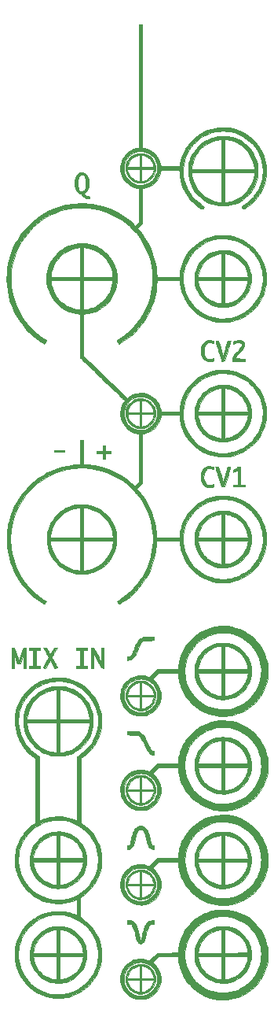
<source format=gbr>
%TF.GenerationSoftware,KiCad,Pcbnew,(5.1.6-0-10_14)*%
%TF.CreationDate,2020-10-22T03:38:15-07:00*%
%TF.ProjectId,panel,70616e65-6c2e-46b6-9963-61645f706362,rev?*%
%TF.SameCoordinates,Original*%
%TF.FileFunction,Legend,Top*%
%TF.FilePolarity,Positive*%
%FSLAX46Y46*%
G04 Gerber Fmt 4.6, Leading zero omitted, Abs format (unit mm)*
G04 Created by KiCad (PCBNEW (5.1.6-0-10_14)) date 2020-10-22 03:38:15*
%MOMM*%
%LPD*%
G01*
G04 APERTURE LIST*
%ADD10C,0.010000*%
G04 APERTURE END LIST*
D10*
%TO.C,G\u002A\u002A\u002A*%
G36*
X125506Y35365271D02*
G01*
X350865Y35330167D01*
X569268Y35263759D01*
X777039Y35166994D01*
X970504Y35040823D01*
X1145987Y34886194D01*
X1299814Y34704055D01*
X1428310Y34495356D01*
X1527800Y34261044D01*
X1558263Y34161776D01*
X1580257Y34047106D01*
X1593206Y33905187D01*
X1597111Y33750124D01*
X1591972Y33596023D01*
X1577788Y33456991D01*
X1558263Y33359891D01*
X1467870Y33107359D01*
X1343285Y32878761D01*
X1186603Y32676268D01*
X999917Y32502050D01*
X785322Y32358279D01*
X544911Y32247126D01*
X455083Y32216338D01*
X325634Y32186439D01*
X170008Y32166997D01*
X3191Y32158587D01*
X-159832Y32161780D01*
X-304074Y32177149D01*
X-347966Y32185649D01*
X-591989Y32261142D01*
X-819184Y32372696D01*
X-1025426Y32516796D01*
X-1206592Y32689926D01*
X-1358558Y32888571D01*
X-1477201Y33109217D01*
X-1501899Y33169284D01*
X-1559030Y33343055D01*
X-1593082Y33514840D01*
X-1603089Y33655000D01*
X-1420085Y33655000D01*
X-1406812Y33575625D01*
X-1345689Y33330995D01*
X-1248600Y33105976D01*
X-1117820Y32903564D01*
X-955627Y32726757D01*
X-764295Y32578551D01*
X-568248Y32471727D01*
X-501075Y32443098D01*
X-435873Y32420015D01*
X-361310Y32399273D01*
X-266058Y32377668D01*
X-158750Y32355914D01*
X-121913Y32348059D01*
X-111125Y32345122D01*
X-109821Y32364819D01*
X-108634Y32421784D01*
X-107604Y32510955D01*
X-106773Y32627265D01*
X-106182Y32765652D01*
X-105871Y32921050D01*
X-105834Y32998833D01*
X-105834Y33655000D01*
X84666Y33655000D01*
X84666Y32345328D01*
X164041Y32356231D01*
X225565Y32367802D01*
X308966Y32387414D01*
X391583Y32409544D01*
X596967Y32489310D01*
X791826Y32605400D01*
X969537Y32751984D01*
X1123480Y32923234D01*
X1247032Y33113319D01*
X1289398Y33199917D01*
X1322359Y33285956D01*
X1353375Y33386416D01*
X1378512Y33486365D01*
X1393838Y33570869D01*
X1396687Y33607375D01*
X1397000Y33655000D01*
X84666Y33655000D01*
X-105834Y33655000D01*
X-1420085Y33655000D01*
X-1603089Y33655000D01*
X-1606265Y33699479D01*
X-1603827Y33854363D01*
X-1602455Y33866667D01*
X-1415506Y33866667D01*
X-105834Y33866667D01*
X84666Y33866667D01*
X1397000Y33866667D01*
X1396687Y33914292D01*
X1387745Y33992796D01*
X1364566Y34094489D01*
X1331396Y34204474D01*
X1292483Y34307856D01*
X1271176Y34354489D01*
X1190187Y34502060D01*
X1102416Y34626072D01*
X994697Y34744199D01*
X946030Y34791001D01*
X754196Y34943108D01*
X545222Y35057215D01*
X321311Y35132239D01*
X206375Y35154470D01*
X84666Y35172591D01*
X84666Y33866667D01*
X-105834Y33866667D01*
X-105834Y35172591D01*
X-221980Y35154378D01*
X-447709Y35098206D01*
X-659297Y35004983D01*
X-852794Y34878744D01*
X-1024250Y34723527D01*
X-1169715Y34543366D01*
X-1285239Y34342300D01*
X-1366873Y34124364D01*
X-1404371Y33946042D01*
X-1415506Y33866667D01*
X-1602455Y33866667D01*
X-1576535Y34099109D01*
X-1515906Y34322803D01*
X-1419508Y34531075D01*
X-1284909Y34729554D01*
X-1166948Y34865367D01*
X-977021Y35038015D01*
X-772001Y35173666D01*
X-555564Y35273268D01*
X-331384Y35337770D01*
X-103135Y35368121D01*
X125506Y35365271D01*
G37*
X125506Y35365271D02*
X350865Y35330167D01*
X569268Y35263759D01*
X777039Y35166994D01*
X970504Y35040823D01*
X1145987Y34886194D01*
X1299814Y34704055D01*
X1428310Y34495356D01*
X1527800Y34261044D01*
X1558263Y34161776D01*
X1580257Y34047106D01*
X1593206Y33905187D01*
X1597111Y33750124D01*
X1591972Y33596023D01*
X1577788Y33456991D01*
X1558263Y33359891D01*
X1467870Y33107359D01*
X1343285Y32878761D01*
X1186603Y32676268D01*
X999917Y32502050D01*
X785322Y32358279D01*
X544911Y32247126D01*
X455083Y32216338D01*
X325634Y32186439D01*
X170008Y32166997D01*
X3191Y32158587D01*
X-159832Y32161780D01*
X-304074Y32177149D01*
X-347966Y32185649D01*
X-591989Y32261142D01*
X-819184Y32372696D01*
X-1025426Y32516796D01*
X-1206592Y32689926D01*
X-1358558Y32888571D01*
X-1477201Y33109217D01*
X-1501899Y33169284D01*
X-1559030Y33343055D01*
X-1593082Y33514840D01*
X-1603089Y33655000D01*
X-1420085Y33655000D01*
X-1406812Y33575625D01*
X-1345689Y33330995D01*
X-1248600Y33105976D01*
X-1117820Y32903564D01*
X-955627Y32726757D01*
X-764295Y32578551D01*
X-568248Y32471727D01*
X-501075Y32443098D01*
X-435873Y32420015D01*
X-361310Y32399273D01*
X-266058Y32377668D01*
X-158750Y32355914D01*
X-121913Y32348059D01*
X-111125Y32345122D01*
X-109821Y32364819D01*
X-108634Y32421784D01*
X-107604Y32510955D01*
X-106773Y32627265D01*
X-106182Y32765652D01*
X-105871Y32921050D01*
X-105834Y32998833D01*
X-105834Y33655000D01*
X84666Y33655000D01*
X84666Y32345328D01*
X164041Y32356231D01*
X225565Y32367802D01*
X308966Y32387414D01*
X391583Y32409544D01*
X596967Y32489310D01*
X791826Y32605400D01*
X969537Y32751984D01*
X1123480Y32923234D01*
X1247032Y33113319D01*
X1289398Y33199917D01*
X1322359Y33285956D01*
X1353375Y33386416D01*
X1378512Y33486365D01*
X1393838Y33570869D01*
X1396687Y33607375D01*
X1397000Y33655000D01*
X84666Y33655000D01*
X-105834Y33655000D01*
X-1420085Y33655000D01*
X-1603089Y33655000D01*
X-1606265Y33699479D01*
X-1603827Y33854363D01*
X-1602455Y33866667D01*
X-1415506Y33866667D01*
X-105834Y33866667D01*
X84666Y33866667D01*
X1397000Y33866667D01*
X1396687Y33914292D01*
X1387745Y33992796D01*
X1364566Y34094489D01*
X1331396Y34204474D01*
X1292483Y34307856D01*
X1271176Y34354489D01*
X1190187Y34502060D01*
X1102416Y34626072D01*
X994697Y34744199D01*
X946030Y34791001D01*
X754196Y34943108D01*
X545222Y35057215D01*
X321311Y35132239D01*
X206375Y35154470D01*
X84666Y35172591D01*
X84666Y33866667D01*
X-105834Y33866667D01*
X-105834Y35172591D01*
X-221980Y35154378D01*
X-447709Y35098206D01*
X-659297Y35004983D01*
X-852794Y34878744D01*
X-1024250Y34723527D01*
X-1169715Y34543366D01*
X-1285239Y34342300D01*
X-1366873Y34124364D01*
X-1404371Y33946042D01*
X-1415506Y33866667D01*
X-1602455Y33866667D01*
X-1576535Y34099109D01*
X-1515906Y34322803D01*
X-1419508Y34531075D01*
X-1284909Y34729554D01*
X-1166948Y34865367D01*
X-977021Y35038015D01*
X-772001Y35173666D01*
X-555564Y35273268D01*
X-331384Y35337770D01*
X-103135Y35368121D01*
X125506Y35365271D01*
G36*
X9119830Y24921990D02*
G01*
X9473409Y24876715D01*
X9812883Y24791564D01*
X10137982Y24666627D01*
X10448434Y24501997D01*
X10743968Y24297765D01*
X10833922Y24225250D01*
X11098180Y23977846D01*
X11328091Y23705855D01*
X11523192Y23410072D01*
X11683016Y23091291D01*
X11807098Y22750307D01*
X11887786Y22425316D01*
X11907631Y22288484D01*
X11920488Y22122399D01*
X11926359Y21939561D01*
X11925243Y21752469D01*
X11917140Y21573624D01*
X11902050Y21415526D01*
X11887786Y21326185D01*
X11798070Y20975242D01*
X11672844Y20643708D01*
X11514451Y20333517D01*
X11325235Y20046601D01*
X11107541Y19784894D01*
X10863713Y19550327D01*
X10596094Y19344834D01*
X10307030Y19170349D01*
X9998865Y19028803D01*
X9673942Y18922130D01*
X9334605Y18852263D01*
X8983200Y18821135D01*
X8848221Y18819851D01*
X8736471Y18822829D01*
X8622955Y18828569D01*
X8525301Y18836076D01*
X8487833Y18840194D01*
X8136982Y18905856D01*
X7801875Y19009563D01*
X7484743Y19149242D01*
X7187817Y19322819D01*
X6913327Y19528220D01*
X6663505Y19763373D01*
X6440580Y20026204D01*
X6246784Y20314640D01*
X6084348Y20626606D01*
X5955501Y20960031D01*
X5871026Y21272500D01*
X5856069Y21351142D01*
X5845219Y21435234D01*
X5837933Y21533140D01*
X5833665Y21653220D01*
X5833158Y21695833D01*
X6188318Y21695833D01*
X6206604Y21542375D01*
X6265254Y21225879D01*
X6363112Y20919385D01*
X6497519Y20626611D01*
X6665819Y20351276D01*
X6865354Y20097098D01*
X7093468Y19867796D01*
X7347503Y19667088D01*
X7624801Y19498693D01*
X7690908Y19465257D01*
X7871363Y19385330D01*
X8060259Y19316041D01*
X8247315Y19260359D01*
X8422251Y19221249D01*
X8574785Y19201678D01*
X8609541Y19200156D01*
X8699500Y19198167D01*
X8699500Y21695833D01*
X9059333Y21695833D01*
X9059333Y19198167D01*
X9124800Y19198167D01*
X9173644Y19202366D01*
X9251119Y19213647D01*
X9344501Y19230034D01*
X9399621Y19240831D01*
X9720935Y19327175D01*
X10025057Y19450334D01*
X10309404Y19607667D01*
X10571395Y19796532D01*
X10808449Y20014289D01*
X11017984Y20258295D01*
X11197419Y20525910D01*
X11344172Y20814493D01*
X11455661Y21121401D01*
X11524363Y21414777D01*
X11539122Y21504334D01*
X11550397Y21582603D01*
X11556403Y21636791D01*
X11556932Y21648208D01*
X11557000Y21695833D01*
X9059333Y21695833D01*
X8699500Y21695833D01*
X6188318Y21695833D01*
X5833158Y21695833D01*
X5831870Y21803836D01*
X5831723Y21875750D01*
X5832667Y22041178D01*
X5833019Y22055667D01*
X6188318Y22055667D01*
X8699500Y22055667D01*
X8699500Y24553333D01*
X9059333Y24553333D01*
X9059333Y22055667D01*
X11557000Y22055667D01*
X11557000Y22105811D01*
X11551068Y22180661D01*
X11534909Y22284141D01*
X11510974Y22404490D01*
X11481714Y22529950D01*
X11449583Y22648760D01*
X11431766Y22706429D01*
X11308397Y23016394D01*
X11147435Y23307561D01*
X10950209Y23577775D01*
X10774513Y23770167D01*
X10521677Y23995349D01*
X10252449Y24182395D01*
X9963327Y24333492D01*
X9720447Y24428239D01*
X9593868Y24466994D01*
X9459149Y24501455D01*
X9328427Y24529046D01*
X9213840Y24547191D01*
X9131078Y24553333D01*
X9059333Y24553333D01*
X8699500Y24553333D01*
X8699500Y24559413D01*
X8554697Y24545955D01*
X8323248Y24509168D01*
X8077605Y24442472D01*
X7828942Y24349845D01*
X7588434Y24235266D01*
X7437116Y24148009D01*
X7324467Y24069708D01*
X7196415Y23967640D01*
X7063584Y23851423D01*
X6936601Y23730674D01*
X6826092Y23615011D01*
X6755479Y23531044D01*
X6582570Y23277015D01*
X6436725Y23000993D01*
X6321643Y22711883D01*
X6241025Y22418591D01*
X6206313Y22209125D01*
X6188318Y22055667D01*
X5833019Y22055667D01*
X5835864Y22172669D01*
X5841857Y22278585D01*
X5851191Y22367287D01*
X5864412Y22447136D01*
X5871026Y22479000D01*
X5966537Y22830802D01*
X6094385Y23156662D01*
X6256327Y23459916D01*
X6454122Y23743897D01*
X6666641Y23988262D01*
X6933305Y24237765D01*
X7218928Y24449459D01*
X7522820Y24623035D01*
X7844292Y24758182D01*
X8182655Y24854591D01*
X8537219Y24911950D01*
X8752416Y24927298D01*
X9119830Y24921990D01*
G37*
X9119830Y24921990D02*
X9473409Y24876715D01*
X9812883Y24791564D01*
X10137982Y24666627D01*
X10448434Y24501997D01*
X10743968Y24297765D01*
X10833922Y24225250D01*
X11098180Y23977846D01*
X11328091Y23705855D01*
X11523192Y23410072D01*
X11683016Y23091291D01*
X11807098Y22750307D01*
X11887786Y22425316D01*
X11907631Y22288484D01*
X11920488Y22122399D01*
X11926359Y21939561D01*
X11925243Y21752469D01*
X11917140Y21573624D01*
X11902050Y21415526D01*
X11887786Y21326185D01*
X11798070Y20975242D01*
X11672844Y20643708D01*
X11514451Y20333517D01*
X11325235Y20046601D01*
X11107541Y19784894D01*
X10863713Y19550327D01*
X10596094Y19344834D01*
X10307030Y19170349D01*
X9998865Y19028803D01*
X9673942Y18922130D01*
X9334605Y18852263D01*
X8983200Y18821135D01*
X8848221Y18819851D01*
X8736471Y18822829D01*
X8622955Y18828569D01*
X8525301Y18836076D01*
X8487833Y18840194D01*
X8136982Y18905856D01*
X7801875Y19009563D01*
X7484743Y19149242D01*
X7187817Y19322819D01*
X6913327Y19528220D01*
X6663505Y19763373D01*
X6440580Y20026204D01*
X6246784Y20314640D01*
X6084348Y20626606D01*
X5955501Y20960031D01*
X5871026Y21272500D01*
X5856069Y21351142D01*
X5845219Y21435234D01*
X5837933Y21533140D01*
X5833665Y21653220D01*
X5833158Y21695833D01*
X6188318Y21695833D01*
X6206604Y21542375D01*
X6265254Y21225879D01*
X6363112Y20919385D01*
X6497519Y20626611D01*
X6665819Y20351276D01*
X6865354Y20097098D01*
X7093468Y19867796D01*
X7347503Y19667088D01*
X7624801Y19498693D01*
X7690908Y19465257D01*
X7871363Y19385330D01*
X8060259Y19316041D01*
X8247315Y19260359D01*
X8422251Y19221249D01*
X8574785Y19201678D01*
X8609541Y19200156D01*
X8699500Y19198167D01*
X8699500Y21695833D01*
X9059333Y21695833D01*
X9059333Y19198167D01*
X9124800Y19198167D01*
X9173644Y19202366D01*
X9251119Y19213647D01*
X9344501Y19230034D01*
X9399621Y19240831D01*
X9720935Y19327175D01*
X10025057Y19450334D01*
X10309404Y19607667D01*
X10571395Y19796532D01*
X10808449Y20014289D01*
X11017984Y20258295D01*
X11197419Y20525910D01*
X11344172Y20814493D01*
X11455661Y21121401D01*
X11524363Y21414777D01*
X11539122Y21504334D01*
X11550397Y21582603D01*
X11556403Y21636791D01*
X11556932Y21648208D01*
X11557000Y21695833D01*
X9059333Y21695833D01*
X8699500Y21695833D01*
X6188318Y21695833D01*
X5833158Y21695833D01*
X5831870Y21803836D01*
X5831723Y21875750D01*
X5832667Y22041178D01*
X5833019Y22055667D01*
X6188318Y22055667D01*
X8699500Y22055667D01*
X8699500Y24553333D01*
X9059333Y24553333D01*
X9059333Y22055667D01*
X11557000Y22055667D01*
X11557000Y22105811D01*
X11551068Y22180661D01*
X11534909Y22284141D01*
X11510974Y22404490D01*
X11481714Y22529950D01*
X11449583Y22648760D01*
X11431766Y22706429D01*
X11308397Y23016394D01*
X11147435Y23307561D01*
X10950209Y23577775D01*
X10774513Y23770167D01*
X10521677Y23995349D01*
X10252449Y24182395D01*
X9963327Y24333492D01*
X9720447Y24428239D01*
X9593868Y24466994D01*
X9459149Y24501455D01*
X9328427Y24529046D01*
X9213840Y24547191D01*
X9131078Y24553333D01*
X9059333Y24553333D01*
X8699500Y24553333D01*
X8699500Y24559413D01*
X8554697Y24545955D01*
X8323248Y24509168D01*
X8077605Y24442472D01*
X7828942Y24349845D01*
X7588434Y24235266D01*
X7437116Y24148009D01*
X7324467Y24069708D01*
X7196415Y23967640D01*
X7063584Y23851423D01*
X6936601Y23730674D01*
X6826092Y23615011D01*
X6755479Y23531044D01*
X6582570Y23277015D01*
X6436725Y23000993D01*
X6321643Y22711883D01*
X6241025Y22418591D01*
X6206313Y22209125D01*
X6188318Y22055667D01*
X5833019Y22055667D01*
X5835864Y22172669D01*
X5841857Y22278585D01*
X5851191Y22367287D01*
X5864412Y22447136D01*
X5871026Y22479000D01*
X5966537Y22830802D01*
X6094385Y23156662D01*
X6256327Y23459916D01*
X6454122Y23743897D01*
X6666641Y23988262D01*
X6933305Y24237765D01*
X7218928Y24449459D01*
X7522820Y24623035D01*
X7844292Y24758182D01*
X8182655Y24854591D01*
X8537219Y24911950D01*
X8752416Y24927298D01*
X9119830Y24921990D01*
G36*
X176108Y8984723D02*
G01*
X423830Y8940082D01*
X658276Y8855270D01*
X879220Y8730374D01*
X1086439Y8565481D01*
X1134490Y8519583D01*
X1290039Y8344439D01*
X1413066Y8155658D01*
X1510181Y7942498D01*
X1538188Y7863417D01*
X1561573Y7788376D01*
X1577605Y7721295D01*
X1587709Y7650772D01*
X1593305Y7565408D01*
X1595816Y7453803D01*
X1596284Y7397750D01*
X1596065Y7270168D01*
X1592839Y7173660D01*
X1585428Y7097009D01*
X1572655Y7028995D01*
X1553339Y6958399D01*
X1548489Y6942667D01*
X1450677Y6695253D01*
X1320608Y6471549D01*
X1161190Y6274260D01*
X975328Y6106092D01*
X765929Y5969751D01*
X535899Y5867944D01*
X334223Y5812191D01*
X158957Y5788042D01*
X-33033Y5781755D01*
X-221659Y5793291D01*
X-348145Y5813469D01*
X-592754Y5887009D01*
X-819239Y5998735D01*
X-1026923Y6148262D01*
X-1159396Y6273791D01*
X-1328110Y6478318D01*
X-1456361Y6694745D01*
X-1544756Y6924714D01*
X-1593903Y7169868D01*
X-1598374Y7281333D01*
X-1411845Y7281333D01*
X-1394708Y7172923D01*
X-1336945Y6939481D01*
X-1241524Y6721877D01*
X-1111392Y6523983D01*
X-949498Y6349673D01*
X-758790Y6202819D01*
X-581749Y6105031D01*
X-484310Y6065605D01*
X-367766Y6027251D01*
X-249524Y5995050D01*
X-146992Y5974085D01*
X-121709Y5970726D01*
X-117795Y5990607D01*
X-114232Y6047749D01*
X-111143Y6137080D01*
X-108650Y6253529D01*
X-106876Y6392024D01*
X-105945Y6547492D01*
X-105834Y6625167D01*
X-105834Y7281333D01*
X105833Y7281333D01*
X105833Y5968194D01*
X153458Y5977968D01*
X200887Y5987901D01*
X270712Y6002743D01*
X317500Y6012767D01*
X483480Y6063955D01*
X655348Y6144180D01*
X820620Y6245891D01*
X966810Y6361537D01*
X1068001Y6466683D01*
X1160659Y6594189D01*
X1243796Y6735937D01*
X1313059Y6882112D01*
X1364095Y7022900D01*
X1392551Y7148488D01*
X1397000Y7208343D01*
X1397000Y7281333D01*
X105833Y7281333D01*
X-105834Y7281333D01*
X-1411845Y7281333D01*
X-1598374Y7281333D01*
X-1604412Y7431847D01*
X-1602788Y7470863D01*
X-1600130Y7493000D01*
X-1411758Y7493000D01*
X-105834Y7493000D01*
X105833Y7493000D01*
X1402828Y7493000D01*
X1389641Y7605200D01*
X1345421Y7807688D01*
X1264014Y8003823D01*
X1150368Y8188642D01*
X1009432Y8357181D01*
X846154Y8504474D01*
X665483Y8625558D01*
X472366Y8715469D01*
X271753Y8769243D01*
X222261Y8776311D01*
X105833Y8789995D01*
X105833Y7493000D01*
X-105834Y7493000D01*
X-105834Y8789995D01*
X-218034Y8776808D01*
X-409064Y8734952D01*
X-601147Y8657106D01*
X-786249Y8548626D01*
X-956336Y8414868D01*
X-1103376Y8261189D01*
X-1203901Y8119460D01*
X-1279784Y7972339D01*
X-1342967Y7809460D01*
X-1385992Y7650891D01*
X-1393545Y7609146D01*
X-1411758Y7493000D01*
X-1600130Y7493000D01*
X-1572209Y7725461D01*
X-1506623Y7958724D01*
X-1404179Y8174795D01*
X-1263024Y8377820D01*
X-1133265Y8521387D01*
X-1041638Y8610773D01*
X-965399Y8677146D01*
X-892312Y8729578D01*
X-810145Y8777135D01*
X-740834Y8812304D01*
X-579967Y8885141D01*
X-435447Y8935451D01*
X-290952Y8967631D01*
X-130162Y8986078D01*
X-84667Y8989109D01*
X176108Y8984723D01*
G37*
X176108Y8984723D02*
X423830Y8940082D01*
X658276Y8855270D01*
X879220Y8730374D01*
X1086439Y8565481D01*
X1134490Y8519583D01*
X1290039Y8344439D01*
X1413066Y8155658D01*
X1510181Y7942498D01*
X1538188Y7863417D01*
X1561573Y7788376D01*
X1577605Y7721295D01*
X1587709Y7650772D01*
X1593305Y7565408D01*
X1595816Y7453803D01*
X1596284Y7397750D01*
X1596065Y7270168D01*
X1592839Y7173660D01*
X1585428Y7097009D01*
X1572655Y7028995D01*
X1553339Y6958399D01*
X1548489Y6942667D01*
X1450677Y6695253D01*
X1320608Y6471549D01*
X1161190Y6274260D01*
X975328Y6106092D01*
X765929Y5969751D01*
X535899Y5867944D01*
X334223Y5812191D01*
X158957Y5788042D01*
X-33033Y5781755D01*
X-221659Y5793291D01*
X-348145Y5813469D01*
X-592754Y5887009D01*
X-819239Y5998735D01*
X-1026923Y6148262D01*
X-1159396Y6273791D01*
X-1328110Y6478318D01*
X-1456361Y6694745D01*
X-1544756Y6924714D01*
X-1593903Y7169868D01*
X-1598374Y7281333D01*
X-1411845Y7281333D01*
X-1394708Y7172923D01*
X-1336945Y6939481D01*
X-1241524Y6721877D01*
X-1111392Y6523983D01*
X-949498Y6349673D01*
X-758790Y6202819D01*
X-581749Y6105031D01*
X-484310Y6065605D01*
X-367766Y6027251D01*
X-249524Y5995050D01*
X-146992Y5974085D01*
X-121709Y5970726D01*
X-117795Y5990607D01*
X-114232Y6047749D01*
X-111143Y6137080D01*
X-108650Y6253529D01*
X-106876Y6392024D01*
X-105945Y6547492D01*
X-105834Y6625167D01*
X-105834Y7281333D01*
X105833Y7281333D01*
X105833Y5968194D01*
X153458Y5977968D01*
X200887Y5987901D01*
X270712Y6002743D01*
X317500Y6012767D01*
X483480Y6063955D01*
X655348Y6144180D01*
X820620Y6245891D01*
X966810Y6361537D01*
X1068001Y6466683D01*
X1160659Y6594189D01*
X1243796Y6735937D01*
X1313059Y6882112D01*
X1364095Y7022900D01*
X1392551Y7148488D01*
X1397000Y7208343D01*
X1397000Y7281333D01*
X105833Y7281333D01*
X-105834Y7281333D01*
X-1411845Y7281333D01*
X-1598374Y7281333D01*
X-1604412Y7431847D01*
X-1602788Y7470863D01*
X-1600130Y7493000D01*
X-1411758Y7493000D01*
X-105834Y7493000D01*
X105833Y7493000D01*
X1402828Y7493000D01*
X1389641Y7605200D01*
X1345421Y7807688D01*
X1264014Y8003823D01*
X1150368Y8188642D01*
X1009432Y8357181D01*
X846154Y8504474D01*
X665483Y8625558D01*
X472366Y8715469D01*
X271753Y8769243D01*
X222261Y8776311D01*
X105833Y8789995D01*
X105833Y7493000D01*
X-105834Y7493000D01*
X-105834Y8789995D01*
X-218034Y8776808D01*
X-409064Y8734952D01*
X-601147Y8657106D01*
X-786249Y8548626D01*
X-956336Y8414868D01*
X-1103376Y8261189D01*
X-1203901Y8119460D01*
X-1279784Y7972339D01*
X-1342967Y7809460D01*
X-1385992Y7650891D01*
X-1393545Y7609146D01*
X-1411758Y7493000D01*
X-1600130Y7493000D01*
X-1572209Y7725461D01*
X-1506623Y7958724D01*
X-1404179Y8174795D01*
X-1263024Y8377820D01*
X-1133265Y8521387D01*
X-1041638Y8610773D01*
X-965399Y8677146D01*
X-892312Y8729578D01*
X-810145Y8777135D01*
X-740834Y8812304D01*
X-579967Y8885141D01*
X-435447Y8935451D01*
X-290952Y8967631D01*
X-130162Y8986078D01*
X-84667Y8989109D01*
X176108Y8984723D01*
G36*
X9065707Y10431216D02*
G01*
X9237355Y10421403D01*
X9379644Y10404269D01*
X9726803Y10325858D01*
X10057600Y10209761D01*
X10369669Y10058241D01*
X10660647Y9873564D01*
X10928170Y9657994D01*
X11169874Y9413797D01*
X11383395Y9143236D01*
X11566368Y8848578D01*
X11716431Y8532086D01*
X11831218Y8196025D01*
X11876660Y8012073D01*
X11901655Y7862764D01*
X11919904Y7685873D01*
X11930799Y7495705D01*
X11933729Y7306566D01*
X11928084Y7132760D01*
X11918639Y7027333D01*
X11855213Y6676075D01*
X11754024Y6340006D01*
X11617324Y6021510D01*
X11447367Y5722970D01*
X11246405Y5446771D01*
X11016691Y5195297D01*
X10760479Y4970931D01*
X10480021Y4776058D01*
X10177571Y4613062D01*
X9855382Y4484326D01*
X9515706Y4392234D01*
X9408867Y4371786D01*
X9246404Y4350112D01*
X9061111Y4335841D01*
X8869818Y4329594D01*
X8689351Y4331989D01*
X8563444Y4340612D01*
X8212094Y4397308D01*
X7875500Y4492390D01*
X7555953Y4623785D01*
X7255742Y4789423D01*
X6977157Y4987233D01*
X6722489Y5215144D01*
X6494026Y5471085D01*
X6294059Y5752984D01*
X6124878Y6058771D01*
X5988773Y6386374D01*
X5888033Y6733722D01*
X5880493Y6767182D01*
X5855039Y6921757D01*
X5838455Y7105452D01*
X5834949Y7196667D01*
X6201833Y7196667D01*
X6201833Y7131200D01*
X6206032Y7082356D01*
X6217313Y7004881D01*
X6233700Y6911498D01*
X6244497Y6856379D01*
X6331621Y6531911D01*
X6455939Y6225254D01*
X6615169Y5938938D01*
X6807025Y5675493D01*
X7029223Y5437445D01*
X7279481Y5227326D01*
X7555514Y5047664D01*
X7855038Y4900987D01*
X8086863Y4816305D01*
X8194943Y4785665D01*
X8318686Y4756056D01*
X8444338Y4730279D01*
X8558143Y4711139D01*
X8646345Y4701438D01*
X8651875Y4701155D01*
X8699500Y4699000D01*
X8699500Y7196667D01*
X9059333Y7196667D01*
X9059333Y4695954D01*
X9181041Y4709868D01*
X9263651Y4721901D01*
X9365962Y4740405D01*
X9466629Y4761503D01*
X9472083Y4762751D01*
X9793180Y4857732D01*
X10095660Y4989287D01*
X10377037Y5154866D01*
X10634826Y5351920D01*
X10866539Y5577901D01*
X11069690Y5830260D01*
X11241794Y6106447D01*
X11380363Y6403915D01*
X11482912Y6720113D01*
X11514336Y6856379D01*
X11532739Y6953128D01*
X11547154Y7041175D01*
X11555607Y7107797D01*
X11557000Y7131200D01*
X11557000Y7196667D01*
X9059333Y7196667D01*
X8699500Y7196667D01*
X6201833Y7196667D01*
X5834949Y7196667D01*
X5830745Y7305994D01*
X5831914Y7511109D01*
X5835303Y7577667D01*
X6195987Y7577667D01*
X8699500Y7577667D01*
X9059333Y7577667D01*
X11557000Y7577667D01*
X11557000Y7643134D01*
X11551167Y7712190D01*
X11535354Y7810223D01*
X11512086Y7925766D01*
X11483891Y8047352D01*
X11453295Y8163513D01*
X11422825Y8262784D01*
X11416427Y8281113D01*
X11284110Y8587914D01*
X11116074Y8873999D01*
X10914852Y9136785D01*
X10682976Y9373692D01*
X10422977Y9582140D01*
X10137390Y9759548D01*
X9828746Y9903335D01*
X9821942Y9906012D01*
X9732286Y9936472D01*
X9614651Y9969922D01*
X9482914Y10003003D01*
X9350951Y10032358D01*
X9232639Y10054630D01*
X9170458Y10063621D01*
X9059333Y10076792D01*
X9059333Y7577667D01*
X8699500Y7577667D01*
X8699500Y10077927D01*
X8598958Y10063983D01*
X8249342Y9996821D01*
X7924312Y9895469D01*
X7622780Y9759395D01*
X7343656Y9588069D01*
X7085853Y9380958D01*
X6969294Y9268611D01*
X6756920Y9025247D01*
X6574894Y8761130D01*
X6425783Y8481508D01*
X6312150Y8191630D01*
X6236560Y7896746D01*
X6210016Y7714595D01*
X6195987Y7577667D01*
X5835303Y7577667D01*
X5841967Y7708522D01*
X5860908Y7885961D01*
X5880040Y7994405D01*
X5978262Y8351867D01*
X6112374Y8687805D01*
X6281477Y9000896D01*
X6484674Y9289817D01*
X6721068Y9553245D01*
X6989762Y9789858D01*
X7200850Y9941640D01*
X7418329Y10073811D01*
X7637783Y10182818D01*
X7871348Y10273833D01*
X8131162Y10352029D01*
X8212666Y10372927D01*
X8344805Y10397884D01*
X8507512Y10416496D01*
X8689452Y10428458D01*
X8879295Y10433466D01*
X9065707Y10431216D01*
G37*
X9065707Y10431216D02*
X9237355Y10421403D01*
X9379644Y10404269D01*
X9726803Y10325858D01*
X10057600Y10209761D01*
X10369669Y10058241D01*
X10660647Y9873564D01*
X10928170Y9657994D01*
X11169874Y9413797D01*
X11383395Y9143236D01*
X11566368Y8848578D01*
X11716431Y8532086D01*
X11831218Y8196025D01*
X11876660Y8012073D01*
X11901655Y7862764D01*
X11919904Y7685873D01*
X11930799Y7495705D01*
X11933729Y7306566D01*
X11928084Y7132760D01*
X11918639Y7027333D01*
X11855213Y6676075D01*
X11754024Y6340006D01*
X11617324Y6021510D01*
X11447367Y5722970D01*
X11246405Y5446771D01*
X11016691Y5195297D01*
X10760479Y4970931D01*
X10480021Y4776058D01*
X10177571Y4613062D01*
X9855382Y4484326D01*
X9515706Y4392234D01*
X9408867Y4371786D01*
X9246404Y4350112D01*
X9061111Y4335841D01*
X8869818Y4329594D01*
X8689351Y4331989D01*
X8563444Y4340612D01*
X8212094Y4397308D01*
X7875500Y4492390D01*
X7555953Y4623785D01*
X7255742Y4789423D01*
X6977157Y4987233D01*
X6722489Y5215144D01*
X6494026Y5471085D01*
X6294059Y5752984D01*
X6124878Y6058771D01*
X5988773Y6386374D01*
X5888033Y6733722D01*
X5880493Y6767182D01*
X5855039Y6921757D01*
X5838455Y7105452D01*
X5834949Y7196667D01*
X6201833Y7196667D01*
X6201833Y7131200D01*
X6206032Y7082356D01*
X6217313Y7004881D01*
X6233700Y6911498D01*
X6244497Y6856379D01*
X6331621Y6531911D01*
X6455939Y6225254D01*
X6615169Y5938938D01*
X6807025Y5675493D01*
X7029223Y5437445D01*
X7279481Y5227326D01*
X7555514Y5047664D01*
X7855038Y4900987D01*
X8086863Y4816305D01*
X8194943Y4785665D01*
X8318686Y4756056D01*
X8444338Y4730279D01*
X8558143Y4711139D01*
X8646345Y4701438D01*
X8651875Y4701155D01*
X8699500Y4699000D01*
X8699500Y7196667D01*
X9059333Y7196667D01*
X9059333Y4695954D01*
X9181041Y4709868D01*
X9263651Y4721901D01*
X9365962Y4740405D01*
X9466629Y4761503D01*
X9472083Y4762751D01*
X9793180Y4857732D01*
X10095660Y4989287D01*
X10377037Y5154866D01*
X10634826Y5351920D01*
X10866539Y5577901D01*
X11069690Y5830260D01*
X11241794Y6106447D01*
X11380363Y6403915D01*
X11482912Y6720113D01*
X11514336Y6856379D01*
X11532739Y6953128D01*
X11547154Y7041175D01*
X11555607Y7107797D01*
X11557000Y7131200D01*
X11557000Y7196667D01*
X9059333Y7196667D01*
X8699500Y7196667D01*
X6201833Y7196667D01*
X5834949Y7196667D01*
X5830745Y7305994D01*
X5831914Y7511109D01*
X5835303Y7577667D01*
X6195987Y7577667D01*
X8699500Y7577667D01*
X9059333Y7577667D01*
X11557000Y7577667D01*
X11557000Y7643134D01*
X11551167Y7712190D01*
X11535354Y7810223D01*
X11512086Y7925766D01*
X11483891Y8047352D01*
X11453295Y8163513D01*
X11422825Y8262784D01*
X11416427Y8281113D01*
X11284110Y8587914D01*
X11116074Y8873999D01*
X10914852Y9136785D01*
X10682976Y9373692D01*
X10422977Y9582140D01*
X10137390Y9759548D01*
X9828746Y9903335D01*
X9821942Y9906012D01*
X9732286Y9936472D01*
X9614651Y9969922D01*
X9482914Y10003003D01*
X9350951Y10032358D01*
X9232639Y10054630D01*
X9170458Y10063621D01*
X9059333Y10076792D01*
X9059333Y7577667D01*
X8699500Y7577667D01*
X8699500Y10077927D01*
X8598958Y10063983D01*
X8249342Y9996821D01*
X7924312Y9895469D01*
X7622780Y9759395D01*
X7343656Y9588069D01*
X7085853Y9380958D01*
X6969294Y9268611D01*
X6756920Y9025247D01*
X6574894Y8761130D01*
X6425783Y8481508D01*
X6312150Y8191630D01*
X6236560Y7896746D01*
X6210016Y7714595D01*
X6195987Y7577667D01*
X5835303Y7577667D01*
X5841967Y7708522D01*
X5860908Y7885961D01*
X5880040Y7994405D01*
X5978262Y8351867D01*
X6112374Y8687805D01*
X6281477Y9000896D01*
X6484674Y9289817D01*
X6721068Y9553245D01*
X6989762Y9789858D01*
X7200850Y9941640D01*
X7418329Y10073811D01*
X7637783Y10182818D01*
X7871348Y10273833D01*
X8131162Y10352029D01*
X8212666Y10372927D01*
X8344805Y10397884D01*
X8507512Y10416496D01*
X8689452Y10428458D01*
X8879295Y10433466D01*
X9065707Y10431216D01*
G36*
X9060332Y-3105292D02*
G01*
X9250774Y-3118254D01*
X9418860Y-3139673D01*
X9480279Y-3151279D01*
X9835263Y-3247648D01*
X10169588Y-3379984D01*
X10481355Y-3546368D01*
X10768661Y-3744882D01*
X11029607Y-3973607D01*
X11262291Y-4230624D01*
X11464812Y-4514015D01*
X11635268Y-4821863D01*
X11771759Y-5152248D01*
X11872383Y-5503252D01*
X11889364Y-5582287D01*
X11911210Y-5729774D01*
X11924716Y-5906470D01*
X11929999Y-6100106D01*
X11927177Y-6298413D01*
X11916370Y-6489122D01*
X11897695Y-6659964D01*
X11877907Y-6770804D01*
X11780965Y-7122903D01*
X11652070Y-7448534D01*
X11489617Y-7750745D01*
X11291997Y-8032585D01*
X11092192Y-8261523D01*
X10824822Y-8511480D01*
X10538126Y-8723900D01*
X10233267Y-8898291D01*
X9911405Y-9034161D01*
X9573702Y-9131018D01*
X9221322Y-9188371D01*
X8861438Y-9205768D01*
X8671454Y-9200056D01*
X8491737Y-9185949D01*
X8345916Y-9166018D01*
X8004970Y-9084790D01*
X7674630Y-8964030D01*
X7359619Y-8806132D01*
X7064663Y-8613486D01*
X6794487Y-8388486D01*
X6776446Y-8371417D01*
X6526978Y-8106343D01*
X6315334Y-7822846D01*
X6140635Y-7519350D01*
X6002005Y-7194285D01*
X5898564Y-6846077D01*
X5880555Y-6766738D01*
X5857201Y-6623120D01*
X5841045Y-6450534D01*
X5835366Y-6328833D01*
X6201833Y-6328833D01*
X6201833Y-6400578D01*
X6205813Y-6455874D01*
X6216342Y-6536750D01*
X6231299Y-6627348D01*
X6234306Y-6643509D01*
X6315932Y-6963682D01*
X6434742Y-7267541D01*
X6587990Y-7552493D01*
X6772932Y-7815948D01*
X6986824Y-8055314D01*
X7226921Y-8268002D01*
X7490479Y-8451419D01*
X7774753Y-8602974D01*
X8076998Y-8720078D01*
X8394470Y-8800137D01*
X8543602Y-8823650D01*
X8616570Y-8833287D01*
X8670455Y-8840907D01*
X8694042Y-8844920D01*
X8694208Y-8844989D01*
X8695159Y-8824926D01*
X8696056Y-8766192D01*
X8696883Y-8672453D01*
X8697623Y-8547370D01*
X8698263Y-8394607D01*
X8698785Y-8217827D01*
X8699176Y-8020695D01*
X8699419Y-7806873D01*
X8699500Y-7588250D01*
X8699500Y-6328833D01*
X9059333Y-6328833D01*
X9059333Y-8840014D01*
X9212791Y-8821729D01*
X9313428Y-8806578D01*
X9429535Y-8784463D01*
X9535583Y-8760265D01*
X9852370Y-8658104D01*
X10151310Y-8519020D01*
X10429563Y-8345671D01*
X10684291Y-8140716D01*
X10912656Y-7906815D01*
X11111819Y-7646626D01*
X11278941Y-7362810D01*
X11411184Y-7058024D01*
X11439044Y-6977083D01*
X11473211Y-6861089D01*
X11504610Y-6734002D01*
X11530708Y-6608206D01*
X11548971Y-6496082D01*
X11556866Y-6410012D01*
X11557000Y-6400578D01*
X11557000Y-6328833D01*
X9059333Y-6328833D01*
X8699500Y-6328833D01*
X6201833Y-6328833D01*
X5835366Y-6328833D01*
X5832196Y-6260926D01*
X5830763Y-6066240D01*
X5836040Y-5903533D01*
X6201833Y-5903533D01*
X6201833Y-5969000D01*
X8699500Y-5969000D01*
X8699500Y-3471333D01*
X9059333Y-3471333D01*
X9059333Y-5969000D01*
X11557000Y-5969000D01*
X11557000Y-5894024D01*
X11552766Y-5836200D01*
X11541615Y-5753944D01*
X11525868Y-5664137D01*
X11524232Y-5655899D01*
X11437866Y-5329784D01*
X11314425Y-5020789D01*
X11156286Y-4731629D01*
X10965829Y-4465013D01*
X10745431Y-4223653D01*
X10497470Y-4010261D01*
X10224326Y-3827549D01*
X9928376Y-3678228D01*
X9719883Y-3598672D01*
X9615738Y-3567320D01*
X9495758Y-3536738D01*
X9371853Y-3509413D01*
X9255933Y-3487827D01*
X9159907Y-3474466D01*
X9109477Y-3471333D01*
X9059333Y-3471333D01*
X8699500Y-3471333D01*
X8649355Y-3471333D01*
X8575211Y-3477175D01*
X8472534Y-3493043D01*
X8353234Y-3516452D01*
X8229221Y-3544920D01*
X8112404Y-3575960D01*
X8038949Y-3598672D01*
X7728329Y-3724506D01*
X7439255Y-3885384D01*
X7174123Y-4078596D01*
X6935329Y-4301431D01*
X6725267Y-4551180D01*
X6546335Y-4825131D01*
X6400927Y-5120574D01*
X6291440Y-5434800D01*
X6244497Y-5628712D01*
X6226094Y-5725461D01*
X6211678Y-5813508D01*
X6203226Y-5880130D01*
X6201833Y-5903533D01*
X5836040Y-5903533D01*
X5836855Y-5878421D01*
X5850581Y-5709412D01*
X5869746Y-5582287D01*
X5961527Y-5228335D01*
X6089678Y-4894326D01*
X6252263Y-4582181D01*
X6447347Y-4293821D01*
X6672993Y-4031169D01*
X6927265Y-3796146D01*
X7208227Y-3590674D01*
X7513944Y-3416674D01*
X7842479Y-3276067D01*
X8191897Y-3170777D01*
X8329851Y-3140405D01*
X8482295Y-3118341D01*
X8663352Y-3105215D01*
X8860278Y-3100905D01*
X9060332Y-3105292D01*
G37*
X9060332Y-3105292D02*
X9250774Y-3118254D01*
X9418860Y-3139673D01*
X9480279Y-3151279D01*
X9835263Y-3247648D01*
X10169588Y-3379984D01*
X10481355Y-3546368D01*
X10768661Y-3744882D01*
X11029607Y-3973607D01*
X11262291Y-4230624D01*
X11464812Y-4514015D01*
X11635268Y-4821863D01*
X11771759Y-5152248D01*
X11872383Y-5503252D01*
X11889364Y-5582287D01*
X11911210Y-5729774D01*
X11924716Y-5906470D01*
X11929999Y-6100106D01*
X11927177Y-6298413D01*
X11916370Y-6489122D01*
X11897695Y-6659964D01*
X11877907Y-6770804D01*
X11780965Y-7122903D01*
X11652070Y-7448534D01*
X11489617Y-7750745D01*
X11291997Y-8032585D01*
X11092192Y-8261523D01*
X10824822Y-8511480D01*
X10538126Y-8723900D01*
X10233267Y-8898291D01*
X9911405Y-9034161D01*
X9573702Y-9131018D01*
X9221322Y-9188371D01*
X8861438Y-9205768D01*
X8671454Y-9200056D01*
X8491737Y-9185949D01*
X8345916Y-9166018D01*
X8004970Y-9084790D01*
X7674630Y-8964030D01*
X7359619Y-8806132D01*
X7064663Y-8613486D01*
X6794487Y-8388486D01*
X6776446Y-8371417D01*
X6526978Y-8106343D01*
X6315334Y-7822846D01*
X6140635Y-7519350D01*
X6002005Y-7194285D01*
X5898564Y-6846077D01*
X5880555Y-6766738D01*
X5857201Y-6623120D01*
X5841045Y-6450534D01*
X5835366Y-6328833D01*
X6201833Y-6328833D01*
X6201833Y-6400578D01*
X6205813Y-6455874D01*
X6216342Y-6536750D01*
X6231299Y-6627348D01*
X6234306Y-6643509D01*
X6315932Y-6963682D01*
X6434742Y-7267541D01*
X6587990Y-7552493D01*
X6772932Y-7815948D01*
X6986824Y-8055314D01*
X7226921Y-8268002D01*
X7490479Y-8451419D01*
X7774753Y-8602974D01*
X8076998Y-8720078D01*
X8394470Y-8800137D01*
X8543602Y-8823650D01*
X8616570Y-8833287D01*
X8670455Y-8840907D01*
X8694042Y-8844920D01*
X8694208Y-8844989D01*
X8695159Y-8824926D01*
X8696056Y-8766192D01*
X8696883Y-8672453D01*
X8697623Y-8547370D01*
X8698263Y-8394607D01*
X8698785Y-8217827D01*
X8699176Y-8020695D01*
X8699419Y-7806873D01*
X8699500Y-7588250D01*
X8699500Y-6328833D01*
X9059333Y-6328833D01*
X9059333Y-8840014D01*
X9212791Y-8821729D01*
X9313428Y-8806578D01*
X9429535Y-8784463D01*
X9535583Y-8760265D01*
X9852370Y-8658104D01*
X10151310Y-8519020D01*
X10429563Y-8345671D01*
X10684291Y-8140716D01*
X10912656Y-7906815D01*
X11111819Y-7646626D01*
X11278941Y-7362810D01*
X11411184Y-7058024D01*
X11439044Y-6977083D01*
X11473211Y-6861089D01*
X11504610Y-6734002D01*
X11530708Y-6608206D01*
X11548971Y-6496082D01*
X11556866Y-6410012D01*
X11557000Y-6400578D01*
X11557000Y-6328833D01*
X9059333Y-6328833D01*
X8699500Y-6328833D01*
X6201833Y-6328833D01*
X5835366Y-6328833D01*
X5832196Y-6260926D01*
X5830763Y-6066240D01*
X5836040Y-5903533D01*
X6201833Y-5903533D01*
X6201833Y-5969000D01*
X8699500Y-5969000D01*
X8699500Y-3471333D01*
X9059333Y-3471333D01*
X9059333Y-5969000D01*
X11557000Y-5969000D01*
X11557000Y-5894024D01*
X11552766Y-5836200D01*
X11541615Y-5753944D01*
X11525868Y-5664137D01*
X11524232Y-5655899D01*
X11437866Y-5329784D01*
X11314425Y-5020789D01*
X11156286Y-4731629D01*
X10965829Y-4465013D01*
X10745431Y-4223653D01*
X10497470Y-4010261D01*
X10224326Y-3827549D01*
X9928376Y-3678228D01*
X9719883Y-3598672D01*
X9615738Y-3567320D01*
X9495758Y-3536738D01*
X9371853Y-3509413D01*
X9255933Y-3487827D01*
X9159907Y-3474466D01*
X9109477Y-3471333D01*
X9059333Y-3471333D01*
X8699500Y-3471333D01*
X8649355Y-3471333D01*
X8575211Y-3477175D01*
X8472534Y-3493043D01*
X8353234Y-3516452D01*
X8229221Y-3544920D01*
X8112404Y-3575960D01*
X8038949Y-3598672D01*
X7728329Y-3724506D01*
X7439255Y-3885384D01*
X7174123Y-4078596D01*
X6935329Y-4301431D01*
X6725267Y-4551180D01*
X6546335Y-4825131D01*
X6400927Y-5120574D01*
X6291440Y-5434800D01*
X6244497Y-5628712D01*
X6226094Y-5725461D01*
X6211678Y-5813508D01*
X6203226Y-5880130D01*
X6201833Y-5903533D01*
X5836040Y-5903533D01*
X5836855Y-5878421D01*
X5850581Y-5709412D01*
X5869746Y-5582287D01*
X5961527Y-5228335D01*
X6089678Y-4894326D01*
X6252263Y-4582181D01*
X6447347Y-4293821D01*
X6672993Y-4031169D01*
X6927265Y-3796146D01*
X7208227Y-3590674D01*
X7513944Y-3416674D01*
X7842479Y-3276067D01*
X8191897Y-3170777D01*
X8329851Y-3140405D01*
X8482295Y-3118341D01*
X8663352Y-3105215D01*
X8860278Y-3100905D01*
X9060332Y-3105292D01*
G36*
X9044288Y-17297213D02*
G01*
X9212734Y-17305240D01*
X9356753Y-17320175D01*
X9380809Y-17323876D01*
X9725779Y-17401353D01*
X10054991Y-17516677D01*
X10366003Y-17667511D01*
X10656372Y-17851519D01*
X10923659Y-18066361D01*
X11165420Y-18309703D01*
X11379214Y-18579206D01*
X11562600Y-18872534D01*
X11713136Y-19187349D01*
X11828379Y-19521315D01*
X11875768Y-19711997D01*
X11901496Y-19865452D01*
X11920155Y-20046190D01*
X11931112Y-20239651D01*
X11933738Y-20431278D01*
X11927401Y-20606513D01*
X11918639Y-20701000D01*
X11854917Y-21053661D01*
X11752786Y-21392367D01*
X11614177Y-21714318D01*
X11441023Y-22016711D01*
X11235258Y-22296746D01*
X10998815Y-22551621D01*
X10733627Y-22778535D01*
X10441627Y-22974686D01*
X10292861Y-23056909D01*
X9982988Y-23197169D01*
X9667367Y-23299480D01*
X9336999Y-23366463D01*
X9154583Y-23388373D01*
X9031349Y-23399177D01*
X8932575Y-23405128D01*
X8843625Y-23406178D01*
X8749861Y-23402280D01*
X8636644Y-23393386D01*
X8561916Y-23386456D01*
X8388397Y-23362302D01*
X8195462Y-23322832D01*
X8001175Y-23272414D01*
X7823598Y-23215415D01*
X7768166Y-23194493D01*
X7437023Y-23041349D01*
X7131763Y-22855379D01*
X6853892Y-22638366D01*
X6604914Y-22392094D01*
X6386336Y-22118346D01*
X6199662Y-21818907D01*
X6046399Y-21495559D01*
X5928051Y-21150087D01*
X5879635Y-20956983D01*
X5853841Y-20800633D01*
X5837174Y-20615576D01*
X5834030Y-20531667D01*
X6201833Y-20531667D01*
X6201833Y-20597133D01*
X6207665Y-20666190D01*
X6223479Y-20764223D01*
X6246746Y-20879766D01*
X6274941Y-21001351D01*
X6305537Y-21117513D01*
X6336008Y-21216783D01*
X6342406Y-21235113D01*
X6475705Y-21544985D01*
X6643923Y-21832702D01*
X6844513Y-22095814D01*
X7074927Y-22331873D01*
X7332619Y-22538430D01*
X7615040Y-22713036D01*
X7919645Y-22853243D01*
X8086863Y-22912029D01*
X8194943Y-22942668D01*
X8318686Y-22972278D01*
X8444338Y-22998054D01*
X8558143Y-23017195D01*
X8646345Y-23026895D01*
X8651875Y-23027179D01*
X8699500Y-23029333D01*
X8699500Y-20531667D01*
X9059333Y-20531667D01*
X9059333Y-21780500D01*
X9059506Y-22052052D01*
X9060064Y-22283928D01*
X9061062Y-22478781D01*
X9062558Y-22639267D01*
X9064606Y-22768041D01*
X9067264Y-22867758D01*
X9070587Y-22941073D01*
X9074632Y-22990641D01*
X9079456Y-23019117D01*
X9085114Y-23029155D01*
X9085791Y-23029248D01*
X9117363Y-23025978D01*
X9179782Y-23017290D01*
X9262141Y-23004745D01*
X9306382Y-22997677D01*
X9628402Y-22924468D01*
X9936192Y-22812961D01*
X10226729Y-22665681D01*
X10496990Y-22485153D01*
X10743951Y-22273901D01*
X10964590Y-22034452D01*
X11155883Y-21769329D01*
X11314807Y-21481058D01*
X11416738Y-21235113D01*
X11446746Y-21140939D01*
X11477433Y-21027477D01*
X11506285Y-20906163D01*
X11530788Y-20788433D01*
X11548427Y-20685720D01*
X11556690Y-20609462D01*
X11557000Y-20597133D01*
X11557000Y-20531667D01*
X9059333Y-20531667D01*
X8699500Y-20531667D01*
X6201833Y-20531667D01*
X5834030Y-20531667D01*
X5829625Y-20414111D01*
X5831182Y-20208540D01*
X5834305Y-20150667D01*
X6195987Y-20150667D01*
X8699500Y-20150667D01*
X9059333Y-20150667D01*
X11557000Y-20150667D01*
X11557000Y-20085200D01*
X11551167Y-20016143D01*
X11535354Y-19918110D01*
X11512086Y-19802567D01*
X11483891Y-19680982D01*
X11453295Y-19564820D01*
X11422825Y-19465550D01*
X11416427Y-19447220D01*
X11284422Y-19141359D01*
X11116504Y-18855529D01*
X10915494Y-18592680D01*
X10684214Y-18355762D01*
X10425484Y-18147726D01*
X10142125Y-17971522D01*
X9890631Y-17851716D01*
X9761773Y-17804611D01*
X9607175Y-17757903D01*
X9443251Y-17715854D01*
X9286417Y-17682728D01*
X9170458Y-17664712D01*
X9059333Y-17651542D01*
X9059333Y-20150667D01*
X8699500Y-20150667D01*
X8699500Y-17652630D01*
X8577791Y-17666139D01*
X8335263Y-17708389D01*
X8080314Y-17780375D01*
X7825015Y-17877303D01*
X7581438Y-17994382D01*
X7361655Y-18126817D01*
X7291061Y-18177048D01*
X7031837Y-18395751D01*
X6803579Y-18640786D01*
X6608387Y-18909048D01*
X6448364Y-19197435D01*
X6325611Y-19502840D01*
X6274273Y-19678801D01*
X6249660Y-19784984D01*
X6227996Y-19894752D01*
X6212931Y-19989093D01*
X6210016Y-20013738D01*
X6195987Y-20150667D01*
X5834305Y-20150667D01*
X5841836Y-20011163D01*
X5861576Y-19834281D01*
X5880657Y-19729863D01*
X5981809Y-19369056D01*
X6117944Y-19031272D01*
X6287600Y-18717994D01*
X6489317Y-18430708D01*
X6721631Y-18170896D01*
X6983084Y-17940042D01*
X7272212Y-17739629D01*
X7587555Y-17571142D01*
X7927652Y-17436065D01*
X8223125Y-17351476D01*
X8347646Y-17328917D01*
X8503094Y-17311948D01*
X8678397Y-17300831D01*
X8862485Y-17295832D01*
X9044288Y-17297213D01*
G37*
X9044288Y-17297213D02*
X9212734Y-17305240D01*
X9356753Y-17320175D01*
X9380809Y-17323876D01*
X9725779Y-17401353D01*
X10054991Y-17516677D01*
X10366003Y-17667511D01*
X10656372Y-17851519D01*
X10923659Y-18066361D01*
X11165420Y-18309703D01*
X11379214Y-18579206D01*
X11562600Y-18872534D01*
X11713136Y-19187349D01*
X11828379Y-19521315D01*
X11875768Y-19711997D01*
X11901496Y-19865452D01*
X11920155Y-20046190D01*
X11931112Y-20239651D01*
X11933738Y-20431278D01*
X11927401Y-20606513D01*
X11918639Y-20701000D01*
X11854917Y-21053661D01*
X11752786Y-21392367D01*
X11614177Y-21714318D01*
X11441023Y-22016711D01*
X11235258Y-22296746D01*
X10998815Y-22551621D01*
X10733627Y-22778535D01*
X10441627Y-22974686D01*
X10292861Y-23056909D01*
X9982988Y-23197169D01*
X9667367Y-23299480D01*
X9336999Y-23366463D01*
X9154583Y-23388373D01*
X9031349Y-23399177D01*
X8932575Y-23405128D01*
X8843625Y-23406178D01*
X8749861Y-23402280D01*
X8636644Y-23393386D01*
X8561916Y-23386456D01*
X8388397Y-23362302D01*
X8195462Y-23322832D01*
X8001175Y-23272414D01*
X7823598Y-23215415D01*
X7768166Y-23194493D01*
X7437023Y-23041349D01*
X7131763Y-22855379D01*
X6853892Y-22638366D01*
X6604914Y-22392094D01*
X6386336Y-22118346D01*
X6199662Y-21818907D01*
X6046399Y-21495559D01*
X5928051Y-21150087D01*
X5879635Y-20956983D01*
X5853841Y-20800633D01*
X5837174Y-20615576D01*
X5834030Y-20531667D01*
X6201833Y-20531667D01*
X6201833Y-20597133D01*
X6207665Y-20666190D01*
X6223479Y-20764223D01*
X6246746Y-20879766D01*
X6274941Y-21001351D01*
X6305537Y-21117513D01*
X6336008Y-21216783D01*
X6342406Y-21235113D01*
X6475705Y-21544985D01*
X6643923Y-21832702D01*
X6844513Y-22095814D01*
X7074927Y-22331873D01*
X7332619Y-22538430D01*
X7615040Y-22713036D01*
X7919645Y-22853243D01*
X8086863Y-22912029D01*
X8194943Y-22942668D01*
X8318686Y-22972278D01*
X8444338Y-22998054D01*
X8558143Y-23017195D01*
X8646345Y-23026895D01*
X8651875Y-23027179D01*
X8699500Y-23029333D01*
X8699500Y-20531667D01*
X9059333Y-20531667D01*
X9059333Y-21780500D01*
X9059506Y-22052052D01*
X9060064Y-22283928D01*
X9061062Y-22478781D01*
X9062558Y-22639267D01*
X9064606Y-22768041D01*
X9067264Y-22867758D01*
X9070587Y-22941073D01*
X9074632Y-22990641D01*
X9079456Y-23019117D01*
X9085114Y-23029155D01*
X9085791Y-23029248D01*
X9117363Y-23025978D01*
X9179782Y-23017290D01*
X9262141Y-23004745D01*
X9306382Y-22997677D01*
X9628402Y-22924468D01*
X9936192Y-22812961D01*
X10226729Y-22665681D01*
X10496990Y-22485153D01*
X10743951Y-22273901D01*
X10964590Y-22034452D01*
X11155883Y-21769329D01*
X11314807Y-21481058D01*
X11416738Y-21235113D01*
X11446746Y-21140939D01*
X11477433Y-21027477D01*
X11506285Y-20906163D01*
X11530788Y-20788433D01*
X11548427Y-20685720D01*
X11556690Y-20609462D01*
X11557000Y-20597133D01*
X11557000Y-20531667D01*
X9059333Y-20531667D01*
X8699500Y-20531667D01*
X6201833Y-20531667D01*
X5834030Y-20531667D01*
X5829625Y-20414111D01*
X5831182Y-20208540D01*
X5834305Y-20150667D01*
X6195987Y-20150667D01*
X8699500Y-20150667D01*
X9059333Y-20150667D01*
X11557000Y-20150667D01*
X11557000Y-20085200D01*
X11551167Y-20016143D01*
X11535354Y-19918110D01*
X11512086Y-19802567D01*
X11483891Y-19680982D01*
X11453295Y-19564820D01*
X11422825Y-19465550D01*
X11416427Y-19447220D01*
X11284422Y-19141359D01*
X11116504Y-18855529D01*
X10915494Y-18592680D01*
X10684214Y-18355762D01*
X10425484Y-18147726D01*
X10142125Y-17971522D01*
X9890631Y-17851716D01*
X9761773Y-17804611D01*
X9607175Y-17757903D01*
X9443251Y-17715854D01*
X9286417Y-17682728D01*
X9170458Y-17664712D01*
X9059333Y-17651542D01*
X9059333Y-20150667D01*
X8699500Y-20150667D01*
X8699500Y-17652630D01*
X8577791Y-17666139D01*
X8335263Y-17708389D01*
X8080314Y-17780375D01*
X7825015Y-17877303D01*
X7581438Y-17994382D01*
X7361655Y-18126817D01*
X7291061Y-18177048D01*
X7031837Y-18395751D01*
X6803579Y-18640786D01*
X6608387Y-18909048D01*
X6448364Y-19197435D01*
X6325611Y-19502840D01*
X6274273Y-19678801D01*
X6249660Y-19784984D01*
X6227996Y-19894752D01*
X6212931Y-19989093D01*
X6210016Y-20013738D01*
X6195987Y-20150667D01*
X5834305Y-20150667D01*
X5841836Y-20011163D01*
X5861576Y-19834281D01*
X5880657Y-19729863D01*
X5981809Y-19369056D01*
X6117944Y-19031272D01*
X6287600Y-18717994D01*
X6489317Y-18430708D01*
X6721631Y-18170896D01*
X6983084Y-17940042D01*
X7272212Y-17739629D01*
X7587555Y-17571142D01*
X7927652Y-17436065D01*
X8223125Y-17351476D01*
X8347646Y-17328917D01*
X8503094Y-17311948D01*
X8678397Y-17300831D01*
X8862485Y-17295832D01*
X9044288Y-17297213D01*
G36*
X156464Y-21394529D02*
G01*
X280607Y-21405088D01*
X381962Y-21423778D01*
X400942Y-21428737D01*
X651450Y-21518220D01*
X877975Y-21640694D01*
X1078181Y-21793290D01*
X1249730Y-21973142D01*
X1390286Y-22177384D01*
X1497512Y-22403149D01*
X1569072Y-22647570D01*
X1602361Y-22902715D01*
X1597397Y-23168015D01*
X1552898Y-23418227D01*
X1469026Y-23652944D01*
X1345944Y-23871756D01*
X1183813Y-24074257D01*
X1104533Y-24153948D01*
X962179Y-24278584D01*
X825017Y-24374932D01*
X678302Y-24452043D01*
X513529Y-24516813D01*
X428181Y-24544804D01*
X354131Y-24563870D01*
X278361Y-24576025D01*
X187856Y-24583285D01*
X69601Y-24587662D01*
X52916Y-24588089D01*
X-131314Y-24588123D01*
X-275863Y-24578123D01*
X-352130Y-24565371D01*
X-595796Y-24488921D01*
X-821455Y-24376433D01*
X-1025605Y-24231472D01*
X-1204743Y-24057601D01*
X-1355366Y-23858384D01*
X-1473970Y-23637385D01*
X-1557054Y-23398167D01*
X-1574977Y-23321223D01*
X-1603913Y-23092833D01*
X-1412297Y-23092833D01*
X-1403308Y-23151042D01*
X-1345617Y-23398761D01*
X-1253253Y-23626102D01*
X-1128251Y-23830156D01*
X-972648Y-24008016D01*
X-788478Y-24156777D01*
X-637055Y-24245382D01*
X-492124Y-24309498D01*
X-344312Y-24359297D01*
X-210928Y-24389021D01*
X-201084Y-24390401D01*
X-150782Y-24397397D01*
X-121709Y-24401995D01*
X-117796Y-24382480D01*
X-114234Y-24325689D01*
X-111145Y-24236679D01*
X-108652Y-24120507D01*
X-106878Y-23982229D01*
X-105946Y-23826902D01*
X-105834Y-23749000D01*
X-105834Y-23092833D01*
X105833Y-23092833D01*
X105833Y-24402505D01*
X185208Y-24391371D01*
X252740Y-24379006D01*
X336172Y-24359938D01*
X379893Y-24348560D01*
X544089Y-24288854D01*
X711362Y-24202159D01*
X869003Y-24096555D01*
X1004306Y-23980121D01*
X1066582Y-23911981D01*
X1156669Y-23787872D01*
X1238488Y-23648547D01*
X1307659Y-23503891D01*
X1359806Y-23363789D01*
X1390551Y-23238126D01*
X1397000Y-23165824D01*
X1397000Y-23092833D01*
X105833Y-23092833D01*
X-105834Y-23092833D01*
X-1412297Y-23092833D01*
X-1603913Y-23092833D01*
X-1607467Y-23064786D01*
X-1602534Y-22902333D01*
X-1415506Y-22902333D01*
X-105834Y-22902333D01*
X-105834Y-21590000D01*
X105833Y-21590000D01*
X105833Y-22902333D01*
X1411757Y-22902333D01*
X1393636Y-22780625D01*
X1339136Y-22554346D01*
X1247166Y-22341566D01*
X1121557Y-22146488D01*
X966139Y-21973318D01*
X784743Y-21826260D01*
X581198Y-21709518D01*
X359336Y-21627296D01*
X337569Y-21621466D01*
X261060Y-21604046D01*
X193065Y-21592619D01*
X160986Y-21590000D01*
X105833Y-21590000D01*
X-105834Y-21590000D01*
X-160987Y-21590000D01*
X-245968Y-21599786D01*
X-355472Y-21626651D01*
X-477161Y-21666854D01*
X-598699Y-21716652D01*
X-635000Y-21733739D01*
X-757763Y-21807507D01*
X-887940Y-21909322D01*
X-1014893Y-22028944D01*
X-1127980Y-22156131D01*
X-1216561Y-22280640D01*
X-1233365Y-22309667D01*
X-1294499Y-22439880D01*
X-1348753Y-22589846D01*
X-1389268Y-22739012D01*
X-1404603Y-22822958D01*
X-1415506Y-22902333D01*
X-1602534Y-22902333D01*
X-1599840Y-22813658D01*
X-1554274Y-22571349D01*
X-1472944Y-22341370D01*
X-1358031Y-22127230D01*
X-1211710Y-21932439D01*
X-1036159Y-21760509D01*
X-833557Y-21614949D01*
X-606080Y-21499269D01*
X-400943Y-21428737D01*
X-303108Y-21408255D01*
X-184456Y-21396088D01*
X-35453Y-21391344D01*
X0Y-21391207D01*
X156464Y-21394529D01*
G37*
X156464Y-21394529D02*
X280607Y-21405088D01*
X381962Y-21423778D01*
X400942Y-21428737D01*
X651450Y-21518220D01*
X877975Y-21640694D01*
X1078181Y-21793290D01*
X1249730Y-21973142D01*
X1390286Y-22177384D01*
X1497512Y-22403149D01*
X1569072Y-22647570D01*
X1602361Y-22902715D01*
X1597397Y-23168015D01*
X1552898Y-23418227D01*
X1469026Y-23652944D01*
X1345944Y-23871756D01*
X1183813Y-24074257D01*
X1104533Y-24153948D01*
X962179Y-24278584D01*
X825017Y-24374932D01*
X678302Y-24452043D01*
X513529Y-24516813D01*
X428181Y-24544804D01*
X354131Y-24563870D01*
X278361Y-24576025D01*
X187856Y-24583285D01*
X69601Y-24587662D01*
X52916Y-24588089D01*
X-131314Y-24588123D01*
X-275863Y-24578123D01*
X-352130Y-24565371D01*
X-595796Y-24488921D01*
X-821455Y-24376433D01*
X-1025605Y-24231472D01*
X-1204743Y-24057601D01*
X-1355366Y-23858384D01*
X-1473970Y-23637385D01*
X-1557054Y-23398167D01*
X-1574977Y-23321223D01*
X-1603913Y-23092833D01*
X-1412297Y-23092833D01*
X-1403308Y-23151042D01*
X-1345617Y-23398761D01*
X-1253253Y-23626102D01*
X-1128251Y-23830156D01*
X-972648Y-24008016D01*
X-788478Y-24156777D01*
X-637055Y-24245382D01*
X-492124Y-24309498D01*
X-344312Y-24359297D01*
X-210928Y-24389021D01*
X-201084Y-24390401D01*
X-150782Y-24397397D01*
X-121709Y-24401995D01*
X-117796Y-24382480D01*
X-114234Y-24325689D01*
X-111145Y-24236679D01*
X-108652Y-24120507D01*
X-106878Y-23982229D01*
X-105946Y-23826902D01*
X-105834Y-23749000D01*
X-105834Y-23092833D01*
X105833Y-23092833D01*
X105833Y-24402505D01*
X185208Y-24391371D01*
X252740Y-24379006D01*
X336172Y-24359938D01*
X379893Y-24348560D01*
X544089Y-24288854D01*
X711362Y-24202159D01*
X869003Y-24096555D01*
X1004306Y-23980121D01*
X1066582Y-23911981D01*
X1156669Y-23787872D01*
X1238488Y-23648547D01*
X1307659Y-23503891D01*
X1359806Y-23363789D01*
X1390551Y-23238126D01*
X1397000Y-23165824D01*
X1397000Y-23092833D01*
X105833Y-23092833D01*
X-105834Y-23092833D01*
X-1412297Y-23092833D01*
X-1603913Y-23092833D01*
X-1607467Y-23064786D01*
X-1602534Y-22902333D01*
X-1415506Y-22902333D01*
X-105834Y-22902333D01*
X-105834Y-21590000D01*
X105833Y-21590000D01*
X105833Y-22902333D01*
X1411757Y-22902333D01*
X1393636Y-22780625D01*
X1339136Y-22554346D01*
X1247166Y-22341566D01*
X1121557Y-22146488D01*
X966139Y-21973318D01*
X784743Y-21826260D01*
X581198Y-21709518D01*
X359336Y-21627296D01*
X337569Y-21621466D01*
X261060Y-21604046D01*
X193065Y-21592619D01*
X160986Y-21590000D01*
X105833Y-21590000D01*
X-105834Y-21590000D01*
X-160987Y-21590000D01*
X-245968Y-21599786D01*
X-355472Y-21626651D01*
X-477161Y-21666854D01*
X-598699Y-21716652D01*
X-635000Y-21733739D01*
X-757763Y-21807507D01*
X-887940Y-21909322D01*
X-1014893Y-22028944D01*
X-1127980Y-22156131D01*
X-1216561Y-22280640D01*
X-1233365Y-22309667D01*
X-1294499Y-22439880D01*
X-1348753Y-22589846D01*
X-1389268Y-22739012D01*
X-1404603Y-22822958D01*
X-1415506Y-22902333D01*
X-1602534Y-22902333D01*
X-1599840Y-22813658D01*
X-1554274Y-22571349D01*
X-1472944Y-22341370D01*
X-1358031Y-22127230D01*
X-1211710Y-21932439D01*
X-1036159Y-21760509D01*
X-833557Y-21614949D01*
X-606080Y-21499269D01*
X-400943Y-21428737D01*
X-303108Y-21408255D01*
X-184456Y-21396088D01*
X-35453Y-21391344D01*
X0Y-21391207D01*
X156464Y-21394529D01*
G36*
X9116541Y-27454400D02*
G01*
X9383857Y-27484523D01*
X9625527Y-27531518D01*
X9856231Y-27599384D01*
X10090653Y-27692123D01*
X10234083Y-27758872D01*
X10541901Y-27931818D01*
X10823932Y-28136756D01*
X11078384Y-28370806D01*
X11303468Y-28631084D01*
X11497392Y-28914710D01*
X11658365Y-29218802D01*
X11784598Y-29540477D01*
X11874299Y-29876854D01*
X11925678Y-30225051D01*
X11938000Y-30501167D01*
X11917898Y-30856220D01*
X11859084Y-31198469D01*
X11763791Y-31525850D01*
X11634255Y-31836303D01*
X11472708Y-32127764D01*
X11281388Y-32398173D01*
X11062526Y-32645467D01*
X10818359Y-32867584D01*
X10551121Y-33062463D01*
X10263046Y-33228041D01*
X9956368Y-33362256D01*
X9633323Y-33463047D01*
X9296145Y-33528351D01*
X8947068Y-33556107D01*
X8636000Y-33548148D01*
X8286994Y-33501538D01*
X7949970Y-33415725D01*
X7627670Y-33292822D01*
X7322839Y-33134941D01*
X7038219Y-32944193D01*
X6776554Y-32722689D01*
X6540589Y-32472541D01*
X6333066Y-32195861D01*
X6156729Y-31894761D01*
X6014321Y-31571351D01*
X5993801Y-31514637D01*
X5935140Y-31335980D01*
X5891791Y-31173676D01*
X5861852Y-31015612D01*
X5843426Y-30849680D01*
X5835936Y-30691667D01*
X6195987Y-30691667D01*
X6210016Y-30828595D01*
X6222083Y-30913609D01*
X6241960Y-31020364D01*
X6265998Y-31129845D01*
X6274273Y-31163532D01*
X6374959Y-31476014D01*
X6512851Y-31771725D01*
X6685132Y-32047681D01*
X6888985Y-32300900D01*
X7121591Y-32528400D01*
X7380134Y-32727198D01*
X7661794Y-32894311D01*
X7963755Y-33026757D01*
X8068489Y-33062704D01*
X8185159Y-33096777D01*
X8313416Y-33128916D01*
X8440729Y-33156443D01*
X8554568Y-33176680D01*
X8642403Y-33186946D01*
X8651875Y-33187434D01*
X8699500Y-33189333D01*
X8699500Y-30691667D01*
X9059333Y-30691667D01*
X9059333Y-31940500D01*
X9059479Y-32208607D01*
X9059960Y-32437232D01*
X9060839Y-32629225D01*
X9062181Y-32787437D01*
X9064050Y-32914718D01*
X9066510Y-33013919D01*
X9069623Y-33087889D01*
X9073456Y-33139480D01*
X9078071Y-33171541D01*
X9083532Y-33186922D01*
X9087353Y-33189333D01*
X9119465Y-33185916D01*
X9182476Y-33176747D01*
X9265600Y-33163445D01*
X9314895Y-33155142D01*
X9640210Y-33078456D01*
X9950233Y-32963807D01*
X10242053Y-32813635D01*
X10512757Y-32630378D01*
X10759430Y-32416477D01*
X10979162Y-32174371D01*
X11169038Y-31906499D01*
X11326147Y-31615302D01*
X11416427Y-31395113D01*
X11446533Y-31301064D01*
X11477317Y-31187617D01*
X11506253Y-31066238D01*
X11530814Y-30948394D01*
X11548474Y-30845552D01*
X11556705Y-30769178D01*
X11557000Y-30757133D01*
X11557000Y-30691667D01*
X9059333Y-30691667D01*
X8699500Y-30691667D01*
X6195987Y-30691667D01*
X5835936Y-30691667D01*
X5834613Y-30663768D01*
X5833216Y-30490583D01*
X5834827Y-30331774D01*
X5837440Y-30245200D01*
X6201833Y-30245200D01*
X6201833Y-30310667D01*
X8699500Y-30310667D01*
X8699500Y-29061833D01*
X9059333Y-29061833D01*
X9059333Y-30310667D01*
X11557000Y-30310667D01*
X11557000Y-30245200D01*
X11551167Y-30176143D01*
X11535354Y-30078110D01*
X11512086Y-29962567D01*
X11483891Y-29840982D01*
X11453295Y-29724820D01*
X11422825Y-29625550D01*
X11416427Y-29607220D01*
X11284321Y-29300086D01*
X11117858Y-29014862D01*
X10919916Y-28753954D01*
X10693372Y-28519763D01*
X10441104Y-28314695D01*
X10165989Y-28141152D01*
X9870904Y-28001538D01*
X9558727Y-27898258D01*
X9306382Y-27844656D01*
X9218242Y-27830793D01*
X9144709Y-27820023D01*
X9096690Y-27813909D01*
X9085791Y-27813085D01*
X9080038Y-27821252D01*
X9075125Y-27847564D01*
X9070997Y-27894674D01*
X9067597Y-27965239D01*
X9064868Y-28061913D01*
X9062755Y-28187352D01*
X9061202Y-28344209D01*
X9060152Y-28535141D01*
X9059548Y-28762802D01*
X9059335Y-29029847D01*
X9059333Y-29061833D01*
X8699500Y-29061833D01*
X8699367Y-28795250D01*
X8698925Y-28568070D01*
X8698106Y-28377361D01*
X8696840Y-28220195D01*
X8695061Y-28093640D01*
X8692700Y-27994767D01*
X8689689Y-27920644D01*
X8685961Y-27868343D01*
X8681447Y-27834932D01*
X8676079Y-27817481D01*
X8670522Y-27813000D01*
X8620643Y-27817611D01*
X8541016Y-27829957D01*
X8443038Y-27847806D01*
X8338105Y-27868923D01*
X8237612Y-27891078D01*
X8152956Y-27912038D01*
X8125363Y-27919799D01*
X7811995Y-28034374D01*
X7517610Y-28185396D01*
X7245047Y-28370179D01*
X6997145Y-28586037D01*
X6776742Y-28830284D01*
X6586675Y-29100233D01*
X6429783Y-29393200D01*
X6342406Y-29607220D01*
X6312300Y-29701269D01*
X6281515Y-29814716D01*
X6252579Y-29936095D01*
X6228018Y-30053939D01*
X6210359Y-30156781D01*
X6202128Y-30233155D01*
X6201833Y-30245200D01*
X5837440Y-30245200D01*
X5838632Y-30205721D01*
X5845364Y-30102873D01*
X5855754Y-30013675D01*
X5870537Y-29928578D01*
X5879635Y-29885350D01*
X5977628Y-29532864D01*
X6111235Y-29200003D01*
X6278712Y-28889022D01*
X6478314Y-28602176D01*
X6708297Y-28341718D01*
X6966915Y-28109904D01*
X7252425Y-27908988D01*
X7524750Y-27759426D01*
X7860779Y-27618198D01*
X8198964Y-27518862D01*
X8541606Y-27460977D01*
X8891008Y-27444101D01*
X9116541Y-27454400D01*
G37*
X9116541Y-27454400D02*
X9383857Y-27484523D01*
X9625527Y-27531518D01*
X9856231Y-27599384D01*
X10090653Y-27692123D01*
X10234083Y-27758872D01*
X10541901Y-27931818D01*
X10823932Y-28136756D01*
X11078384Y-28370806D01*
X11303468Y-28631084D01*
X11497392Y-28914710D01*
X11658365Y-29218802D01*
X11784598Y-29540477D01*
X11874299Y-29876854D01*
X11925678Y-30225051D01*
X11938000Y-30501167D01*
X11917898Y-30856220D01*
X11859084Y-31198469D01*
X11763791Y-31525850D01*
X11634255Y-31836303D01*
X11472708Y-32127764D01*
X11281388Y-32398173D01*
X11062526Y-32645467D01*
X10818359Y-32867584D01*
X10551121Y-33062463D01*
X10263046Y-33228041D01*
X9956368Y-33362256D01*
X9633323Y-33463047D01*
X9296145Y-33528351D01*
X8947068Y-33556107D01*
X8636000Y-33548148D01*
X8286994Y-33501538D01*
X7949970Y-33415725D01*
X7627670Y-33292822D01*
X7322839Y-33134941D01*
X7038219Y-32944193D01*
X6776554Y-32722689D01*
X6540589Y-32472541D01*
X6333066Y-32195861D01*
X6156729Y-31894761D01*
X6014321Y-31571351D01*
X5993801Y-31514637D01*
X5935140Y-31335980D01*
X5891791Y-31173676D01*
X5861852Y-31015612D01*
X5843426Y-30849680D01*
X5835936Y-30691667D01*
X6195987Y-30691667D01*
X6210016Y-30828595D01*
X6222083Y-30913609D01*
X6241960Y-31020364D01*
X6265998Y-31129845D01*
X6274273Y-31163532D01*
X6374959Y-31476014D01*
X6512851Y-31771725D01*
X6685132Y-32047681D01*
X6888985Y-32300900D01*
X7121591Y-32528400D01*
X7380134Y-32727198D01*
X7661794Y-32894311D01*
X7963755Y-33026757D01*
X8068489Y-33062704D01*
X8185159Y-33096777D01*
X8313416Y-33128916D01*
X8440729Y-33156443D01*
X8554568Y-33176680D01*
X8642403Y-33186946D01*
X8651875Y-33187434D01*
X8699500Y-33189333D01*
X8699500Y-30691667D01*
X9059333Y-30691667D01*
X9059333Y-31940500D01*
X9059479Y-32208607D01*
X9059960Y-32437232D01*
X9060839Y-32629225D01*
X9062181Y-32787437D01*
X9064050Y-32914718D01*
X9066510Y-33013919D01*
X9069623Y-33087889D01*
X9073456Y-33139480D01*
X9078071Y-33171541D01*
X9083532Y-33186922D01*
X9087353Y-33189333D01*
X9119465Y-33185916D01*
X9182476Y-33176747D01*
X9265600Y-33163445D01*
X9314895Y-33155142D01*
X9640210Y-33078456D01*
X9950233Y-32963807D01*
X10242053Y-32813635D01*
X10512757Y-32630378D01*
X10759430Y-32416477D01*
X10979162Y-32174371D01*
X11169038Y-31906499D01*
X11326147Y-31615302D01*
X11416427Y-31395113D01*
X11446533Y-31301064D01*
X11477317Y-31187617D01*
X11506253Y-31066238D01*
X11530814Y-30948394D01*
X11548474Y-30845552D01*
X11556705Y-30769178D01*
X11557000Y-30757133D01*
X11557000Y-30691667D01*
X9059333Y-30691667D01*
X8699500Y-30691667D01*
X6195987Y-30691667D01*
X5835936Y-30691667D01*
X5834613Y-30663768D01*
X5833216Y-30490583D01*
X5834827Y-30331774D01*
X5837440Y-30245200D01*
X6201833Y-30245200D01*
X6201833Y-30310667D01*
X8699500Y-30310667D01*
X8699500Y-29061833D01*
X9059333Y-29061833D01*
X9059333Y-30310667D01*
X11557000Y-30310667D01*
X11557000Y-30245200D01*
X11551167Y-30176143D01*
X11535354Y-30078110D01*
X11512086Y-29962567D01*
X11483891Y-29840982D01*
X11453295Y-29724820D01*
X11422825Y-29625550D01*
X11416427Y-29607220D01*
X11284321Y-29300086D01*
X11117858Y-29014862D01*
X10919916Y-28753954D01*
X10693372Y-28519763D01*
X10441104Y-28314695D01*
X10165989Y-28141152D01*
X9870904Y-28001538D01*
X9558727Y-27898258D01*
X9306382Y-27844656D01*
X9218242Y-27830793D01*
X9144709Y-27820023D01*
X9096690Y-27813909D01*
X9085791Y-27813085D01*
X9080038Y-27821252D01*
X9075125Y-27847564D01*
X9070997Y-27894674D01*
X9067597Y-27965239D01*
X9064868Y-28061913D01*
X9062755Y-28187352D01*
X9061202Y-28344209D01*
X9060152Y-28535141D01*
X9059548Y-28762802D01*
X9059335Y-29029847D01*
X9059333Y-29061833D01*
X8699500Y-29061833D01*
X8699367Y-28795250D01*
X8698925Y-28568070D01*
X8698106Y-28377361D01*
X8696840Y-28220195D01*
X8695061Y-28093640D01*
X8692700Y-27994767D01*
X8689689Y-27920644D01*
X8685961Y-27868343D01*
X8681447Y-27834932D01*
X8676079Y-27817481D01*
X8670522Y-27813000D01*
X8620643Y-27817611D01*
X8541016Y-27829957D01*
X8443038Y-27847806D01*
X8338105Y-27868923D01*
X8237612Y-27891078D01*
X8152956Y-27912038D01*
X8125363Y-27919799D01*
X7811995Y-28034374D01*
X7517610Y-28185396D01*
X7245047Y-28370179D01*
X6997145Y-28586037D01*
X6776742Y-28830284D01*
X6586675Y-29100233D01*
X6429783Y-29393200D01*
X6342406Y-29607220D01*
X6312300Y-29701269D01*
X6281515Y-29814716D01*
X6252579Y-29936095D01*
X6228018Y-30053939D01*
X6210359Y-30156781D01*
X6202128Y-30233155D01*
X6201833Y-30245200D01*
X5837440Y-30245200D01*
X5838632Y-30205721D01*
X5845364Y-30102873D01*
X5855754Y-30013675D01*
X5870537Y-29928578D01*
X5879635Y-29885350D01*
X5977628Y-29532864D01*
X6111235Y-29200003D01*
X6278712Y-28889022D01*
X6478314Y-28602176D01*
X6708297Y-28341718D01*
X6966915Y-28109904D01*
X7252425Y-27908988D01*
X7524750Y-27759426D01*
X7860779Y-27618198D01*
X8198964Y-27518862D01*
X8541606Y-27460977D01*
X8891008Y-27444101D01*
X9116541Y-27454400D01*
G36*
X174440Y-31547404D02*
G01*
X417089Y-31593221D01*
X647274Y-31674817D01*
X861497Y-31790021D01*
X1056261Y-31936664D01*
X1228069Y-32112575D01*
X1373425Y-32315586D01*
X1488831Y-32543526D01*
X1558263Y-32746058D01*
X1580257Y-32860727D01*
X1593206Y-33002647D01*
X1597111Y-33157710D01*
X1591972Y-33311810D01*
X1577788Y-33450842D01*
X1558263Y-33547942D01*
X1469538Y-33795108D01*
X1347705Y-34019064D01*
X1196218Y-34217594D01*
X1018532Y-34388479D01*
X818103Y-34529503D01*
X598387Y-34638450D01*
X362838Y-34713101D01*
X114913Y-34751240D01*
X-141934Y-34750651D01*
X-288140Y-34732617D01*
X-440000Y-34695987D01*
X-605167Y-34637265D01*
X-766040Y-34563288D01*
X-859151Y-34510768D01*
X-971543Y-34429838D01*
X-1092607Y-34323370D01*
X-1210962Y-34202943D01*
X-1315229Y-34080138D01*
X-1394029Y-33966535D01*
X-1394149Y-33966333D01*
X-1499183Y-33748537D01*
X-1569536Y-33512841D01*
X-1604664Y-33266383D01*
X-1604630Y-33252833D01*
X-1415506Y-33252833D01*
X-1404371Y-33332208D01*
X-1351626Y-33559787D01*
X-1260904Y-33776793D01*
X-1136285Y-33977477D01*
X-981850Y-34156086D01*
X-801679Y-34306870D01*
X-645584Y-34401631D01*
X-555881Y-34442069D01*
X-450904Y-34480621D01*
X-344299Y-34513096D01*
X-249710Y-34535300D01*
X-185209Y-34543053D01*
X-105834Y-34544000D01*
X-105834Y-33252833D01*
X84666Y-33252833D01*
X84666Y-34558348D01*
X216958Y-34538616D01*
X307677Y-34519889D01*
X412664Y-34490688D01*
X498595Y-34461220D01*
X707307Y-34358553D01*
X898462Y-34220559D01*
X1066077Y-34052631D01*
X1204172Y-33860162D01*
X1243608Y-33789568D01*
X1298707Y-33670328D01*
X1345079Y-33544618D01*
X1378691Y-33425320D01*
X1395513Y-33325315D01*
X1396687Y-33300458D01*
X1397000Y-33252833D01*
X84666Y-33252833D01*
X-105834Y-33252833D01*
X-1415506Y-33252833D01*
X-1604630Y-33252833D01*
X-1604086Y-33041167D01*
X-1420085Y-33041167D01*
X-105834Y-33041167D01*
X84666Y-33041167D01*
X1397000Y-33041167D01*
X1396687Y-32993542D01*
X1387004Y-32909531D01*
X1361477Y-32801412D01*
X1324055Y-32682494D01*
X1278689Y-32566088D01*
X1253778Y-32512000D01*
X1179569Y-32389064D01*
X1077381Y-32258725D01*
X957508Y-32131671D01*
X830247Y-32018587D01*
X705891Y-31930160D01*
X677333Y-31913635D01*
X547120Y-31852501D01*
X397154Y-31798248D01*
X247987Y-31757732D01*
X164041Y-31742398D01*
X84666Y-31731495D01*
X84666Y-33041167D01*
X-105834Y-33041167D01*
X-105834Y-31735155D01*
X-207533Y-31751232D01*
X-347876Y-31778750D01*
X-472129Y-31816731D01*
X-600149Y-31871829D01*
X-665688Y-31904710D01*
X-859086Y-32028320D01*
X-1029715Y-32184809D01*
X-1174269Y-32369460D01*
X-1289443Y-32577558D01*
X-1371929Y-32804387D01*
X-1406812Y-32961792D01*
X-1420085Y-33041167D01*
X-1604086Y-33041167D01*
X-1604022Y-33016299D01*
X-1567065Y-32769726D01*
X-1501817Y-32555450D01*
X-1391140Y-32326450D01*
X-1246790Y-32120342D01*
X-1072568Y-31940329D01*
X-872279Y-31789616D01*
X-649725Y-31671408D01*
X-408710Y-31588907D01*
X-334268Y-31571782D01*
X-77178Y-31539534D01*
X174440Y-31547404D01*
G37*
X174440Y-31547404D02*
X417089Y-31593221D01*
X647274Y-31674817D01*
X861497Y-31790021D01*
X1056261Y-31936664D01*
X1228069Y-32112575D01*
X1373425Y-32315586D01*
X1488831Y-32543526D01*
X1558263Y-32746058D01*
X1580257Y-32860727D01*
X1593206Y-33002647D01*
X1597111Y-33157710D01*
X1591972Y-33311810D01*
X1577788Y-33450842D01*
X1558263Y-33547942D01*
X1469538Y-33795108D01*
X1347705Y-34019064D01*
X1196218Y-34217594D01*
X1018532Y-34388479D01*
X818103Y-34529503D01*
X598387Y-34638450D01*
X362838Y-34713101D01*
X114913Y-34751240D01*
X-141934Y-34750651D01*
X-288140Y-34732617D01*
X-440000Y-34695987D01*
X-605167Y-34637265D01*
X-766040Y-34563288D01*
X-859151Y-34510768D01*
X-971543Y-34429838D01*
X-1092607Y-34323370D01*
X-1210962Y-34202943D01*
X-1315229Y-34080138D01*
X-1394029Y-33966535D01*
X-1394149Y-33966333D01*
X-1499183Y-33748537D01*
X-1569536Y-33512841D01*
X-1604664Y-33266383D01*
X-1604630Y-33252833D01*
X-1415506Y-33252833D01*
X-1404371Y-33332208D01*
X-1351626Y-33559787D01*
X-1260904Y-33776793D01*
X-1136285Y-33977477D01*
X-981850Y-34156086D01*
X-801679Y-34306870D01*
X-645584Y-34401631D01*
X-555881Y-34442069D01*
X-450904Y-34480621D01*
X-344299Y-34513096D01*
X-249710Y-34535300D01*
X-185209Y-34543053D01*
X-105834Y-34544000D01*
X-105834Y-33252833D01*
X84666Y-33252833D01*
X84666Y-34558348D01*
X216958Y-34538616D01*
X307677Y-34519889D01*
X412664Y-34490688D01*
X498595Y-34461220D01*
X707307Y-34358553D01*
X898462Y-34220559D01*
X1066077Y-34052631D01*
X1204172Y-33860162D01*
X1243608Y-33789568D01*
X1298707Y-33670328D01*
X1345079Y-33544618D01*
X1378691Y-33425320D01*
X1395513Y-33325315D01*
X1396687Y-33300458D01*
X1397000Y-33252833D01*
X84666Y-33252833D01*
X-105834Y-33252833D01*
X-1415506Y-33252833D01*
X-1604630Y-33252833D01*
X-1604086Y-33041167D01*
X-1420085Y-33041167D01*
X-105834Y-33041167D01*
X84666Y-33041167D01*
X1397000Y-33041167D01*
X1396687Y-32993542D01*
X1387004Y-32909531D01*
X1361477Y-32801412D01*
X1324055Y-32682494D01*
X1278689Y-32566088D01*
X1253778Y-32512000D01*
X1179569Y-32389064D01*
X1077381Y-32258725D01*
X957508Y-32131671D01*
X830247Y-32018587D01*
X705891Y-31930160D01*
X677333Y-31913635D01*
X547120Y-31852501D01*
X397154Y-31798248D01*
X247987Y-31757732D01*
X164041Y-31742398D01*
X84666Y-31731495D01*
X84666Y-33041167D01*
X-105834Y-33041167D01*
X-105834Y-31735155D01*
X-207533Y-31751232D01*
X-347876Y-31778750D01*
X-472129Y-31816731D01*
X-600149Y-31871829D01*
X-665688Y-31904710D01*
X-859086Y-32028320D01*
X-1029715Y-32184809D01*
X-1174269Y-32369460D01*
X-1289443Y-32577558D01*
X-1371929Y-32804387D01*
X-1406812Y-32961792D01*
X-1420085Y-33041167D01*
X-1604086Y-33041167D01*
X-1604022Y-33016299D01*
X-1567065Y-32769726D01*
X-1501817Y-32555450D01*
X-1391140Y-32326450D01*
X-1246790Y-32120342D01*
X-1072568Y-31940329D01*
X-872279Y-31789616D01*
X-649725Y-31671408D01*
X-408710Y-31588907D01*
X-334268Y-31571782D01*
X-77178Y-31539534D01*
X174440Y-31547404D01*
G36*
X9069838Y-37625511D02*
G01*
X9228527Y-37631800D01*
X9365977Y-37644128D01*
X9492681Y-37664002D01*
X9619133Y-37692932D01*
X9755825Y-37732429D01*
X9853083Y-37763800D01*
X10166106Y-37889199D01*
X10467819Y-38052574D01*
X10752779Y-38249981D01*
X11015542Y-38477472D01*
X11250664Y-38731100D01*
X11335580Y-38838753D01*
X11523828Y-39123828D01*
X11679018Y-39432135D01*
X11799201Y-39758195D01*
X11882430Y-40096531D01*
X11926757Y-40441665D01*
X11930873Y-40513000D01*
X11927110Y-40873372D01*
X11883867Y-41223186D01*
X11803022Y-41560048D01*
X11686452Y-41881560D01*
X11536035Y-42185329D01*
X11353648Y-42468957D01*
X11141168Y-42730050D01*
X10900472Y-42966212D01*
X10633438Y-43175047D01*
X10341944Y-43354160D01*
X10027866Y-43501155D01*
X9693082Y-43613636D01*
X9458023Y-43668518D01*
X9346489Y-43685913D01*
X9210104Y-43700781D01*
X9061178Y-43712397D01*
X8912022Y-43720032D01*
X8774948Y-43722962D01*
X8662266Y-43720460D01*
X8625416Y-43717638D01*
X8259340Y-43660437D01*
X7910794Y-43565685D01*
X7581741Y-43435124D01*
X7274143Y-43270497D01*
X6989962Y-43073548D01*
X6731162Y-42846021D01*
X6499706Y-42589656D01*
X6297555Y-42306199D01*
X6126673Y-41997392D01*
X5989022Y-41664978D01*
X5886565Y-41310700D01*
X5879373Y-41278868D01*
X5854292Y-41126894D01*
X5837950Y-40945615D01*
X5834349Y-40851667D01*
X6195987Y-40851667D01*
X6210016Y-40988595D01*
X6260334Y-41280681D01*
X6349407Y-41571278D01*
X6473847Y-41854860D01*
X6630268Y-42125904D01*
X6815284Y-42378885D01*
X7025508Y-42608278D01*
X7257553Y-42808558D01*
X7378217Y-42894408D01*
X7562521Y-43004671D01*
X7765775Y-43105296D01*
X7978522Y-43192889D01*
X8191305Y-43264059D01*
X8394667Y-43315414D01*
X8579149Y-43343562D01*
X8641291Y-43347434D01*
X8699500Y-43349333D01*
X8699500Y-40851667D01*
X9059333Y-40851667D01*
X9059333Y-42100500D01*
X9059380Y-42361758D01*
X9059588Y-42583853D01*
X9060055Y-42769959D01*
X9060877Y-42923246D01*
X9062155Y-43046885D01*
X9063985Y-43144048D01*
X9066465Y-43217906D01*
X9069694Y-43271632D01*
X9073770Y-43308395D01*
X9078790Y-43331369D01*
X9084853Y-43343723D01*
X9092057Y-43348631D01*
X9097936Y-43349333D01*
X9134986Y-43345869D01*
X9202189Y-43336582D01*
X9288033Y-43323127D01*
X9335503Y-43315156D01*
X9657378Y-43238940D01*
X9963571Y-43124910D01*
X10251387Y-42975545D01*
X10518132Y-42793323D01*
X10761110Y-42580723D01*
X10977625Y-42340222D01*
X11164983Y-42074301D01*
X11320489Y-41785437D01*
X11441445Y-41476108D01*
X11480854Y-41342342D01*
X11506806Y-41234706D01*
X11529549Y-41121629D01*
X11545199Y-41023006D01*
X11548012Y-40998384D01*
X11562469Y-40851667D01*
X9059333Y-40851667D01*
X8699500Y-40851667D01*
X6195987Y-40851667D01*
X5834349Y-40851667D01*
X5830341Y-40747143D01*
X5831458Y-40543594D01*
X5834049Y-40491833D01*
X6195754Y-40491833D01*
X8699500Y-40491833D01*
X9059333Y-40491833D01*
X11557000Y-40491833D01*
X11557000Y-40415783D01*
X11551018Y-40340846D01*
X11534768Y-40237285D01*
X11510790Y-40116826D01*
X11481625Y-39991193D01*
X11449815Y-39872112D01*
X11417901Y-39771308D01*
X11416442Y-39767220D01*
X11293874Y-39479513D01*
X11139259Y-39212739D01*
X10949011Y-38961344D01*
X10776556Y-38775324D01*
X10540853Y-38561448D01*
X10297422Y-38383949D01*
X10040624Y-38240088D01*
X9764823Y-38127128D01*
X9464382Y-38042333D01*
X9149291Y-37985129D01*
X9059333Y-37972500D01*
X9059333Y-40491833D01*
X8699500Y-40491833D01*
X8699500Y-37972500D01*
X8609541Y-37984703D01*
X8275621Y-38046392D01*
X7966706Y-38138534D01*
X7675996Y-38263642D01*
X7396692Y-38424229D01*
X7366000Y-38444416D01*
X7253916Y-38528390D01*
X7127528Y-38638423D01*
X6995536Y-38765534D01*
X6866638Y-38900742D01*
X6749536Y-39035066D01*
X6652928Y-39159525D01*
X6607158Y-39227768D01*
X6483023Y-39452505D01*
X6376859Y-39692522D01*
X6292615Y-39936714D01*
X6234240Y-40173978D01*
X6209271Y-40346389D01*
X6195754Y-40491833D01*
X5834049Y-40491833D01*
X5841295Y-40347082D01*
X5859845Y-40169720D01*
X5880040Y-40053929D01*
X5977612Y-39700846D01*
X6111336Y-39367899D01*
X6279205Y-39057091D01*
X6479209Y-38770428D01*
X6709341Y-38509915D01*
X6967591Y-38277556D01*
X7251952Y-38075356D01*
X7560415Y-37905320D01*
X7890971Y-37769453D01*
X8241612Y-37669759D01*
X8276166Y-37662184D01*
X8356865Y-37647349D01*
X8444718Y-37636621D01*
X8547994Y-37629473D01*
X8674965Y-37625378D01*
X8833898Y-37623809D01*
X8879416Y-37623750D01*
X9069838Y-37625511D01*
G37*
X9069838Y-37625511D02*
X9228527Y-37631800D01*
X9365977Y-37644128D01*
X9492681Y-37664002D01*
X9619133Y-37692932D01*
X9755825Y-37732429D01*
X9853083Y-37763800D01*
X10166106Y-37889199D01*
X10467819Y-38052574D01*
X10752779Y-38249981D01*
X11015542Y-38477472D01*
X11250664Y-38731100D01*
X11335580Y-38838753D01*
X11523828Y-39123828D01*
X11679018Y-39432135D01*
X11799201Y-39758195D01*
X11882430Y-40096531D01*
X11926757Y-40441665D01*
X11930873Y-40513000D01*
X11927110Y-40873372D01*
X11883867Y-41223186D01*
X11803022Y-41560048D01*
X11686452Y-41881560D01*
X11536035Y-42185329D01*
X11353648Y-42468957D01*
X11141168Y-42730050D01*
X10900472Y-42966212D01*
X10633438Y-43175047D01*
X10341944Y-43354160D01*
X10027866Y-43501155D01*
X9693082Y-43613636D01*
X9458023Y-43668518D01*
X9346489Y-43685913D01*
X9210104Y-43700781D01*
X9061178Y-43712397D01*
X8912022Y-43720032D01*
X8774948Y-43722962D01*
X8662266Y-43720460D01*
X8625416Y-43717638D01*
X8259340Y-43660437D01*
X7910794Y-43565685D01*
X7581741Y-43435124D01*
X7274143Y-43270497D01*
X6989962Y-43073548D01*
X6731162Y-42846021D01*
X6499706Y-42589656D01*
X6297555Y-42306199D01*
X6126673Y-41997392D01*
X5989022Y-41664978D01*
X5886565Y-41310700D01*
X5879373Y-41278868D01*
X5854292Y-41126894D01*
X5837950Y-40945615D01*
X5834349Y-40851667D01*
X6195987Y-40851667D01*
X6210016Y-40988595D01*
X6260334Y-41280681D01*
X6349407Y-41571278D01*
X6473847Y-41854860D01*
X6630268Y-42125904D01*
X6815284Y-42378885D01*
X7025508Y-42608278D01*
X7257553Y-42808558D01*
X7378217Y-42894408D01*
X7562521Y-43004671D01*
X7765775Y-43105296D01*
X7978522Y-43192889D01*
X8191305Y-43264059D01*
X8394667Y-43315414D01*
X8579149Y-43343562D01*
X8641291Y-43347434D01*
X8699500Y-43349333D01*
X8699500Y-40851667D01*
X9059333Y-40851667D01*
X9059333Y-42100500D01*
X9059380Y-42361758D01*
X9059588Y-42583853D01*
X9060055Y-42769959D01*
X9060877Y-42923246D01*
X9062155Y-43046885D01*
X9063985Y-43144048D01*
X9066465Y-43217906D01*
X9069694Y-43271632D01*
X9073770Y-43308395D01*
X9078790Y-43331369D01*
X9084853Y-43343723D01*
X9092057Y-43348631D01*
X9097936Y-43349333D01*
X9134986Y-43345869D01*
X9202189Y-43336582D01*
X9288033Y-43323127D01*
X9335503Y-43315156D01*
X9657378Y-43238940D01*
X9963571Y-43124910D01*
X10251387Y-42975545D01*
X10518132Y-42793323D01*
X10761110Y-42580723D01*
X10977625Y-42340222D01*
X11164983Y-42074301D01*
X11320489Y-41785437D01*
X11441445Y-41476108D01*
X11480854Y-41342342D01*
X11506806Y-41234706D01*
X11529549Y-41121629D01*
X11545199Y-41023006D01*
X11548012Y-40998384D01*
X11562469Y-40851667D01*
X9059333Y-40851667D01*
X8699500Y-40851667D01*
X6195987Y-40851667D01*
X5834349Y-40851667D01*
X5830341Y-40747143D01*
X5831458Y-40543594D01*
X5834049Y-40491833D01*
X6195754Y-40491833D01*
X8699500Y-40491833D01*
X9059333Y-40491833D01*
X11557000Y-40491833D01*
X11557000Y-40415783D01*
X11551018Y-40340846D01*
X11534768Y-40237285D01*
X11510790Y-40116826D01*
X11481625Y-39991193D01*
X11449815Y-39872112D01*
X11417901Y-39771308D01*
X11416442Y-39767220D01*
X11293874Y-39479513D01*
X11139259Y-39212739D01*
X10949011Y-38961344D01*
X10776556Y-38775324D01*
X10540853Y-38561448D01*
X10297422Y-38383949D01*
X10040624Y-38240088D01*
X9764823Y-38127128D01*
X9464382Y-38042333D01*
X9149291Y-37985129D01*
X9059333Y-37972500D01*
X9059333Y-40491833D01*
X8699500Y-40491833D01*
X8699500Y-37972500D01*
X8609541Y-37984703D01*
X8275621Y-38046392D01*
X7966706Y-38138534D01*
X7675996Y-38263642D01*
X7396692Y-38424229D01*
X7366000Y-38444416D01*
X7253916Y-38528390D01*
X7127528Y-38638423D01*
X6995536Y-38765534D01*
X6866638Y-38900742D01*
X6749536Y-39035066D01*
X6652928Y-39159525D01*
X6607158Y-39227768D01*
X6483023Y-39452505D01*
X6376859Y-39692522D01*
X6292615Y-39936714D01*
X6234240Y-40173978D01*
X6209271Y-40346389D01*
X6195754Y-40491833D01*
X5834049Y-40491833D01*
X5841295Y-40347082D01*
X5859845Y-40169720D01*
X5880040Y-40053929D01*
X5977612Y-39700846D01*
X6111336Y-39367899D01*
X6279205Y-39057091D01*
X6479209Y-38770428D01*
X6709341Y-38509915D01*
X6967591Y-38277556D01*
X7251952Y-38075356D01*
X7560415Y-37905320D01*
X7890971Y-37769453D01*
X8241612Y-37669759D01*
X8276166Y-37662184D01*
X8356865Y-37647349D01*
X8444718Y-37636621D01*
X8547994Y-37629473D01*
X8674965Y-37625378D01*
X8833898Y-37623809D01*
X8879416Y-37623750D01*
X9069838Y-37625511D01*
G36*
X181086Y-41718006D02*
G01*
X345953Y-41739797D01*
X497843Y-41779510D01*
X650583Y-41840159D01*
X709083Y-41868016D01*
X928101Y-41999365D01*
X1123278Y-42163438D01*
X1290919Y-42355726D01*
X1427330Y-42571720D01*
X1528817Y-42806911D01*
X1558665Y-42904833D01*
X1584090Y-43040520D01*
X1596812Y-43201822D01*
X1597014Y-43374031D01*
X1584878Y-43542437D01*
X1560584Y-43692330D01*
X1548334Y-43740917D01*
X1460940Y-43974408D01*
X1338046Y-44193079D01*
X1184259Y-44391590D01*
X1004184Y-44564600D01*
X802428Y-44706772D01*
X645583Y-44787368D01*
X461287Y-44850914D01*
X253771Y-44893398D01*
X37297Y-44913431D01*
X-173870Y-44909621D01*
X-349250Y-44884296D01*
X-598698Y-44808473D01*
X-827576Y-44696952D01*
X-1033121Y-44552440D01*
X-1212568Y-44377647D01*
X-1363156Y-44175279D01*
X-1482120Y-43948045D01*
X-1566698Y-43698652D01*
X-1569195Y-43688783D01*
X-1599542Y-43509757D01*
X-1604119Y-43412833D01*
X-1418667Y-43412833D01*
X-1405385Y-43502792D01*
X-1351961Y-43726084D01*
X-1261465Y-43939362D01*
X-1138260Y-44137068D01*
X-986707Y-44313645D01*
X-811167Y-44463535D01*
X-616003Y-44581180D01*
X-528740Y-44619834D01*
X-450515Y-44647256D01*
X-355904Y-44675264D01*
X-259842Y-44699953D01*
X-177262Y-44717417D01*
X-132292Y-44723484D01*
X-124546Y-44715069D01*
X-118362Y-44686370D01*
X-113596Y-44633843D01*
X-110105Y-44553942D01*
X-107746Y-44443124D01*
X-106375Y-44297843D01*
X-105850Y-44114555D01*
X-105834Y-44069000D01*
X-105834Y-43412833D01*
X84666Y-43412833D01*
X84666Y-44069000D01*
X85022Y-44230807D01*
X86028Y-44378117D01*
X87597Y-44505840D01*
X89640Y-44608887D01*
X92066Y-44682169D01*
X94788Y-44720595D01*
X96142Y-44725167D01*
X120907Y-44721176D01*
X176275Y-44710594D01*
X251413Y-44695508D01*
X270767Y-44691534D01*
X500057Y-44623465D01*
X713295Y-44518886D01*
X905718Y-44381459D01*
X1072560Y-44214848D01*
X1209058Y-44022715D01*
X1257188Y-43933260D01*
X1306995Y-43819267D01*
X1349290Y-43699279D01*
X1380198Y-43586190D01*
X1395844Y-43492891D01*
X1397000Y-43467986D01*
X1397000Y-43412833D01*
X84666Y-43412833D01*
X-105834Y-43412833D01*
X-1418667Y-43412833D01*
X-1604119Y-43412833D01*
X-1608905Y-43311498D01*
X-1603403Y-43210857D01*
X-1418167Y-43210857D01*
X-1397849Y-43213687D01*
X-1340287Y-43216264D01*
X-1250572Y-43218497D01*
X-1133792Y-43220300D01*
X-995038Y-43221581D01*
X-839399Y-43222253D01*
X-762000Y-43222333D01*
X-105834Y-43222333D01*
X-105834Y-41910000D01*
X84666Y-41910000D01*
X84666Y-43222333D01*
X1397000Y-43222333D01*
X1397000Y-43163280D01*
X1385933Y-43067709D01*
X1354913Y-42947305D01*
X1307207Y-42812635D01*
X1246082Y-42674260D01*
X1245105Y-42672262D01*
X1127682Y-42479219D01*
X976381Y-42306241D01*
X797219Y-42159228D01*
X612404Y-42051717D01*
X445006Y-41979933D01*
X294119Y-41932395D01*
X166214Y-41911031D01*
X136541Y-41910000D01*
X84666Y-41910000D01*
X-105834Y-41910000D01*
X-160987Y-41910000D01*
X-244465Y-41919554D01*
X-352012Y-41945610D01*
X-470606Y-41984260D01*
X-587229Y-42031595D01*
X-624417Y-42049120D01*
X-830601Y-42173424D01*
X-1010588Y-42329212D01*
X-1161326Y-42512524D01*
X-1279769Y-42719400D01*
X-1362866Y-42945882D01*
X-1384535Y-43036232D01*
X-1400377Y-43114445D01*
X-1412205Y-43175432D01*
X-1417932Y-43208362D01*
X-1418167Y-43210857D01*
X-1603403Y-43210857D01*
X-1597868Y-43109641D01*
X-1567016Y-42919820D01*
X-1536370Y-42809583D01*
X-1453997Y-42608010D01*
X-1347400Y-42426111D01*
X-1209660Y-42253044D01*
X-1123926Y-42163433D01*
X-931844Y-41996915D01*
X-729869Y-41870105D01*
X-513866Y-41781325D01*
X-279699Y-41728894D01*
X-23235Y-41711133D01*
X-10584Y-41711123D01*
X181086Y-41718006D01*
G37*
X181086Y-41718006D02*
X345953Y-41739797D01*
X497843Y-41779510D01*
X650583Y-41840159D01*
X709083Y-41868016D01*
X928101Y-41999365D01*
X1123278Y-42163438D01*
X1290919Y-42355726D01*
X1427330Y-42571720D01*
X1528817Y-42806911D01*
X1558665Y-42904833D01*
X1584090Y-43040520D01*
X1596812Y-43201822D01*
X1597014Y-43374031D01*
X1584878Y-43542437D01*
X1560584Y-43692330D01*
X1548334Y-43740917D01*
X1460940Y-43974408D01*
X1338046Y-44193079D01*
X1184259Y-44391590D01*
X1004184Y-44564600D01*
X802428Y-44706772D01*
X645583Y-44787368D01*
X461287Y-44850914D01*
X253771Y-44893398D01*
X37297Y-44913431D01*
X-173870Y-44909621D01*
X-349250Y-44884296D01*
X-598698Y-44808473D01*
X-827576Y-44696952D01*
X-1033121Y-44552440D01*
X-1212568Y-44377647D01*
X-1363156Y-44175279D01*
X-1482120Y-43948045D01*
X-1566698Y-43698652D01*
X-1569195Y-43688783D01*
X-1599542Y-43509757D01*
X-1604119Y-43412833D01*
X-1418667Y-43412833D01*
X-1405385Y-43502792D01*
X-1351961Y-43726084D01*
X-1261465Y-43939362D01*
X-1138260Y-44137068D01*
X-986707Y-44313645D01*
X-811167Y-44463535D01*
X-616003Y-44581180D01*
X-528740Y-44619834D01*
X-450515Y-44647256D01*
X-355904Y-44675264D01*
X-259842Y-44699953D01*
X-177262Y-44717417D01*
X-132292Y-44723484D01*
X-124546Y-44715069D01*
X-118362Y-44686370D01*
X-113596Y-44633843D01*
X-110105Y-44553942D01*
X-107746Y-44443124D01*
X-106375Y-44297843D01*
X-105850Y-44114555D01*
X-105834Y-44069000D01*
X-105834Y-43412833D01*
X84666Y-43412833D01*
X84666Y-44069000D01*
X85022Y-44230807D01*
X86028Y-44378117D01*
X87597Y-44505840D01*
X89640Y-44608887D01*
X92066Y-44682169D01*
X94788Y-44720595D01*
X96142Y-44725167D01*
X120907Y-44721176D01*
X176275Y-44710594D01*
X251413Y-44695508D01*
X270767Y-44691534D01*
X500057Y-44623465D01*
X713295Y-44518886D01*
X905718Y-44381459D01*
X1072560Y-44214848D01*
X1209058Y-44022715D01*
X1257188Y-43933260D01*
X1306995Y-43819267D01*
X1349290Y-43699279D01*
X1380198Y-43586190D01*
X1395844Y-43492891D01*
X1397000Y-43467986D01*
X1397000Y-43412833D01*
X84666Y-43412833D01*
X-105834Y-43412833D01*
X-1418667Y-43412833D01*
X-1604119Y-43412833D01*
X-1608905Y-43311498D01*
X-1603403Y-43210857D01*
X-1418167Y-43210857D01*
X-1397849Y-43213687D01*
X-1340287Y-43216264D01*
X-1250572Y-43218497D01*
X-1133792Y-43220300D01*
X-995038Y-43221581D01*
X-839399Y-43222253D01*
X-762000Y-43222333D01*
X-105834Y-43222333D01*
X-105834Y-41910000D01*
X84666Y-41910000D01*
X84666Y-43222333D01*
X1397000Y-43222333D01*
X1397000Y-43163280D01*
X1385933Y-43067709D01*
X1354913Y-42947305D01*
X1307207Y-42812635D01*
X1246082Y-42674260D01*
X1245105Y-42672262D01*
X1127682Y-42479219D01*
X976381Y-42306241D01*
X797219Y-42159228D01*
X612404Y-42051717D01*
X445006Y-41979933D01*
X294119Y-41932395D01*
X166214Y-41911031D01*
X136541Y-41910000D01*
X84666Y-41910000D01*
X-105834Y-41910000D01*
X-160987Y-41910000D01*
X-244465Y-41919554D01*
X-352012Y-41945610D01*
X-470606Y-41984260D01*
X-587229Y-42031595D01*
X-624417Y-42049120D01*
X-830601Y-42173424D01*
X-1010588Y-42329212D01*
X-1161326Y-42512524D01*
X-1279769Y-42719400D01*
X-1362866Y-42945882D01*
X-1384535Y-43036232D01*
X-1400377Y-43114445D01*
X-1412205Y-43175432D01*
X-1417932Y-43208362D01*
X-1418167Y-43210857D01*
X-1603403Y-43210857D01*
X-1597868Y-43109641D01*
X-1567016Y-42919820D01*
X-1536370Y-42809583D01*
X-1453997Y-42608010D01*
X-1347400Y-42426111D01*
X-1209660Y-42253044D01*
X-1123926Y-42163433D01*
X-931844Y-41996915D01*
X-729869Y-41870105D01*
X-513866Y-41781325D01*
X-279699Y-41728894D01*
X-23235Y-41711133D01*
X-10584Y-41711123D01*
X181086Y-41718006D01*
G36*
X-8685295Y-21976957D02*
G01*
X-8476758Y-21988900D01*
X-8287607Y-22008565D01*
X-8138584Y-22033742D01*
X-7752166Y-22137037D01*
X-7386758Y-22275237D01*
X-7043698Y-22446020D01*
X-6724323Y-22647061D01*
X-6429969Y-22876038D01*
X-6161974Y-23130629D01*
X-5921676Y-23408511D01*
X-5710412Y-23707360D01*
X-5529518Y-24024853D01*
X-5380332Y-24358669D01*
X-5264192Y-24706483D01*
X-5182434Y-25065973D01*
X-5136396Y-25434816D01*
X-5127415Y-25810689D01*
X-5156829Y-26191270D01*
X-5225974Y-26574234D01*
X-5324362Y-26922276D01*
X-5458301Y-27268486D01*
X-5622799Y-27591264D01*
X-5820989Y-27895608D01*
X-6055999Y-28186520D01*
X-6233252Y-28374047D01*
X-6425798Y-28557670D01*
X-6609168Y-28712493D01*
X-6794699Y-28846751D01*
X-6993727Y-28968675D01*
X-7207250Y-29081383D01*
X-7579017Y-29243371D01*
X-7957117Y-29363508D01*
X-8341685Y-29441816D01*
X-8732854Y-29478322D01*
X-9130760Y-29473050D01*
X-9271000Y-29461404D01*
X-9658895Y-29401653D01*
X-10033014Y-29303171D01*
X-10391174Y-29167942D01*
X-10731192Y-28997951D01*
X-11050885Y-28795182D01*
X-11348071Y-28561619D01*
X-11620567Y-28299247D01*
X-11866190Y-28010049D01*
X-12082758Y-27696009D01*
X-12268087Y-27359112D01*
X-12419994Y-27001343D01*
X-12536298Y-26624684D01*
X-12574627Y-26458333D01*
X-12600583Y-26297835D01*
X-12619489Y-26107737D01*
X-12630608Y-25908000D01*
X-12278125Y-25908000D01*
X-12265360Y-26019125D01*
X-12200493Y-26413237D01*
X-12098839Y-26786505D01*
X-11960427Y-27138847D01*
X-11785286Y-27470178D01*
X-11763317Y-27506083D01*
X-11549021Y-27811696D01*
X-11302836Y-28090951D01*
X-11027738Y-28341503D01*
X-10726701Y-28561008D01*
X-10402699Y-28747122D01*
X-10058708Y-28897502D01*
X-9947865Y-28936702D01*
X-9805483Y-28980035D01*
X-9649842Y-29020219D01*
X-9492322Y-29054893D01*
X-9344303Y-29081693D01*
X-9217163Y-29098259D01*
X-9149292Y-29102457D01*
X-9059334Y-29104167D01*
X-9059334Y-25908000D01*
X-8699500Y-25908000D01*
X-8699500Y-29109636D01*
X-8546042Y-29095036D01*
X-8451159Y-29083459D01*
X-8336301Y-29065764D01*
X-8222754Y-29045301D01*
X-8196612Y-29040051D01*
X-7835935Y-28944962D01*
X-7493635Y-28811999D01*
X-7169121Y-28640840D01*
X-6861801Y-28431161D01*
X-6571083Y-28182639D01*
X-6497011Y-28110489D01*
X-6241844Y-27827153D01*
X-6022180Y-27523836D01*
X-5839205Y-27203002D01*
X-5694104Y-26867118D01*
X-5588061Y-26518649D01*
X-5522263Y-26160059D01*
X-5511434Y-26060566D01*
X-5497255Y-25908000D01*
X-8699500Y-25908000D01*
X-9059334Y-25908000D01*
X-12278125Y-25908000D01*
X-12630608Y-25908000D01*
X-12631041Y-25900230D01*
X-12634933Y-25687509D01*
X-12631757Y-25527000D01*
X-12273608Y-25527000D01*
X-9059334Y-25527000D01*
X-8699500Y-25527000D01*
X-5497864Y-25527000D01*
X-5512624Y-25373542D01*
X-5566899Y-25025382D01*
X-5661462Y-24679877D01*
X-5794314Y-24341665D01*
X-5963455Y-24015384D01*
X-6166887Y-23705673D01*
X-6310157Y-23523055D01*
X-6554700Y-23263697D01*
X-6829736Y-23030492D01*
X-7130422Y-22826283D01*
X-7451915Y-22653911D01*
X-7789373Y-22516218D01*
X-8137951Y-22416045D01*
X-8230355Y-22396388D01*
X-8337432Y-22376628D01*
X-8446711Y-22358696D01*
X-8539867Y-22345530D01*
X-8567209Y-22342389D01*
X-8699500Y-22328731D01*
X-8699500Y-25527000D01*
X-9059334Y-25527000D01*
X-9059334Y-22327787D01*
X-9181042Y-22341414D01*
X-9573799Y-22405501D01*
X-9948397Y-22507810D01*
X-10305005Y-22648401D01*
X-10643793Y-22827337D01*
X-10805584Y-22930544D01*
X-10931556Y-23024682D01*
X-11072188Y-23144745D01*
X-11218938Y-23282145D01*
X-11363264Y-23428298D01*
X-11496624Y-23574618D01*
X-11610476Y-23712519D01*
X-11682168Y-23811607D01*
X-11868323Y-24125073D01*
X-12022325Y-24454068D01*
X-12141785Y-24792027D01*
X-12224312Y-25132387D01*
X-12262441Y-25405292D01*
X-12273608Y-25527000D01*
X-12631757Y-25527000D01*
X-12630861Y-25481764D01*
X-12618521Y-25295189D01*
X-12606258Y-25192245D01*
X-12527670Y-24794014D01*
X-12411551Y-24415360D01*
X-12257840Y-24056164D01*
X-12066479Y-23716304D01*
X-11837406Y-23395659D01*
X-11570561Y-23094110D01*
X-11552989Y-23076259D01*
X-11255925Y-22805294D01*
X-10938068Y-22571177D01*
X-10599890Y-22374151D01*
X-10241864Y-22214459D01*
X-9864466Y-22092346D01*
X-9482667Y-22010416D01*
X-9311904Y-21989467D01*
X-9114400Y-21977041D01*
X-8901686Y-21972938D01*
X-8685295Y-21976957D01*
G37*
X-8685295Y-21976957D02*
X-8476758Y-21988900D01*
X-8287607Y-22008565D01*
X-8138584Y-22033742D01*
X-7752166Y-22137037D01*
X-7386758Y-22275237D01*
X-7043698Y-22446020D01*
X-6724323Y-22647061D01*
X-6429969Y-22876038D01*
X-6161974Y-23130629D01*
X-5921676Y-23408511D01*
X-5710412Y-23707360D01*
X-5529518Y-24024853D01*
X-5380332Y-24358669D01*
X-5264192Y-24706483D01*
X-5182434Y-25065973D01*
X-5136396Y-25434816D01*
X-5127415Y-25810689D01*
X-5156829Y-26191270D01*
X-5225974Y-26574234D01*
X-5324362Y-26922276D01*
X-5458301Y-27268486D01*
X-5622799Y-27591264D01*
X-5820989Y-27895608D01*
X-6055999Y-28186520D01*
X-6233252Y-28374047D01*
X-6425798Y-28557670D01*
X-6609168Y-28712493D01*
X-6794699Y-28846751D01*
X-6993727Y-28968675D01*
X-7207250Y-29081383D01*
X-7579017Y-29243371D01*
X-7957117Y-29363508D01*
X-8341685Y-29441816D01*
X-8732854Y-29478322D01*
X-9130760Y-29473050D01*
X-9271000Y-29461404D01*
X-9658895Y-29401653D01*
X-10033014Y-29303171D01*
X-10391174Y-29167942D01*
X-10731192Y-28997951D01*
X-11050885Y-28795182D01*
X-11348071Y-28561619D01*
X-11620567Y-28299247D01*
X-11866190Y-28010049D01*
X-12082758Y-27696009D01*
X-12268087Y-27359112D01*
X-12419994Y-27001343D01*
X-12536298Y-26624684D01*
X-12574627Y-26458333D01*
X-12600583Y-26297835D01*
X-12619489Y-26107737D01*
X-12630608Y-25908000D01*
X-12278125Y-25908000D01*
X-12265360Y-26019125D01*
X-12200493Y-26413237D01*
X-12098839Y-26786505D01*
X-11960427Y-27138847D01*
X-11785286Y-27470178D01*
X-11763317Y-27506083D01*
X-11549021Y-27811696D01*
X-11302836Y-28090951D01*
X-11027738Y-28341503D01*
X-10726701Y-28561008D01*
X-10402699Y-28747122D01*
X-10058708Y-28897502D01*
X-9947865Y-28936702D01*
X-9805483Y-28980035D01*
X-9649842Y-29020219D01*
X-9492322Y-29054893D01*
X-9344303Y-29081693D01*
X-9217163Y-29098259D01*
X-9149292Y-29102457D01*
X-9059334Y-29104167D01*
X-9059334Y-25908000D01*
X-8699500Y-25908000D01*
X-8699500Y-29109636D01*
X-8546042Y-29095036D01*
X-8451159Y-29083459D01*
X-8336301Y-29065764D01*
X-8222754Y-29045301D01*
X-8196612Y-29040051D01*
X-7835935Y-28944962D01*
X-7493635Y-28811999D01*
X-7169121Y-28640840D01*
X-6861801Y-28431161D01*
X-6571083Y-28182639D01*
X-6497011Y-28110489D01*
X-6241844Y-27827153D01*
X-6022180Y-27523836D01*
X-5839205Y-27203002D01*
X-5694104Y-26867118D01*
X-5588061Y-26518649D01*
X-5522263Y-26160059D01*
X-5511434Y-26060566D01*
X-5497255Y-25908000D01*
X-8699500Y-25908000D01*
X-9059334Y-25908000D01*
X-12278125Y-25908000D01*
X-12630608Y-25908000D01*
X-12631041Y-25900230D01*
X-12634933Y-25687509D01*
X-12631757Y-25527000D01*
X-12273608Y-25527000D01*
X-9059334Y-25527000D01*
X-8699500Y-25527000D01*
X-5497864Y-25527000D01*
X-5512624Y-25373542D01*
X-5566899Y-25025382D01*
X-5661462Y-24679877D01*
X-5794314Y-24341665D01*
X-5963455Y-24015384D01*
X-6166887Y-23705673D01*
X-6310157Y-23523055D01*
X-6554700Y-23263697D01*
X-6829736Y-23030492D01*
X-7130422Y-22826283D01*
X-7451915Y-22653911D01*
X-7789373Y-22516218D01*
X-8137951Y-22416045D01*
X-8230355Y-22396388D01*
X-8337432Y-22376628D01*
X-8446711Y-22358696D01*
X-8539867Y-22345530D01*
X-8567209Y-22342389D01*
X-8699500Y-22328731D01*
X-8699500Y-25527000D01*
X-9059334Y-25527000D01*
X-9059334Y-22327787D01*
X-9181042Y-22341414D01*
X-9573799Y-22405501D01*
X-9948397Y-22507810D01*
X-10305005Y-22648401D01*
X-10643793Y-22827337D01*
X-10805584Y-22930544D01*
X-10931556Y-23024682D01*
X-11072188Y-23144745D01*
X-11218938Y-23282145D01*
X-11363264Y-23428298D01*
X-11496624Y-23574618D01*
X-11610476Y-23712519D01*
X-11682168Y-23811607D01*
X-11868323Y-24125073D01*
X-12022325Y-24454068D01*
X-12141785Y-24792027D01*
X-12224312Y-25132387D01*
X-12262441Y-25405292D01*
X-12273608Y-25527000D01*
X-12631757Y-25527000D01*
X-12630861Y-25481764D01*
X-12618521Y-25295189D01*
X-12606258Y-25192245D01*
X-12527670Y-24794014D01*
X-12411551Y-24415360D01*
X-12257840Y-24056164D01*
X-12066479Y-23716304D01*
X-11837406Y-23395659D01*
X-11570561Y-23094110D01*
X-11552989Y-23076259D01*
X-11255925Y-22805294D01*
X-10938068Y-22571177D01*
X-10599890Y-22374151D01*
X-10241864Y-22214459D01*
X-9864466Y-22092346D01*
X-9482667Y-22010416D01*
X-9311904Y-21989467D01*
X-9114400Y-21977041D01*
X-8901686Y-21972938D01*
X-8685295Y-21976957D01*
G36*
X-8711123Y-37612794D02*
G01*
X-8538808Y-37623146D01*
X-8393718Y-37640813D01*
X-8381716Y-37642893D01*
X-8032529Y-37726134D01*
X-7698749Y-37847072D01*
X-7383235Y-38003594D01*
X-7088843Y-38193588D01*
X-6818429Y-38414943D01*
X-6574851Y-38665546D01*
X-6360965Y-38943285D01*
X-6179629Y-39246048D01*
X-6159169Y-39285992D01*
X-6085169Y-39449158D01*
X-6013096Y-39636932D01*
X-5949089Y-39831797D01*
X-5899288Y-40016238D01*
X-5892103Y-40047902D01*
X-5873754Y-40162820D01*
X-5860600Y-40309331D01*
X-5852642Y-40477013D01*
X-5849879Y-40655447D01*
X-5852312Y-40834212D01*
X-5859941Y-41002886D01*
X-5872765Y-41151049D01*
X-5890785Y-41268281D01*
X-5892103Y-41274431D01*
X-5990673Y-41630002D01*
X-6125425Y-41964831D01*
X-6294966Y-42277148D01*
X-6497901Y-42565183D01*
X-6732836Y-42827166D01*
X-6998377Y-43061328D01*
X-7293129Y-43265897D01*
X-7586086Y-43425096D01*
X-7911768Y-43557803D01*
X-8251232Y-43650607D01*
X-8603774Y-43703381D01*
X-8968690Y-43715997D01*
X-9156640Y-43707128D01*
X-9497618Y-43661182D01*
X-9828594Y-43575695D01*
X-10146625Y-43452868D01*
X-10448768Y-43294901D01*
X-10732079Y-43103994D01*
X-10993615Y-42882347D01*
X-11230431Y-42632161D01*
X-11439584Y-42355635D01*
X-11618132Y-42054971D01*
X-11748580Y-41769698D01*
X-11840991Y-41489949D01*
X-11906727Y-41188558D01*
X-11942761Y-40888708D01*
X-11578100Y-40888708D01*
X-11572402Y-40955497D01*
X-11557120Y-41051357D01*
X-11534702Y-41164774D01*
X-11507597Y-41284232D01*
X-11478256Y-41398217D01*
X-11449126Y-41495214D01*
X-11449045Y-41495457D01*
X-11328767Y-41797149D01*
X-11175823Y-42075880D01*
X-10987207Y-42336470D01*
X-10786388Y-42557554D01*
X-10595920Y-42734129D01*
X-10404489Y-42881031D01*
X-10197437Y-43008645D01*
X-10024388Y-43097318D01*
X-9840080Y-43175031D01*
X-9636827Y-43243132D01*
X-9429325Y-43297578D01*
X-9232272Y-43334326D01*
X-9117542Y-43346752D01*
X-9109786Y-43345373D01*
X-9103192Y-43337968D01*
X-9097666Y-43321381D01*
X-9093114Y-43292458D01*
X-9089442Y-43248042D01*
X-9086557Y-43184980D01*
X-9084364Y-43100117D01*
X-9082771Y-42990297D01*
X-9081683Y-42852366D01*
X-9081007Y-42683168D01*
X-9080648Y-42479548D01*
X-9080513Y-42238353D01*
X-9080500Y-42100500D01*
X-9080500Y-40851667D01*
X-8699500Y-40851667D01*
X-8699500Y-42100500D01*
X-8699239Y-42326063D01*
X-8698487Y-42538526D01*
X-8697290Y-42734202D01*
X-8695696Y-42909401D01*
X-8693751Y-43060434D01*
X-8691503Y-43183612D01*
X-8688997Y-43275246D01*
X-8686282Y-43331647D01*
X-8683625Y-43349248D01*
X-8657075Y-43346016D01*
X-8598739Y-43337402D01*
X-8518601Y-43324909D01*
X-8466667Y-43316576D01*
X-8145809Y-43243647D01*
X-7839350Y-43132642D01*
X-7550233Y-42986222D01*
X-7281401Y-42807045D01*
X-7035796Y-42597770D01*
X-6816362Y-42361057D01*
X-6626041Y-42099565D01*
X-6467776Y-41815953D01*
X-6344509Y-41512879D01*
X-6297285Y-41356242D01*
X-6272256Y-41254544D01*
X-6250406Y-41151203D01*
X-6235602Y-41064903D01*
X-6233370Y-41047432D01*
X-6223998Y-40973961D01*
X-6214534Y-40913770D01*
X-6209257Y-40888708D01*
X-6208962Y-40880959D01*
X-6214805Y-40874370D01*
X-6229918Y-40868847D01*
X-6257437Y-40864297D01*
X-6300495Y-40860626D01*
X-6362224Y-40857740D01*
X-6445760Y-40855547D01*
X-6554235Y-40853951D01*
X-6690784Y-40852861D01*
X-6858540Y-40852181D01*
X-7060636Y-40851819D01*
X-7300206Y-40851681D01*
X-7449241Y-40851667D01*
X-8699500Y-40851667D01*
X-9080500Y-40851667D01*
X-10329334Y-40851667D01*
X-10590851Y-40851724D01*
X-10813196Y-40851959D01*
X-10999530Y-40852466D01*
X-11153015Y-40853337D01*
X-11276813Y-40854668D01*
X-11374084Y-40856551D01*
X-11447990Y-40859081D01*
X-11501693Y-40862351D01*
X-11538353Y-40866455D01*
X-11561133Y-40871487D01*
X-11573193Y-40877541D01*
X-11577695Y-40884709D01*
X-11578100Y-40888708D01*
X-11942761Y-40888708D01*
X-11944036Y-40878104D01*
X-11951166Y-40571164D01*
X-11944964Y-40470667D01*
X-11583045Y-40470667D01*
X-9080500Y-40470667D01*
X-9080500Y-39221833D01*
X-8699500Y-39221833D01*
X-8699500Y-40470667D01*
X-6201027Y-40470667D01*
X-6210858Y-40423042D01*
X-6219325Y-40373792D01*
X-6229472Y-40303799D01*
X-6233936Y-40269583D01*
X-6291717Y-39973432D01*
X-6388836Y-39681404D01*
X-6522308Y-39398505D01*
X-6689147Y-39129743D01*
X-6886367Y-38880123D01*
X-7110983Y-38654653D01*
X-7279358Y-38516545D01*
X-7514921Y-38355761D01*
X-7753950Y-38227436D01*
X-8011875Y-38123423D01*
X-8046018Y-38111790D01*
X-8140636Y-38083135D01*
X-8253336Y-38053563D01*
X-8373144Y-38025464D01*
X-8489080Y-38001224D01*
X-8590169Y-37983233D01*
X-8665434Y-37973877D01*
X-8683625Y-37973085D01*
X-8686493Y-37993621D01*
X-8689194Y-38052801D01*
X-8691681Y-38146937D01*
X-8693908Y-38272338D01*
X-8695828Y-38425318D01*
X-8697394Y-38602185D01*
X-8698559Y-38799252D01*
X-8699277Y-39012830D01*
X-8699500Y-39221833D01*
X-9080500Y-39221833D01*
X-9080500Y-37969954D01*
X-9202209Y-37984577D01*
X-9466641Y-38032889D01*
X-9739887Y-38113219D01*
X-10009623Y-38220907D01*
X-10263525Y-38351292D01*
X-10404029Y-38439079D01*
X-10656478Y-38634386D01*
X-10884918Y-38861487D01*
X-11086372Y-39115503D01*
X-11257865Y-39391555D01*
X-11396422Y-39684764D01*
X-11499068Y-39990251D01*
X-11562827Y-40303137D01*
X-11568682Y-40348958D01*
X-11583045Y-40470667D01*
X-11944964Y-40470667D01*
X-11940221Y-40393822D01*
X-11884939Y-40027608D01*
X-11792015Y-39680711D01*
X-11661513Y-39353260D01*
X-11493492Y-39045381D01*
X-11288015Y-38757204D01*
X-11045144Y-38488856D01*
X-11001669Y-38446673D01*
X-10729308Y-38215670D01*
X-10433895Y-38018759D01*
X-10119015Y-37857745D01*
X-9788252Y-37734434D01*
X-9445192Y-37650632D01*
X-9408584Y-37644195D01*
X-9259393Y-37625456D01*
X-9084618Y-37613965D01*
X-8897461Y-37609739D01*
X-8711123Y-37612794D01*
G37*
X-8711123Y-37612794D02*
X-8538808Y-37623146D01*
X-8393718Y-37640813D01*
X-8381716Y-37642893D01*
X-8032529Y-37726134D01*
X-7698749Y-37847072D01*
X-7383235Y-38003594D01*
X-7088843Y-38193588D01*
X-6818429Y-38414943D01*
X-6574851Y-38665546D01*
X-6360965Y-38943285D01*
X-6179629Y-39246048D01*
X-6159169Y-39285992D01*
X-6085169Y-39449158D01*
X-6013096Y-39636932D01*
X-5949089Y-39831797D01*
X-5899288Y-40016238D01*
X-5892103Y-40047902D01*
X-5873754Y-40162820D01*
X-5860600Y-40309331D01*
X-5852642Y-40477013D01*
X-5849879Y-40655447D01*
X-5852312Y-40834212D01*
X-5859941Y-41002886D01*
X-5872765Y-41151049D01*
X-5890785Y-41268281D01*
X-5892103Y-41274431D01*
X-5990673Y-41630002D01*
X-6125425Y-41964831D01*
X-6294966Y-42277148D01*
X-6497901Y-42565183D01*
X-6732836Y-42827166D01*
X-6998377Y-43061328D01*
X-7293129Y-43265897D01*
X-7586086Y-43425096D01*
X-7911768Y-43557803D01*
X-8251232Y-43650607D01*
X-8603774Y-43703381D01*
X-8968690Y-43715997D01*
X-9156640Y-43707128D01*
X-9497618Y-43661182D01*
X-9828594Y-43575695D01*
X-10146625Y-43452868D01*
X-10448768Y-43294901D01*
X-10732079Y-43103994D01*
X-10993615Y-42882347D01*
X-11230431Y-42632161D01*
X-11439584Y-42355635D01*
X-11618132Y-42054971D01*
X-11748580Y-41769698D01*
X-11840991Y-41489949D01*
X-11906727Y-41188558D01*
X-11942761Y-40888708D01*
X-11578100Y-40888708D01*
X-11572402Y-40955497D01*
X-11557120Y-41051357D01*
X-11534702Y-41164774D01*
X-11507597Y-41284232D01*
X-11478256Y-41398217D01*
X-11449126Y-41495214D01*
X-11449045Y-41495457D01*
X-11328767Y-41797149D01*
X-11175823Y-42075880D01*
X-10987207Y-42336470D01*
X-10786388Y-42557554D01*
X-10595920Y-42734129D01*
X-10404489Y-42881031D01*
X-10197437Y-43008645D01*
X-10024388Y-43097318D01*
X-9840080Y-43175031D01*
X-9636827Y-43243132D01*
X-9429325Y-43297578D01*
X-9232272Y-43334326D01*
X-9117542Y-43346752D01*
X-9109786Y-43345373D01*
X-9103192Y-43337968D01*
X-9097666Y-43321381D01*
X-9093114Y-43292458D01*
X-9089442Y-43248042D01*
X-9086557Y-43184980D01*
X-9084364Y-43100117D01*
X-9082771Y-42990297D01*
X-9081683Y-42852366D01*
X-9081007Y-42683168D01*
X-9080648Y-42479548D01*
X-9080513Y-42238353D01*
X-9080500Y-42100500D01*
X-9080500Y-40851667D01*
X-8699500Y-40851667D01*
X-8699500Y-42100500D01*
X-8699239Y-42326063D01*
X-8698487Y-42538526D01*
X-8697290Y-42734202D01*
X-8695696Y-42909401D01*
X-8693751Y-43060434D01*
X-8691503Y-43183612D01*
X-8688997Y-43275246D01*
X-8686282Y-43331647D01*
X-8683625Y-43349248D01*
X-8657075Y-43346016D01*
X-8598739Y-43337402D01*
X-8518601Y-43324909D01*
X-8466667Y-43316576D01*
X-8145809Y-43243647D01*
X-7839350Y-43132642D01*
X-7550233Y-42986222D01*
X-7281401Y-42807045D01*
X-7035796Y-42597770D01*
X-6816362Y-42361057D01*
X-6626041Y-42099565D01*
X-6467776Y-41815953D01*
X-6344509Y-41512879D01*
X-6297285Y-41356242D01*
X-6272256Y-41254544D01*
X-6250406Y-41151203D01*
X-6235602Y-41064903D01*
X-6233370Y-41047432D01*
X-6223998Y-40973961D01*
X-6214534Y-40913770D01*
X-6209257Y-40888708D01*
X-6208962Y-40880959D01*
X-6214805Y-40874370D01*
X-6229918Y-40868847D01*
X-6257437Y-40864297D01*
X-6300495Y-40860626D01*
X-6362224Y-40857740D01*
X-6445760Y-40855547D01*
X-6554235Y-40853951D01*
X-6690784Y-40852861D01*
X-6858540Y-40852181D01*
X-7060636Y-40851819D01*
X-7300206Y-40851681D01*
X-7449241Y-40851667D01*
X-8699500Y-40851667D01*
X-9080500Y-40851667D01*
X-10329334Y-40851667D01*
X-10590851Y-40851724D01*
X-10813196Y-40851959D01*
X-10999530Y-40852466D01*
X-11153015Y-40853337D01*
X-11276813Y-40854668D01*
X-11374084Y-40856551D01*
X-11447990Y-40859081D01*
X-11501693Y-40862351D01*
X-11538353Y-40866455D01*
X-11561133Y-40871487D01*
X-11573193Y-40877541D01*
X-11577695Y-40884709D01*
X-11578100Y-40888708D01*
X-11942761Y-40888708D01*
X-11944036Y-40878104D01*
X-11951166Y-40571164D01*
X-11944964Y-40470667D01*
X-11583045Y-40470667D01*
X-9080500Y-40470667D01*
X-9080500Y-39221833D01*
X-8699500Y-39221833D01*
X-8699500Y-40470667D01*
X-6201027Y-40470667D01*
X-6210858Y-40423042D01*
X-6219325Y-40373792D01*
X-6229472Y-40303799D01*
X-6233936Y-40269583D01*
X-6291717Y-39973432D01*
X-6388836Y-39681404D01*
X-6522308Y-39398505D01*
X-6689147Y-39129743D01*
X-6886367Y-38880123D01*
X-7110983Y-38654653D01*
X-7279358Y-38516545D01*
X-7514921Y-38355761D01*
X-7753950Y-38227436D01*
X-8011875Y-38123423D01*
X-8046018Y-38111790D01*
X-8140636Y-38083135D01*
X-8253336Y-38053563D01*
X-8373144Y-38025464D01*
X-8489080Y-38001224D01*
X-8590169Y-37983233D01*
X-8665434Y-37973877D01*
X-8683625Y-37973085D01*
X-8686493Y-37993621D01*
X-8689194Y-38052801D01*
X-8691681Y-38146937D01*
X-8693908Y-38272338D01*
X-8695828Y-38425318D01*
X-8697394Y-38602185D01*
X-8698559Y-38799252D01*
X-8699277Y-39012830D01*
X-8699500Y-39221833D01*
X-9080500Y-39221833D01*
X-9080500Y-37969954D01*
X-9202209Y-37984577D01*
X-9466641Y-38032889D01*
X-9739887Y-38113219D01*
X-10009623Y-38220907D01*
X-10263525Y-38351292D01*
X-10404029Y-38439079D01*
X-10656478Y-38634386D01*
X-10884918Y-38861487D01*
X-11086372Y-39115503D01*
X-11257865Y-39391555D01*
X-11396422Y-39684764D01*
X-11499068Y-39990251D01*
X-11562827Y-40303137D01*
X-11568682Y-40348958D01*
X-11583045Y-40470667D01*
X-11944964Y-40470667D01*
X-11940221Y-40393822D01*
X-11884939Y-40027608D01*
X-11792015Y-39680711D01*
X-11661513Y-39353260D01*
X-11493492Y-39045381D01*
X-11288015Y-38757204D01*
X-11045144Y-38488856D01*
X-11001669Y-38446673D01*
X-10729308Y-38215670D01*
X-10433895Y-38018759D01*
X-10119015Y-37857745D01*
X-9788252Y-37734434D01*
X-9445192Y-37650632D01*
X-9408584Y-37644195D01*
X-9259393Y-37625456D01*
X-9084618Y-37613965D01*
X-8897461Y-37609739D01*
X-8711123Y-37612794D01*
G36*
X-8612108Y-47798633D02*
G01*
X-8425286Y-47817579D01*
X-8371417Y-47825956D01*
X-8026930Y-47906146D01*
X-7698654Y-48024072D01*
X-7388916Y-48177480D01*
X-7100042Y-48364113D01*
X-6834358Y-48581716D01*
X-6594193Y-48828034D01*
X-6381871Y-49100812D01*
X-6199721Y-49397794D01*
X-6050068Y-49716725D01*
X-5935239Y-50055349D01*
X-5892044Y-50229357D01*
X-5873723Y-50344118D01*
X-5860590Y-50490479D01*
X-5852644Y-50658027D01*
X-5849885Y-50836346D01*
X-5852311Y-51015023D01*
X-5859924Y-51183643D01*
X-5872721Y-51331793D01*
X-5890704Y-51449059D01*
X-5892103Y-51455598D01*
X-5990624Y-51810280D01*
X-6125739Y-52144951D01*
X-6295964Y-52457694D01*
X-6499814Y-52746596D01*
X-6735804Y-53009741D01*
X-7002450Y-53245214D01*
X-7298266Y-53451100D01*
X-7545917Y-53588729D01*
X-7807831Y-53702849D01*
X-8084431Y-53792440D01*
X-8362313Y-53853751D01*
X-8589077Y-53880796D01*
X-8681726Y-53887090D01*
X-8769963Y-53893201D01*
X-8835240Y-53897846D01*
X-8837084Y-53897981D01*
X-8894568Y-53899146D01*
X-8980548Y-53897239D01*
X-9081333Y-53892673D01*
X-9144487Y-53888739D01*
X-9414835Y-53854452D01*
X-9696956Y-53790463D01*
X-9977269Y-53700969D01*
X-10242190Y-53590169D01*
X-10429593Y-53491545D01*
X-10716085Y-53300525D01*
X-10981299Y-53076573D01*
X-11221267Y-52824360D01*
X-11432022Y-52548552D01*
X-11609597Y-52253820D01*
X-11750023Y-51944831D01*
X-11754888Y-51932039D01*
X-11853196Y-51618938D01*
X-11918707Y-51292015D01*
X-11939746Y-51069875D01*
X-11578100Y-51069875D01*
X-11572451Y-51136076D01*
X-11557315Y-51231309D01*
X-11535145Y-51343990D01*
X-11508393Y-51462538D01*
X-11479514Y-51575369D01*
X-11450959Y-51670901D01*
X-11450551Y-51672128D01*
X-11328169Y-51978434D01*
X-11172143Y-52261742D01*
X-10980003Y-52526023D01*
X-10786388Y-52738720D01*
X-10554372Y-52948936D01*
X-10311940Y-53124169D01*
X-10053763Y-53267041D01*
X-9774514Y-53380176D01*
X-9468866Y-53466200D01*
X-9207500Y-53516356D01*
X-9180884Y-53521823D01*
X-9158239Y-53527068D01*
X-9139248Y-53528997D01*
X-9123592Y-53524515D01*
X-9110954Y-53510528D01*
X-9101014Y-53483942D01*
X-9093454Y-53441660D01*
X-9087956Y-53380589D01*
X-9084202Y-53297635D01*
X-9081873Y-53189702D01*
X-9080652Y-53053695D01*
X-9080219Y-52886521D01*
X-9080256Y-52685084D01*
X-9080446Y-52446290D01*
X-9080500Y-52281667D01*
X-9080500Y-51032833D01*
X-8699500Y-51032833D01*
X-8699500Y-52281667D01*
X-8699239Y-52507229D01*
X-8698487Y-52719693D01*
X-8697290Y-52915369D01*
X-8695696Y-53090568D01*
X-8693751Y-53241600D01*
X-8691503Y-53364778D01*
X-8688997Y-53456412D01*
X-8686282Y-53512814D01*
X-8683625Y-53530415D01*
X-8657075Y-53527183D01*
X-8598739Y-53518569D01*
X-8518601Y-53506076D01*
X-8466667Y-53497743D01*
X-8145809Y-53424813D01*
X-7839350Y-53313809D01*
X-7550233Y-53167389D01*
X-7281401Y-52988212D01*
X-7035796Y-52778937D01*
X-6816362Y-52542224D01*
X-6626041Y-52280732D01*
X-6467776Y-51997119D01*
X-6344509Y-51694046D01*
X-6297285Y-51537409D01*
X-6272256Y-51435710D01*
X-6250406Y-51332370D01*
X-6235602Y-51246070D01*
X-6233370Y-51228599D01*
X-6223998Y-51155128D01*
X-6214534Y-51094937D01*
X-6209257Y-51069875D01*
X-6208962Y-51062126D01*
X-6214805Y-51055536D01*
X-6229918Y-51050014D01*
X-6257437Y-51045464D01*
X-6300495Y-51041793D01*
X-6362224Y-51038907D01*
X-6445760Y-51036713D01*
X-6554235Y-51035118D01*
X-6690784Y-51034028D01*
X-6858540Y-51033348D01*
X-7060636Y-51032986D01*
X-7300206Y-51032848D01*
X-7449241Y-51032833D01*
X-8699500Y-51032833D01*
X-9080500Y-51032833D01*
X-10329334Y-51032833D01*
X-10590851Y-51032891D01*
X-10813196Y-51033126D01*
X-10999530Y-51033632D01*
X-11153015Y-51034504D01*
X-11276813Y-51035835D01*
X-11374084Y-51037718D01*
X-11447990Y-51040248D01*
X-11501693Y-51043518D01*
X-11538353Y-51047622D01*
X-11561133Y-51052654D01*
X-11573193Y-51058707D01*
X-11577695Y-51065876D01*
X-11578100Y-51069875D01*
X-11939746Y-51069875D01*
X-11949985Y-50961778D01*
X-11945773Y-50651833D01*
X-11582324Y-50651833D01*
X-9080500Y-50651833D01*
X-8699500Y-50651833D01*
X-6201027Y-50651833D01*
X-6210858Y-50604208D01*
X-6219325Y-50554959D01*
X-6229472Y-50484966D01*
X-6233936Y-50450750D01*
X-6290972Y-50159042D01*
X-6387007Y-49869955D01*
X-6518790Y-49588791D01*
X-6683070Y-49320852D01*
X-6876598Y-49071441D01*
X-7096124Y-48845861D01*
X-7337815Y-48649828D01*
X-7591158Y-48491895D01*
X-7870187Y-48358857D01*
X-8163551Y-48255106D01*
X-8459901Y-48185033D01*
X-8588375Y-48165995D01*
X-8699500Y-48152708D01*
X-8699500Y-50651833D01*
X-9080500Y-50651833D01*
X-9080500Y-49403000D01*
X-9080633Y-49136417D01*
X-9081075Y-48909236D01*
X-9081894Y-48718528D01*
X-9083160Y-48561362D01*
X-9084939Y-48434807D01*
X-9087300Y-48335933D01*
X-9090311Y-48261811D01*
X-9094039Y-48209509D01*
X-9098553Y-48176099D01*
X-9103921Y-48158648D01*
X-9109478Y-48154167D01*
X-9142373Y-48157609D01*
X-9205647Y-48166809D01*
X-9288005Y-48180079D01*
X-9326436Y-48186609D01*
X-9652668Y-48263765D01*
X-9964447Y-48378995D01*
X-10258443Y-48530020D01*
X-10531330Y-48714557D01*
X-10779778Y-48930328D01*
X-11000461Y-49175049D01*
X-11190048Y-49446442D01*
X-11207689Y-49475839D01*
X-11325778Y-49701873D01*
X-11426443Y-49947223D01*
X-11504978Y-50198225D01*
X-11556671Y-50441210D01*
X-11567292Y-50519542D01*
X-11582324Y-50651833D01*
X-11945773Y-50651833D01*
X-11945595Y-50638741D01*
X-11940221Y-50574989D01*
X-11885005Y-50208929D01*
X-11792196Y-49862324D01*
X-11661731Y-49535042D01*
X-11493545Y-49226948D01*
X-11287574Y-48937909D01*
X-11043753Y-48667793D01*
X-11004634Y-48629593D01*
X-10733722Y-48398225D01*
X-10439141Y-48201304D01*
X-10123691Y-48040242D01*
X-9790175Y-47916450D01*
X-9441396Y-47831341D01*
X-9408584Y-47825494D01*
X-9232743Y-47803368D01*
X-9031164Y-47791520D01*
X-8819177Y-47789944D01*
X-8612108Y-47798633D01*
G37*
X-8612108Y-47798633D02*
X-8425286Y-47817579D01*
X-8371417Y-47825956D01*
X-8026930Y-47906146D01*
X-7698654Y-48024072D01*
X-7388916Y-48177480D01*
X-7100042Y-48364113D01*
X-6834358Y-48581716D01*
X-6594193Y-48828034D01*
X-6381871Y-49100812D01*
X-6199721Y-49397794D01*
X-6050068Y-49716725D01*
X-5935239Y-50055349D01*
X-5892044Y-50229357D01*
X-5873723Y-50344118D01*
X-5860590Y-50490479D01*
X-5852644Y-50658027D01*
X-5849885Y-50836346D01*
X-5852311Y-51015023D01*
X-5859924Y-51183643D01*
X-5872721Y-51331793D01*
X-5890704Y-51449059D01*
X-5892103Y-51455598D01*
X-5990624Y-51810280D01*
X-6125739Y-52144951D01*
X-6295964Y-52457694D01*
X-6499814Y-52746596D01*
X-6735804Y-53009741D01*
X-7002450Y-53245214D01*
X-7298266Y-53451100D01*
X-7545917Y-53588729D01*
X-7807831Y-53702849D01*
X-8084431Y-53792440D01*
X-8362313Y-53853751D01*
X-8589077Y-53880796D01*
X-8681726Y-53887090D01*
X-8769963Y-53893201D01*
X-8835240Y-53897846D01*
X-8837084Y-53897981D01*
X-8894568Y-53899146D01*
X-8980548Y-53897239D01*
X-9081333Y-53892673D01*
X-9144487Y-53888739D01*
X-9414835Y-53854452D01*
X-9696956Y-53790463D01*
X-9977269Y-53700969D01*
X-10242190Y-53590169D01*
X-10429593Y-53491545D01*
X-10716085Y-53300525D01*
X-10981299Y-53076573D01*
X-11221267Y-52824360D01*
X-11432022Y-52548552D01*
X-11609597Y-52253820D01*
X-11750023Y-51944831D01*
X-11754888Y-51932039D01*
X-11853196Y-51618938D01*
X-11918707Y-51292015D01*
X-11939746Y-51069875D01*
X-11578100Y-51069875D01*
X-11572451Y-51136076D01*
X-11557315Y-51231309D01*
X-11535145Y-51343990D01*
X-11508393Y-51462538D01*
X-11479514Y-51575369D01*
X-11450959Y-51670901D01*
X-11450551Y-51672128D01*
X-11328169Y-51978434D01*
X-11172143Y-52261742D01*
X-10980003Y-52526023D01*
X-10786388Y-52738720D01*
X-10554372Y-52948936D01*
X-10311940Y-53124169D01*
X-10053763Y-53267041D01*
X-9774514Y-53380176D01*
X-9468866Y-53466200D01*
X-9207500Y-53516356D01*
X-9180884Y-53521823D01*
X-9158239Y-53527068D01*
X-9139248Y-53528997D01*
X-9123592Y-53524515D01*
X-9110954Y-53510528D01*
X-9101014Y-53483942D01*
X-9093454Y-53441660D01*
X-9087956Y-53380589D01*
X-9084202Y-53297635D01*
X-9081873Y-53189702D01*
X-9080652Y-53053695D01*
X-9080219Y-52886521D01*
X-9080256Y-52685084D01*
X-9080446Y-52446290D01*
X-9080500Y-52281667D01*
X-9080500Y-51032833D01*
X-8699500Y-51032833D01*
X-8699500Y-52281667D01*
X-8699239Y-52507229D01*
X-8698487Y-52719693D01*
X-8697290Y-52915369D01*
X-8695696Y-53090568D01*
X-8693751Y-53241600D01*
X-8691503Y-53364778D01*
X-8688997Y-53456412D01*
X-8686282Y-53512814D01*
X-8683625Y-53530415D01*
X-8657075Y-53527183D01*
X-8598739Y-53518569D01*
X-8518601Y-53506076D01*
X-8466667Y-53497743D01*
X-8145809Y-53424813D01*
X-7839350Y-53313809D01*
X-7550233Y-53167389D01*
X-7281401Y-52988212D01*
X-7035796Y-52778937D01*
X-6816362Y-52542224D01*
X-6626041Y-52280732D01*
X-6467776Y-51997119D01*
X-6344509Y-51694046D01*
X-6297285Y-51537409D01*
X-6272256Y-51435710D01*
X-6250406Y-51332370D01*
X-6235602Y-51246070D01*
X-6233370Y-51228599D01*
X-6223998Y-51155128D01*
X-6214534Y-51094937D01*
X-6209257Y-51069875D01*
X-6208962Y-51062126D01*
X-6214805Y-51055536D01*
X-6229918Y-51050014D01*
X-6257437Y-51045464D01*
X-6300495Y-51041793D01*
X-6362224Y-51038907D01*
X-6445760Y-51036713D01*
X-6554235Y-51035118D01*
X-6690784Y-51034028D01*
X-6858540Y-51033348D01*
X-7060636Y-51032986D01*
X-7300206Y-51032848D01*
X-7449241Y-51032833D01*
X-8699500Y-51032833D01*
X-9080500Y-51032833D01*
X-10329334Y-51032833D01*
X-10590851Y-51032891D01*
X-10813196Y-51033126D01*
X-10999530Y-51033632D01*
X-11153015Y-51034504D01*
X-11276813Y-51035835D01*
X-11374084Y-51037718D01*
X-11447990Y-51040248D01*
X-11501693Y-51043518D01*
X-11538353Y-51047622D01*
X-11561133Y-51052654D01*
X-11573193Y-51058707D01*
X-11577695Y-51065876D01*
X-11578100Y-51069875D01*
X-11939746Y-51069875D01*
X-11949985Y-50961778D01*
X-11945773Y-50651833D01*
X-11582324Y-50651833D01*
X-9080500Y-50651833D01*
X-8699500Y-50651833D01*
X-6201027Y-50651833D01*
X-6210858Y-50604208D01*
X-6219325Y-50554959D01*
X-6229472Y-50484966D01*
X-6233936Y-50450750D01*
X-6290972Y-50159042D01*
X-6387007Y-49869955D01*
X-6518790Y-49588791D01*
X-6683070Y-49320852D01*
X-6876598Y-49071441D01*
X-7096124Y-48845861D01*
X-7337815Y-48649828D01*
X-7591158Y-48491895D01*
X-7870187Y-48358857D01*
X-8163551Y-48255106D01*
X-8459901Y-48185033D01*
X-8588375Y-48165995D01*
X-8699500Y-48152708D01*
X-8699500Y-50651833D01*
X-9080500Y-50651833D01*
X-9080500Y-49403000D01*
X-9080633Y-49136417D01*
X-9081075Y-48909236D01*
X-9081894Y-48718528D01*
X-9083160Y-48561362D01*
X-9084939Y-48434807D01*
X-9087300Y-48335933D01*
X-9090311Y-48261811D01*
X-9094039Y-48209509D01*
X-9098553Y-48176099D01*
X-9103921Y-48158648D01*
X-9109478Y-48154167D01*
X-9142373Y-48157609D01*
X-9205647Y-48166809D01*
X-9288005Y-48180079D01*
X-9326436Y-48186609D01*
X-9652668Y-48263765D01*
X-9964447Y-48378995D01*
X-10258443Y-48530020D01*
X-10531330Y-48714557D01*
X-10779778Y-48930328D01*
X-11000461Y-49175049D01*
X-11190048Y-49446442D01*
X-11207689Y-49475839D01*
X-11325778Y-49701873D01*
X-11426443Y-49947223D01*
X-11504978Y-50198225D01*
X-11556671Y-50441210D01*
X-11567292Y-50519542D01*
X-11582324Y-50651833D01*
X-11945773Y-50651833D01*
X-11945595Y-50638741D01*
X-11940221Y-50574989D01*
X-11885005Y-50208929D01*
X-11792196Y-49862324D01*
X-11661731Y-49535042D01*
X-11493545Y-49226948D01*
X-11287574Y-48937909D01*
X-11043753Y-48667793D01*
X-11004634Y-48629593D01*
X-10733722Y-48398225D01*
X-10439141Y-48201304D01*
X-10123691Y-48040242D01*
X-9790175Y-47916450D01*
X-9441396Y-47831341D01*
X-9408584Y-47825494D01*
X-9232743Y-47803368D01*
X-9031164Y-47791520D01*
X-8819177Y-47789944D01*
X-8612108Y-47798633D01*
G36*
X9073614Y-47794514D02*
G01*
X9250421Y-47806804D01*
X9381846Y-47823604D01*
X9728398Y-47901905D01*
X10058086Y-48017746D01*
X10368716Y-48168956D01*
X10658092Y-48353367D01*
X10924021Y-48568806D01*
X11164309Y-48813104D01*
X11376760Y-49084091D01*
X11559180Y-49379596D01*
X11709376Y-49697448D01*
X11825151Y-50035479D01*
X11888393Y-50302583D01*
X11908557Y-50445365D01*
X11921141Y-50616993D01*
X11926166Y-50804670D01*
X11923655Y-50995596D01*
X11913627Y-51176973D01*
X11896104Y-51336002D01*
X11886588Y-51392667D01*
X11798682Y-51746378D01*
X11673643Y-52079795D01*
X11511213Y-52393415D01*
X11311136Y-52687737D01*
X11075550Y-52960773D01*
X10808607Y-53208943D01*
X10522532Y-53419492D01*
X10218328Y-53592041D01*
X9896997Y-53726210D01*
X9559542Y-53821617D01*
X9206964Y-53877882D01*
X8840266Y-53894625D01*
X8636000Y-53887051D01*
X8362603Y-53857509D01*
X8103806Y-53803844D01*
X7847495Y-53722752D01*
X7581554Y-53610928D01*
X7524750Y-53583910D01*
X7215348Y-53411088D01*
X6931740Y-53205642D01*
X6675586Y-52969726D01*
X6448543Y-52705494D01*
X6252270Y-52415102D01*
X6088425Y-52100703D01*
X5958667Y-51764453D01*
X5870140Y-51434493D01*
X5851666Y-51316731D01*
X5838650Y-51167809D01*
X5832624Y-51032833D01*
X6201833Y-51032833D01*
X6202291Y-51122792D01*
X6209098Y-51204218D01*
X6227112Y-51313476D01*
X6253687Y-51438392D01*
X6286181Y-51566795D01*
X6321947Y-51686511D01*
X6329887Y-51710167D01*
X6455732Y-52012379D01*
X6617769Y-52296127D01*
X6812732Y-52558284D01*
X7037354Y-52795724D01*
X7288370Y-53005319D01*
X7562513Y-53183943D01*
X7856519Y-53328469D01*
X8117416Y-53421523D01*
X8210636Y-53446620D01*
X8320442Y-53472193D01*
X8434093Y-53495687D01*
X8538847Y-53514552D01*
X8621962Y-53526233D01*
X8651875Y-53528600D01*
X8699500Y-53530500D01*
X8699500Y-51032833D01*
X9059333Y-51032833D01*
X9059333Y-53530870D01*
X9181041Y-53517360D01*
X9252779Y-53506434D01*
X9350940Y-53487531D01*
X9461046Y-53463584D01*
X9541668Y-53444346D01*
X9843437Y-53347818D01*
X10132869Y-53213304D01*
X10405929Y-53044332D01*
X10658577Y-52844428D01*
X10886777Y-52617118D01*
X11086491Y-52365929D01*
X11253683Y-52094388D01*
X11367471Y-51849551D01*
X11421861Y-51697075D01*
X11471808Y-51527700D01*
X11512967Y-51358069D01*
X11540994Y-51204826D01*
X11546125Y-51165125D01*
X11561156Y-51032833D01*
X9059333Y-51032833D01*
X8699500Y-51032833D01*
X6201833Y-51032833D01*
X5832624Y-51032833D01*
X5831093Y-50998546D01*
X5829000Y-50819765D01*
X5832191Y-50651833D01*
X6188234Y-50651833D01*
X8699500Y-50651833D01*
X9059333Y-50651833D01*
X10308166Y-50651833D01*
X10569315Y-50651791D01*
X10791305Y-50651599D01*
X10977313Y-50651156D01*
X11130515Y-50650361D01*
X11254085Y-50649113D01*
X11351200Y-50647313D01*
X11425034Y-50644859D01*
X11478763Y-50641651D01*
X11515563Y-50637588D01*
X11538609Y-50632570D01*
X11551077Y-50626496D01*
X11556142Y-50619266D01*
X11557000Y-50612272D01*
X11551395Y-50545678D01*
X11536164Y-50449775D01*
X11513682Y-50335853D01*
X11486325Y-50215200D01*
X11456468Y-50099105D01*
X11430551Y-50011355D01*
X11317199Y-49718554D01*
X11170133Y-49445354D01*
X10986503Y-49187088D01*
X10796462Y-48972639D01*
X10544510Y-48741617D01*
X10273261Y-48548178D01*
X9982279Y-48392108D01*
X9671130Y-48273189D01*
X9339379Y-48191206D01*
X9170458Y-48164619D01*
X9059333Y-48150194D01*
X9059333Y-50651833D01*
X8699500Y-50651833D01*
X8699500Y-49403000D01*
X8699326Y-49131447D01*
X8698768Y-48899572D01*
X8697770Y-48704719D01*
X8696275Y-48544232D01*
X8694226Y-48415458D01*
X8691569Y-48315741D01*
X8688245Y-48242426D01*
X8684200Y-48192858D01*
X8679377Y-48164383D01*
X8673719Y-48154344D01*
X8673041Y-48154252D01*
X8603726Y-48160106D01*
X8504971Y-48175756D01*
X8387883Y-48198820D01*
X8263566Y-48226918D01*
X8143128Y-48257669D01*
X8037672Y-48288692D01*
X8022166Y-48293778D01*
X7718290Y-48416976D01*
X7434320Y-48575312D01*
X7172835Y-48765641D01*
X6936411Y-48984819D01*
X6727627Y-49229702D01*
X6549060Y-49497145D01*
X6403288Y-49784005D01*
X6292888Y-50087138D01*
X6220437Y-50403399D01*
X6205306Y-50510020D01*
X6188234Y-50651833D01*
X5832191Y-50651833D01*
X5832373Y-50642284D01*
X5841217Y-50476924D01*
X5855534Y-50334505D01*
X5869778Y-50249667D01*
X5965104Y-49894004D01*
X6094672Y-49562646D01*
X6259576Y-49253566D01*
X6460909Y-48964736D01*
X6699767Y-48694129D01*
X6720804Y-48672932D01*
X6988831Y-48434582D01*
X7280076Y-48231349D01*
X7592926Y-48064064D01*
X7925771Y-47933556D01*
X8277000Y-47840656D01*
X8371416Y-47822715D01*
X8518804Y-47804036D01*
X8694102Y-47793118D01*
X8883606Y-47789948D01*
X9073614Y-47794514D01*
G37*
X9073614Y-47794514D02*
X9250421Y-47806804D01*
X9381846Y-47823604D01*
X9728398Y-47901905D01*
X10058086Y-48017746D01*
X10368716Y-48168956D01*
X10658092Y-48353367D01*
X10924021Y-48568806D01*
X11164309Y-48813104D01*
X11376760Y-49084091D01*
X11559180Y-49379596D01*
X11709376Y-49697448D01*
X11825151Y-50035479D01*
X11888393Y-50302583D01*
X11908557Y-50445365D01*
X11921141Y-50616993D01*
X11926166Y-50804670D01*
X11923655Y-50995596D01*
X11913627Y-51176973D01*
X11896104Y-51336002D01*
X11886588Y-51392667D01*
X11798682Y-51746378D01*
X11673643Y-52079795D01*
X11511213Y-52393415D01*
X11311136Y-52687737D01*
X11075550Y-52960773D01*
X10808607Y-53208943D01*
X10522532Y-53419492D01*
X10218328Y-53592041D01*
X9896997Y-53726210D01*
X9559542Y-53821617D01*
X9206964Y-53877882D01*
X8840266Y-53894625D01*
X8636000Y-53887051D01*
X8362603Y-53857509D01*
X8103806Y-53803844D01*
X7847495Y-53722752D01*
X7581554Y-53610928D01*
X7524750Y-53583910D01*
X7215348Y-53411088D01*
X6931740Y-53205642D01*
X6675586Y-52969726D01*
X6448543Y-52705494D01*
X6252270Y-52415102D01*
X6088425Y-52100703D01*
X5958667Y-51764453D01*
X5870140Y-51434493D01*
X5851666Y-51316731D01*
X5838650Y-51167809D01*
X5832624Y-51032833D01*
X6201833Y-51032833D01*
X6202291Y-51122792D01*
X6209098Y-51204218D01*
X6227112Y-51313476D01*
X6253687Y-51438392D01*
X6286181Y-51566795D01*
X6321947Y-51686511D01*
X6329887Y-51710167D01*
X6455732Y-52012379D01*
X6617769Y-52296127D01*
X6812732Y-52558284D01*
X7037354Y-52795724D01*
X7288370Y-53005319D01*
X7562513Y-53183943D01*
X7856519Y-53328469D01*
X8117416Y-53421523D01*
X8210636Y-53446620D01*
X8320442Y-53472193D01*
X8434093Y-53495687D01*
X8538847Y-53514552D01*
X8621962Y-53526233D01*
X8651875Y-53528600D01*
X8699500Y-53530500D01*
X8699500Y-51032833D01*
X9059333Y-51032833D01*
X9059333Y-53530870D01*
X9181041Y-53517360D01*
X9252779Y-53506434D01*
X9350940Y-53487531D01*
X9461046Y-53463584D01*
X9541668Y-53444346D01*
X9843437Y-53347818D01*
X10132869Y-53213304D01*
X10405929Y-53044332D01*
X10658577Y-52844428D01*
X10886777Y-52617118D01*
X11086491Y-52365929D01*
X11253683Y-52094388D01*
X11367471Y-51849551D01*
X11421861Y-51697075D01*
X11471808Y-51527700D01*
X11512967Y-51358069D01*
X11540994Y-51204826D01*
X11546125Y-51165125D01*
X11561156Y-51032833D01*
X9059333Y-51032833D01*
X8699500Y-51032833D01*
X6201833Y-51032833D01*
X5832624Y-51032833D01*
X5831093Y-50998546D01*
X5829000Y-50819765D01*
X5832191Y-50651833D01*
X6188234Y-50651833D01*
X8699500Y-50651833D01*
X9059333Y-50651833D01*
X10308166Y-50651833D01*
X10569315Y-50651791D01*
X10791305Y-50651599D01*
X10977313Y-50651156D01*
X11130515Y-50650361D01*
X11254085Y-50649113D01*
X11351200Y-50647313D01*
X11425034Y-50644859D01*
X11478763Y-50641651D01*
X11515563Y-50637588D01*
X11538609Y-50632570D01*
X11551077Y-50626496D01*
X11556142Y-50619266D01*
X11557000Y-50612272D01*
X11551395Y-50545678D01*
X11536164Y-50449775D01*
X11513682Y-50335853D01*
X11486325Y-50215200D01*
X11456468Y-50099105D01*
X11430551Y-50011355D01*
X11317199Y-49718554D01*
X11170133Y-49445354D01*
X10986503Y-49187088D01*
X10796462Y-48972639D01*
X10544510Y-48741617D01*
X10273261Y-48548178D01*
X9982279Y-48392108D01*
X9671130Y-48273189D01*
X9339379Y-48191206D01*
X9170458Y-48164619D01*
X9059333Y-48150194D01*
X9059333Y-50651833D01*
X8699500Y-50651833D01*
X8699500Y-49403000D01*
X8699326Y-49131447D01*
X8698768Y-48899572D01*
X8697770Y-48704719D01*
X8696275Y-48544232D01*
X8694226Y-48415458D01*
X8691569Y-48315741D01*
X8688245Y-48242426D01*
X8684200Y-48192858D01*
X8679377Y-48164383D01*
X8673719Y-48154344D01*
X8673041Y-48154252D01*
X8603726Y-48160106D01*
X8504971Y-48175756D01*
X8387883Y-48198820D01*
X8263566Y-48226918D01*
X8143128Y-48257669D01*
X8037672Y-48288692D01*
X8022166Y-48293778D01*
X7718290Y-48416976D01*
X7434320Y-48575312D01*
X7172835Y-48765641D01*
X6936411Y-48984819D01*
X6727627Y-49229702D01*
X6549060Y-49497145D01*
X6403288Y-49784005D01*
X6292888Y-50087138D01*
X6220437Y-50403399D01*
X6205306Y-50510020D01*
X6188234Y-50651833D01*
X5832191Y-50651833D01*
X5832373Y-50642284D01*
X5841217Y-50476924D01*
X5855534Y-50334505D01*
X5869778Y-50249667D01*
X5965104Y-49894004D01*
X6094672Y-49562646D01*
X6259576Y-49253566D01*
X6460909Y-48964736D01*
X6699767Y-48694129D01*
X6720804Y-48672932D01*
X6988831Y-48434582D01*
X7280076Y-48231349D01*
X7592926Y-48064064D01*
X7925771Y-47933556D01*
X8277000Y-47840656D01*
X8371416Y-47822715D01*
X8518804Y-47804036D01*
X8694102Y-47793118D01*
X8883606Y-47789948D01*
X9073614Y-47794514D01*
G36*
X84285Y-51864639D02*
G01*
X344177Y-51898939D01*
X588248Y-51971202D01*
X813625Y-52079088D01*
X1017437Y-52220256D01*
X1196812Y-52392364D01*
X1348878Y-52593073D01*
X1470763Y-52820042D01*
X1558263Y-53066058D01*
X1580257Y-53180727D01*
X1593206Y-53322647D01*
X1597111Y-53477710D01*
X1591972Y-53631810D01*
X1577788Y-53770842D01*
X1558263Y-53867942D01*
X1469074Y-54116851D01*
X1346612Y-54342398D01*
X1194025Y-54542191D01*
X1014458Y-54713837D01*
X811060Y-54854943D01*
X586977Y-54963118D01*
X345358Y-55035968D01*
X89349Y-55071102D01*
X-28321Y-55073984D01*
X-133601Y-55069106D01*
X-244427Y-55057918D01*
X-337034Y-55042829D01*
X-338069Y-55042606D01*
X-584808Y-54969178D01*
X-810160Y-54859915D01*
X-1016642Y-54713387D01*
X-1166948Y-54571534D01*
X-1329671Y-54376557D01*
X-1452493Y-54175717D01*
X-1537847Y-53963387D01*
X-1588166Y-53733937D01*
X-1602715Y-53572833D01*
X-1415506Y-53572833D01*
X-1404371Y-53652208D01*
X-1351129Y-53883456D01*
X-1260173Y-54100823D01*
X-1135029Y-54299986D01*
X-979225Y-54476623D01*
X-796286Y-54626409D01*
X-589738Y-54745023D01*
X-473682Y-54793127D01*
X-382589Y-54822909D01*
X-288397Y-54848582D01*
X-225152Y-54862043D01*
X-162947Y-54872719D01*
X-121136Y-54880421D01*
X-111125Y-54882692D01*
X-109821Y-54863000D01*
X-108634Y-54806039D01*
X-107604Y-54716873D01*
X-106773Y-54600566D01*
X-106182Y-54462183D01*
X-105871Y-54306786D01*
X-105834Y-54229000D01*
X-105834Y-53572833D01*
X84666Y-53572833D01*
X84666Y-54878348D01*
X216958Y-54858616D01*
X307677Y-54839889D01*
X412664Y-54810688D01*
X498595Y-54781220D01*
X707307Y-54678553D01*
X898462Y-54540559D01*
X1066077Y-54372631D01*
X1204172Y-54180162D01*
X1243608Y-54109568D01*
X1298707Y-53990328D01*
X1345079Y-53864618D01*
X1378691Y-53745320D01*
X1395513Y-53645315D01*
X1396687Y-53620458D01*
X1397000Y-53572833D01*
X84666Y-53572833D01*
X-105834Y-53572833D01*
X-1415506Y-53572833D01*
X-1602715Y-53572833D01*
X-1603827Y-53560530D01*
X-1599847Y-53361167D01*
X-1420085Y-53361167D01*
X-105834Y-53361167D01*
X84666Y-53361167D01*
X1397000Y-53361167D01*
X1396687Y-53313542D01*
X1388976Y-53245115D01*
X1369139Y-53152453D01*
X1341109Y-53050486D01*
X1308818Y-52954148D01*
X1289398Y-52906083D01*
X1193509Y-52731671D01*
X1065462Y-52562131D01*
X915031Y-52408150D01*
X751989Y-52280413D01*
X672869Y-52231975D01*
X545608Y-52171953D01*
X397199Y-52118252D01*
X248692Y-52077890D01*
X164041Y-52062398D01*
X84666Y-52051495D01*
X84666Y-53361167D01*
X-105834Y-53361167D01*
X-105834Y-52054704D01*
X-164042Y-52063692D01*
X-394920Y-52114725D01*
X-603239Y-52195029D01*
X-801014Y-52309446D01*
X-838414Y-52335458D01*
X-1009866Y-52483168D01*
X-1156490Y-52661751D01*
X-1274909Y-52865579D01*
X-1361741Y-53089027D01*
X-1406812Y-53281792D01*
X-1420085Y-53361167D01*
X-1599847Y-53361167D01*
X-1598445Y-53290947D01*
X-1556731Y-53042099D01*
X-1477784Y-52811553D01*
X-1360703Y-52596876D01*
X-1204587Y-52395636D01*
X-1151632Y-52339185D01*
X-955867Y-52167595D01*
X-740739Y-52033329D01*
X-508214Y-51937140D01*
X-260256Y-51879782D01*
X1170Y-51862011D01*
X84285Y-51864639D01*
G37*
X84285Y-51864639D02*
X344177Y-51898939D01*
X588248Y-51971202D01*
X813625Y-52079088D01*
X1017437Y-52220256D01*
X1196812Y-52392364D01*
X1348878Y-52593073D01*
X1470763Y-52820042D01*
X1558263Y-53066058D01*
X1580257Y-53180727D01*
X1593206Y-53322647D01*
X1597111Y-53477710D01*
X1591972Y-53631810D01*
X1577788Y-53770842D01*
X1558263Y-53867942D01*
X1469074Y-54116851D01*
X1346612Y-54342398D01*
X1194025Y-54542191D01*
X1014458Y-54713837D01*
X811060Y-54854943D01*
X586977Y-54963118D01*
X345358Y-55035968D01*
X89349Y-55071102D01*
X-28321Y-55073984D01*
X-133601Y-55069106D01*
X-244427Y-55057918D01*
X-337034Y-55042829D01*
X-338069Y-55042606D01*
X-584808Y-54969178D01*
X-810160Y-54859915D01*
X-1016642Y-54713387D01*
X-1166948Y-54571534D01*
X-1329671Y-54376557D01*
X-1452493Y-54175717D01*
X-1537847Y-53963387D01*
X-1588166Y-53733937D01*
X-1602715Y-53572833D01*
X-1415506Y-53572833D01*
X-1404371Y-53652208D01*
X-1351129Y-53883456D01*
X-1260173Y-54100823D01*
X-1135029Y-54299986D01*
X-979225Y-54476623D01*
X-796286Y-54626409D01*
X-589738Y-54745023D01*
X-473682Y-54793127D01*
X-382589Y-54822909D01*
X-288397Y-54848582D01*
X-225152Y-54862043D01*
X-162947Y-54872719D01*
X-121136Y-54880421D01*
X-111125Y-54882692D01*
X-109821Y-54863000D01*
X-108634Y-54806039D01*
X-107604Y-54716873D01*
X-106773Y-54600566D01*
X-106182Y-54462183D01*
X-105871Y-54306786D01*
X-105834Y-54229000D01*
X-105834Y-53572833D01*
X84666Y-53572833D01*
X84666Y-54878348D01*
X216958Y-54858616D01*
X307677Y-54839889D01*
X412664Y-54810688D01*
X498595Y-54781220D01*
X707307Y-54678553D01*
X898462Y-54540559D01*
X1066077Y-54372631D01*
X1204172Y-54180162D01*
X1243608Y-54109568D01*
X1298707Y-53990328D01*
X1345079Y-53864618D01*
X1378691Y-53745320D01*
X1395513Y-53645315D01*
X1396687Y-53620458D01*
X1397000Y-53572833D01*
X84666Y-53572833D01*
X-105834Y-53572833D01*
X-1415506Y-53572833D01*
X-1602715Y-53572833D01*
X-1603827Y-53560530D01*
X-1599847Y-53361167D01*
X-1420085Y-53361167D01*
X-105834Y-53361167D01*
X84666Y-53361167D01*
X1397000Y-53361167D01*
X1396687Y-53313542D01*
X1388976Y-53245115D01*
X1369139Y-53152453D01*
X1341109Y-53050486D01*
X1308818Y-52954148D01*
X1289398Y-52906083D01*
X1193509Y-52731671D01*
X1065462Y-52562131D01*
X915031Y-52408150D01*
X751989Y-52280413D01*
X672869Y-52231975D01*
X545608Y-52171953D01*
X397199Y-52118252D01*
X248692Y-52077890D01*
X164041Y-52062398D01*
X84666Y-52051495D01*
X84666Y-53361167D01*
X-105834Y-53361167D01*
X-105834Y-52054704D01*
X-164042Y-52063692D01*
X-394920Y-52114725D01*
X-603239Y-52195029D01*
X-801014Y-52309446D01*
X-838414Y-52335458D01*
X-1009866Y-52483168D01*
X-1156490Y-52661751D01*
X-1274909Y-52865579D01*
X-1361741Y-53089027D01*
X-1406812Y-53281792D01*
X-1420085Y-53361167D01*
X-1599847Y-53361167D01*
X-1598445Y-53290947D01*
X-1556731Y-53042099D01*
X-1477784Y-52811553D01*
X-1360703Y-52596876D01*
X-1204587Y-52395636D01*
X-1151632Y-52339185D01*
X-955867Y-52167595D01*
X-740739Y-52033329D01*
X-508214Y-51937140D01*
X-260256Y-51879782D01*
X1170Y-51862011D01*
X84285Y-51864639D01*
G36*
X-6231964Y33285095D02*
G01*
X-6080338Y33242321D01*
X-5947390Y33162694D01*
X-5833997Y33047186D01*
X-5741032Y32896771D01*
X-5669369Y32712421D01*
X-5619883Y32495110D01*
X-5607323Y32406167D01*
X-5592112Y32183540D01*
X-5599449Y31968176D01*
X-5627756Y31764660D01*
X-5675453Y31577574D01*
X-5740963Y31411501D01*
X-5822707Y31271025D01*
X-5919106Y31160729D01*
X-6028581Y31085196D01*
X-6068076Y31068401D01*
X-6114667Y31047689D01*
X-6137782Y31029838D01*
X-6138334Y31027727D01*
X-6126468Y31003634D01*
X-6095993Y30958137D01*
X-6069347Y30922010D01*
X-5972185Y30825608D01*
X-5850048Y30760194D01*
X-5699724Y30724196D01*
X-5655279Y30719432D01*
X-5503334Y30706694D01*
X-5503334Y30480000D01*
X-5656792Y30482167D01*
X-5744063Y30485494D01*
X-5823775Y30492104D01*
X-5877307Y30500305D01*
X-6010889Y30553200D01*
X-6137043Y30644786D01*
X-6251718Y30771554D01*
X-6330820Y30893010D01*
X-6369315Y30956919D01*
X-6402723Y30993916D01*
X-6445053Y31014872D01*
X-6507437Y31030061D01*
X-6653476Y31079824D01*
X-6778930Y31164563D01*
X-6884235Y31284907D01*
X-6969824Y31441486D01*
X-7036131Y31634929D01*
X-7083364Y31864384D01*
X-7107599Y32128132D01*
X-7106708Y32154678D01*
X-6810348Y32154678D01*
X-6802255Y31950658D01*
X-6774644Y31764488D01*
X-6728772Y31600614D01*
X-6665893Y31463479D01*
X-6587263Y31357531D01*
X-6494138Y31287213D01*
X-6490828Y31285549D01*
X-6403379Y31250932D01*
X-6328588Y31244633D01*
X-6250837Y31264465D01*
X-6176343Y31307862D01*
X-6099371Y31377466D01*
X-6033266Y31460217D01*
X-6009279Y31500841D01*
X-5965962Y31612875D01*
X-5932388Y31756126D01*
X-5909254Y31920453D01*
X-5897253Y32095718D01*
X-5897080Y32271781D01*
X-5909429Y32438503D01*
X-5934964Y32585611D01*
X-5985759Y32742349D01*
X-6053262Y32869355D01*
X-6134033Y32964859D01*
X-6224631Y33027093D01*
X-6321615Y33054287D01*
X-6421543Y33044672D01*
X-6520976Y32996480D01*
X-6599443Y32927243D01*
X-6674988Y32824283D01*
X-6732324Y32696810D01*
X-6773428Y32539288D01*
X-6797670Y32372102D01*
X-6810348Y32154678D01*
X-7106708Y32154678D01*
X-7099059Y32382435D01*
X-7058432Y32620970D01*
X-6986402Y32837415D01*
X-6974907Y32863297D01*
X-6886721Y33020612D01*
X-6782351Y33139962D01*
X-6658722Y33223637D01*
X-6512758Y33273924D01*
X-6401396Y33290041D01*
X-6231964Y33285095D01*
G37*
X-6231964Y33285095D02*
X-6080338Y33242321D01*
X-5947390Y33162694D01*
X-5833997Y33047186D01*
X-5741032Y32896771D01*
X-5669369Y32712421D01*
X-5619883Y32495110D01*
X-5607323Y32406167D01*
X-5592112Y32183540D01*
X-5599449Y31968176D01*
X-5627756Y31764660D01*
X-5675453Y31577574D01*
X-5740963Y31411501D01*
X-5822707Y31271025D01*
X-5919106Y31160729D01*
X-6028581Y31085196D01*
X-6068076Y31068401D01*
X-6114667Y31047689D01*
X-6137782Y31029838D01*
X-6138334Y31027727D01*
X-6126468Y31003634D01*
X-6095993Y30958137D01*
X-6069347Y30922010D01*
X-5972185Y30825608D01*
X-5850048Y30760194D01*
X-5699724Y30724196D01*
X-5655279Y30719432D01*
X-5503334Y30706694D01*
X-5503334Y30480000D01*
X-5656792Y30482167D01*
X-5744063Y30485494D01*
X-5823775Y30492104D01*
X-5877307Y30500305D01*
X-6010889Y30553200D01*
X-6137043Y30644786D01*
X-6251718Y30771554D01*
X-6330820Y30893010D01*
X-6369315Y30956919D01*
X-6402723Y30993916D01*
X-6445053Y31014872D01*
X-6507437Y31030061D01*
X-6653476Y31079824D01*
X-6778930Y31164563D01*
X-6884235Y31284907D01*
X-6969824Y31441486D01*
X-7036131Y31634929D01*
X-7083364Y31864384D01*
X-7107599Y32128132D01*
X-7106708Y32154678D01*
X-6810348Y32154678D01*
X-6802255Y31950658D01*
X-6774644Y31764488D01*
X-6728772Y31600614D01*
X-6665893Y31463479D01*
X-6587263Y31357531D01*
X-6494138Y31287213D01*
X-6490828Y31285549D01*
X-6403379Y31250932D01*
X-6328588Y31244633D01*
X-6250837Y31264465D01*
X-6176343Y31307862D01*
X-6099371Y31377466D01*
X-6033266Y31460217D01*
X-6009279Y31500841D01*
X-5965962Y31612875D01*
X-5932388Y31756126D01*
X-5909254Y31920453D01*
X-5897253Y32095718D01*
X-5897080Y32271781D01*
X-5909429Y32438503D01*
X-5934964Y32585611D01*
X-5985759Y32742349D01*
X-6053262Y32869355D01*
X-6134033Y32964859D01*
X-6224631Y33027093D01*
X-6321615Y33054287D01*
X-6421543Y33044672D01*
X-6520976Y32996480D01*
X-6599443Y32927243D01*
X-6674988Y32824283D01*
X-6732324Y32696810D01*
X-6773428Y32539288D01*
X-6797670Y32372102D01*
X-6810348Y32154678D01*
X-7106708Y32154678D01*
X-7099059Y32382435D01*
X-7058432Y32620970D01*
X-6986402Y32837415D01*
X-6974907Y32863297D01*
X-6886721Y33020612D01*
X-6782351Y33139962D01*
X-6658722Y33223637D01*
X-6512758Y33273924D01*
X-6401396Y33290041D01*
X-6231964Y33285095D01*
G36*
X9143978Y37205179D02*
G01*
X9338740Y37190542D01*
X9415012Y37180866D01*
X9809028Y37102231D01*
X10186780Y36985318D01*
X10546166Y36831625D01*
X10885085Y36642652D01*
X11201436Y36419898D01*
X11493115Y36164863D01*
X11758023Y35879045D01*
X11994058Y35563945D01*
X12199117Y35221060D01*
X12221089Y35179000D01*
X12381026Y34828845D01*
X12500947Y34475716D01*
X12581919Y34114755D01*
X12625008Y33741101D01*
X12631283Y33349894D01*
X12630181Y33316440D01*
X12611317Y33027509D01*
X12575018Y32762517D01*
X12518219Y32507193D01*
X12437854Y32247265D01*
X12351379Y32018599D01*
X12237995Y31766247D01*
X12105570Y31526741D01*
X11946025Y31285873D01*
X11894271Y31214738D01*
X11645249Y30913497D01*
X11368255Y30642410D01*
X11066325Y30402809D01*
X10742492Y30196025D01*
X10399792Y30023390D01*
X10041260Y29886235D01*
X9669930Y29785892D01*
X9288837Y29723693D01*
X8901016Y29700969D01*
X8509500Y29719052D01*
X8490100Y29721028D01*
X8103932Y29782256D01*
X7728371Y29883016D01*
X7366436Y30021373D01*
X7021147Y30195388D01*
X6695523Y30403126D01*
X6392586Y30642649D01*
X6115354Y30912019D01*
X5866848Y31209300D01*
X5650088Y31532556D01*
X5640401Y31548917D01*
X5459372Y31897674D01*
X5316693Y32261670D01*
X5212729Y32637463D01*
X5147842Y33021607D01*
X5131336Y33274000D01*
X5497058Y33274000D01*
X5509792Y33108874D01*
X5520875Y33008843D01*
X5539021Y32889581D01*
X5560813Y32772873D01*
X5567027Y32743963D01*
X5668124Y32384184D01*
X5806175Y32041240D01*
X5978816Y31717599D01*
X6183680Y31415729D01*
X6418402Y31138099D01*
X6680617Y30887177D01*
X6967958Y30665430D01*
X7278060Y30475328D01*
X7608557Y30319337D01*
X7957084Y30199927D01*
X8022166Y30182350D01*
X8175770Y30145768D01*
X8327742Y30115383D01*
X8466438Y30093223D01*
X8580211Y30081318D01*
X8609541Y30080004D01*
X8699500Y30077833D01*
X8699500Y33274000D01*
X9059333Y33274000D01*
X9059333Y30077833D01*
X9131313Y30077833D01*
X9180798Y30081384D01*
X9260435Y30091020D01*
X9358730Y30105217D01*
X9451954Y30120344D01*
X9810496Y30202852D01*
X10158749Y30324991D01*
X10492727Y30484533D01*
X10808443Y30679249D01*
X11101914Y30906908D01*
X11369152Y31165283D01*
X11419443Y31220833D01*
X11624861Y31479528D01*
X11806770Y31762453D01*
X11962058Y32062554D01*
X12087614Y32372774D01*
X12180327Y32686059D01*
X12237086Y32995352D01*
X12247724Y33099375D01*
X12261745Y33274000D01*
X9059333Y33274000D01*
X8699500Y33274000D01*
X5497058Y33274000D01*
X5131336Y33274000D01*
X5122398Y33410660D01*
X5130604Y33633833D01*
X5497058Y33633833D01*
X8699500Y33633833D01*
X9059333Y33633833D01*
X12268204Y33633833D01*
X12252170Y33799694D01*
X12196519Y34159662D01*
X12101539Y34509202D01*
X11969564Y34845387D01*
X11802927Y35165290D01*
X11603964Y35465984D01*
X11375007Y35744543D01*
X11118392Y35998040D01*
X10836452Y36223548D01*
X10531522Y36418141D01*
X10205935Y36578892D01*
X9961970Y36671389D01*
X9773587Y36727282D01*
X9566776Y36777046D01*
X9360983Y36816432D01*
X9191625Y36839611D01*
X9059333Y36853269D01*
X9059333Y33633833D01*
X8699500Y33633833D01*
X8699500Y36853269D01*
X8567208Y36839611D01*
X8190280Y36779887D01*
X7826696Y36680772D01*
X7478976Y36543804D01*
X7149642Y36370518D01*
X6841212Y36162449D01*
X6556208Y35921134D01*
X6297148Y35648109D01*
X6066554Y35344909D01*
X6033591Y35295417D01*
X5878115Y35028343D01*
X5744861Y34739721D01*
X5637374Y34439674D01*
X5559197Y34138328D01*
X5513876Y33845806D01*
X5509831Y33799472D01*
X5497058Y33633833D01*
X5130604Y33633833D01*
X5136758Y33801178D01*
X5191286Y34189716D01*
X5286347Y34572831D01*
X5312491Y34655305D01*
X5367635Y34802928D01*
X5441340Y34971913D01*
X5527490Y35150206D01*
X5619967Y35325750D01*
X5712652Y35486491D01*
X5799429Y35620373D01*
X5809171Y35634083D01*
X6061791Y35950014D01*
X6341812Y36234085D01*
X6647532Y36485182D01*
X6977250Y36702188D01*
X7329264Y36883989D01*
X7701875Y37029468D01*
X8093380Y37137512D01*
X8106833Y37140477D01*
X8281038Y37170516D01*
X8484355Y37192391D01*
X8704285Y37205718D01*
X8928326Y37210109D01*
X9143978Y37205179D01*
G37*
X9143978Y37205179D02*
X9338740Y37190542D01*
X9415012Y37180866D01*
X9809028Y37102231D01*
X10186780Y36985318D01*
X10546166Y36831625D01*
X10885085Y36642652D01*
X11201436Y36419898D01*
X11493115Y36164863D01*
X11758023Y35879045D01*
X11994058Y35563945D01*
X12199117Y35221060D01*
X12221089Y35179000D01*
X12381026Y34828845D01*
X12500947Y34475716D01*
X12581919Y34114755D01*
X12625008Y33741101D01*
X12631283Y33349894D01*
X12630181Y33316440D01*
X12611317Y33027509D01*
X12575018Y32762517D01*
X12518219Y32507193D01*
X12437854Y32247265D01*
X12351379Y32018599D01*
X12237995Y31766247D01*
X12105570Y31526741D01*
X11946025Y31285873D01*
X11894271Y31214738D01*
X11645249Y30913497D01*
X11368255Y30642410D01*
X11066325Y30402809D01*
X10742492Y30196025D01*
X10399792Y30023390D01*
X10041260Y29886235D01*
X9669930Y29785892D01*
X9288837Y29723693D01*
X8901016Y29700969D01*
X8509500Y29719052D01*
X8490100Y29721028D01*
X8103932Y29782256D01*
X7728371Y29883016D01*
X7366436Y30021373D01*
X7021147Y30195388D01*
X6695523Y30403126D01*
X6392586Y30642649D01*
X6115354Y30912019D01*
X5866848Y31209300D01*
X5650088Y31532556D01*
X5640401Y31548917D01*
X5459372Y31897674D01*
X5316693Y32261670D01*
X5212729Y32637463D01*
X5147842Y33021607D01*
X5131336Y33274000D01*
X5497058Y33274000D01*
X5509792Y33108874D01*
X5520875Y33008843D01*
X5539021Y32889581D01*
X5560813Y32772873D01*
X5567027Y32743963D01*
X5668124Y32384184D01*
X5806175Y32041240D01*
X5978816Y31717599D01*
X6183680Y31415729D01*
X6418402Y31138099D01*
X6680617Y30887177D01*
X6967958Y30665430D01*
X7278060Y30475328D01*
X7608557Y30319337D01*
X7957084Y30199927D01*
X8022166Y30182350D01*
X8175770Y30145768D01*
X8327742Y30115383D01*
X8466438Y30093223D01*
X8580211Y30081318D01*
X8609541Y30080004D01*
X8699500Y30077833D01*
X8699500Y33274000D01*
X9059333Y33274000D01*
X9059333Y30077833D01*
X9131313Y30077833D01*
X9180798Y30081384D01*
X9260435Y30091020D01*
X9358730Y30105217D01*
X9451954Y30120344D01*
X9810496Y30202852D01*
X10158749Y30324991D01*
X10492727Y30484533D01*
X10808443Y30679249D01*
X11101914Y30906908D01*
X11369152Y31165283D01*
X11419443Y31220833D01*
X11624861Y31479528D01*
X11806770Y31762453D01*
X11962058Y32062554D01*
X12087614Y32372774D01*
X12180327Y32686059D01*
X12237086Y32995352D01*
X12247724Y33099375D01*
X12261745Y33274000D01*
X9059333Y33274000D01*
X8699500Y33274000D01*
X5497058Y33274000D01*
X5131336Y33274000D01*
X5122398Y33410660D01*
X5130604Y33633833D01*
X5497058Y33633833D01*
X8699500Y33633833D01*
X9059333Y33633833D01*
X12268204Y33633833D01*
X12252170Y33799694D01*
X12196519Y34159662D01*
X12101539Y34509202D01*
X11969564Y34845387D01*
X11802927Y35165290D01*
X11603964Y35465984D01*
X11375007Y35744543D01*
X11118392Y35998040D01*
X10836452Y36223548D01*
X10531522Y36418141D01*
X10205935Y36578892D01*
X9961970Y36671389D01*
X9773587Y36727282D01*
X9566776Y36777046D01*
X9360983Y36816432D01*
X9191625Y36839611D01*
X9059333Y36853269D01*
X9059333Y33633833D01*
X8699500Y33633833D01*
X8699500Y36853269D01*
X8567208Y36839611D01*
X8190280Y36779887D01*
X7826696Y36680772D01*
X7478976Y36543804D01*
X7149642Y36370518D01*
X6841212Y36162449D01*
X6556208Y35921134D01*
X6297148Y35648109D01*
X6066554Y35344909D01*
X6033591Y35295417D01*
X5878115Y35028343D01*
X5744861Y34739721D01*
X5637374Y34439674D01*
X5559197Y34138328D01*
X5513876Y33845806D01*
X5509831Y33799472D01*
X5497058Y33633833D01*
X5130604Y33633833D01*
X5136758Y33801178D01*
X5191286Y34189716D01*
X5286347Y34572831D01*
X5312491Y34655305D01*
X5367635Y34802928D01*
X5441340Y34971913D01*
X5527490Y35150206D01*
X5619967Y35325750D01*
X5712652Y35486491D01*
X5799429Y35620373D01*
X5809171Y35634083D01*
X6061791Y35950014D01*
X6341812Y36234085D01*
X6647532Y36485182D01*
X6977250Y36702188D01*
X7329264Y36883989D01*
X7701875Y37029468D01*
X8093380Y37137512D01*
X8106833Y37140477D01*
X8281038Y37170516D01*
X8484355Y37192391D01*
X8704285Y37205718D01*
X8928326Y37210109D01*
X9143978Y37205179D01*
G36*
X190500Y35944825D02*
G01*
X343958Y35919322D01*
X641931Y35849022D01*
X922724Y35740882D01*
X1183613Y35596657D01*
X1421870Y35418098D01*
X1634769Y35206959D01*
X1813125Y34974703D01*
X1955939Y34727290D01*
X2065747Y34460076D01*
X2144291Y34168445D01*
X2169473Y34030708D01*
X2182084Y33951333D01*
X4224239Y33951333D01*
X4251931Y34157708D01*
X4319692Y34523377D01*
X4424103Y34894858D01*
X4561811Y35264112D01*
X4729464Y35623104D01*
X4923707Y35963795D01*
X5131119Y36264907D01*
X5418073Y36609669D01*
X5732135Y36922421D01*
X6071557Y37202133D01*
X6434596Y37447773D01*
X6819505Y37658312D01*
X7224540Y37832717D01*
X7647955Y37969960D01*
X8088006Y38069008D01*
X8223250Y38091158D01*
X8380983Y38108947D01*
X8568610Y38120716D01*
X8774121Y38126467D01*
X8985507Y38126204D01*
X9190758Y38119929D01*
X9377865Y38107644D01*
X9525000Y38090840D01*
X9908182Y38020113D01*
X10268161Y37923540D01*
X10618025Y37797075D01*
X10932583Y37655571D01*
X11324137Y37440859D01*
X11689809Y37192828D01*
X12028537Y36912457D01*
X12339255Y36600722D01*
X12620900Y36258601D01*
X12872407Y35887073D01*
X12891058Y35856333D01*
X13089304Y35487506D01*
X13255188Y35095587D01*
X13386487Y34687211D01*
X13480981Y34269012D01*
X13525380Y33961917D01*
X13536660Y33819898D01*
X13543421Y33649404D01*
X13545681Y33464047D01*
X13543457Y33277440D01*
X13536767Y33103198D01*
X13525631Y32954933D01*
X13524025Y32939791D01*
X13456428Y32516104D01*
X13348388Y32096868D01*
X13201795Y31686744D01*
X13018540Y31290399D01*
X12800510Y30912496D01*
X12568932Y30582645D01*
X12382173Y30359390D01*
X12167351Y30135932D01*
X11934331Y29921126D01*
X11692978Y29723826D01*
X11453157Y29552884D01*
X11347246Y29486245D01*
X11238652Y29425589D01*
X11155455Y29391339D01*
X11090842Y29382434D01*
X11038003Y29397809D01*
X10995121Y29431288D01*
X10958051Y29491835D01*
X10942332Y29567311D01*
X10949800Y29639867D01*
X10969625Y29679137D01*
X10997836Y29703783D01*
X11053155Y29744526D01*
X11126769Y29795065D01*
X11186583Y29834258D01*
X11283393Y29898029D01*
X11383289Y29966424D01*
X11470596Y30028615D01*
X11504083Y30053582D01*
X11596487Y30129397D01*
X11707634Y30228826D01*
X11828779Y30343284D01*
X11951175Y30464191D01*
X12066079Y30582965D01*
X12164743Y30691023D01*
X12219038Y30755167D01*
X12465216Y31093242D01*
X12677714Y31455548D01*
X12855184Y31838990D01*
X12996282Y32240475D01*
X13099660Y32656909D01*
X13135496Y32861250D01*
X13154427Y33028201D01*
X13166093Y33223622D01*
X13170505Y33434278D01*
X13167676Y33646936D01*
X13157616Y33848362D01*
X13140337Y34025322D01*
X13134459Y34067028D01*
X13049409Y34488755D01*
X12925999Y34895020D01*
X12765741Y35283685D01*
X12570146Y35652613D01*
X12340727Y35999664D01*
X12078994Y36322702D01*
X11786460Y36619587D01*
X11464636Y36888183D01*
X11115035Y37126350D01*
X10874552Y37263333D01*
X10493808Y37441215D01*
X10101934Y37579381D01*
X9701827Y37678057D01*
X9296385Y37737469D01*
X8888503Y37757843D01*
X8481080Y37739405D01*
X8077012Y37682380D01*
X7679197Y37586994D01*
X7290531Y37453474D01*
X6913911Y37282046D01*
X6552235Y37072934D01*
X6314146Y36907719D01*
X5983087Y36635207D01*
X5683808Y36334767D01*
X5416766Y36006953D01*
X5182420Y35652317D01*
X5014093Y35340083D01*
X4845272Y34947800D01*
X4717080Y34546419D01*
X4629478Y34138498D01*
X4582428Y33726593D01*
X4575892Y33313261D01*
X4609833Y32901060D01*
X4684212Y32492547D01*
X4798990Y32090279D01*
X4954131Y31696814D01*
X5071830Y31456020D01*
X5288537Y31089675D01*
X5539064Y30748635D01*
X5822809Y30433556D01*
X6139171Y30145098D01*
X6487551Y29883918D01*
X6535065Y29852067D01*
X6642571Y29779484D01*
X6718925Y29723321D01*
X6769268Y29678206D01*
X6798741Y29638771D01*
X6812488Y29599645D01*
X6815666Y29559013D01*
X6797246Y29497136D01*
X6750693Y29438153D01*
X6689072Y29394709D01*
X6630024Y29379333D01*
X6571916Y29393201D01*
X6487996Y29432404D01*
X6383354Y29493344D01*
X6263080Y29572423D01*
X6132265Y29666041D01*
X5995997Y29770602D01*
X5859368Y29882505D01*
X5727467Y29998152D01*
X5643075Y30077092D01*
X5363997Y30366821D01*
X5120484Y30665897D01*
X4905768Y30983597D01*
X4713081Y31329200D01*
X4677440Y31400750D01*
X4519669Y31755591D01*
X4395398Y32109524D01*
X4302440Y32471205D01*
X4238604Y32849290D01*
X4201701Y33252436D01*
X4199645Y33289875D01*
X4185031Y33570333D01*
X2182084Y33570333D01*
X2169473Y33490958D01*
X2158586Y33432853D01*
X2140922Y33349325D01*
X2119830Y33256057D01*
X2114186Y33232096D01*
X2026044Y32950245D01*
X1901583Y32686992D01*
X1743709Y32445014D01*
X1555327Y32226985D01*
X1339341Y32035578D01*
X1098657Y31873470D01*
X836181Y31743334D01*
X554817Y31647846D01*
X343958Y31602345D01*
X190500Y31576842D01*
X190500Y27806354D01*
X-73106Y27554137D01*
X-336711Y27301920D01*
X-186951Y27128835D01*
X146369Y26713161D01*
X455016Y26266452D01*
X736239Y25793891D01*
X987289Y25300659D01*
X1205414Y24791936D01*
X1387865Y24272903D01*
X1461259Y24024167D01*
X1539466Y23713707D01*
X1607275Y23388402D01*
X1662435Y23061530D01*
X1702694Y22746368D01*
X1725165Y22468417D01*
X1731366Y22362637D01*
X1738218Y22262771D01*
X1744741Y22182359D01*
X1748520Y22145454D01*
X1759478Y22055324D01*
X2980530Y22060787D01*
X4201583Y22066250D01*
X4215969Y22267797D01*
X4266894Y22687404D01*
X4358329Y23100675D01*
X4488579Y23504550D01*
X4655948Y23895972D01*
X4858740Y24271881D01*
X5095260Y24629220D01*
X5363811Y24964929D01*
X5662698Y25275950D01*
X5990226Y25559224D01*
X6078304Y25626786D01*
X6437806Y25869583D01*
X6820394Y26078378D01*
X7221771Y26251455D01*
X7637644Y26387098D01*
X8063717Y26483593D01*
X8318500Y26521510D01*
X8502371Y26537284D01*
X8714185Y26545054D01*
X8940354Y26545034D01*
X9167292Y26537439D01*
X9381413Y26522483D01*
X9558783Y26501916D01*
X9990227Y26418047D01*
X10406927Y26295689D01*
X10806831Y26136690D01*
X11187891Y25942894D01*
X11548057Y25716150D01*
X11885279Y25458304D01*
X12197508Y25171202D01*
X12482694Y24856691D01*
X12738787Y24516618D01*
X12963739Y24152830D01*
X13155498Y23767172D01*
X13312017Y23361492D01*
X13407906Y23033978D01*
X13446927Y22873750D01*
X13477224Y22731786D01*
X13499854Y22598545D01*
X13515875Y22464485D01*
X13526345Y22320065D01*
X13532320Y22155743D01*
X13534860Y21961979D01*
X13535131Y21886333D01*
X13534662Y21698247D01*
X13532240Y21544901D01*
X13527490Y21418730D01*
X13520037Y21312171D01*
X13509505Y21217659D01*
X13498273Y21143637D01*
X13403644Y20704644D01*
X13271847Y20283359D01*
X13104646Y19881494D01*
X12903802Y19500762D01*
X12671078Y19142877D01*
X12408235Y18809553D01*
X12117035Y18502502D01*
X11799241Y18223438D01*
X11456615Y17974074D01*
X11090918Y17756124D01*
X10703914Y17571300D01*
X10297363Y17421316D01*
X9873027Y17307885D01*
X9482666Y17239175D01*
X9327336Y17223725D01*
X9142247Y17213989D01*
X8939580Y17209940D01*
X8731517Y17211546D01*
X8530241Y17218780D01*
X8347934Y17231611D01*
X8251650Y17242123D01*
X7826323Y17317895D01*
X7412076Y17433284D01*
X7011531Y17586427D01*
X6627307Y17775459D01*
X6262027Y17998519D01*
X5918312Y18253743D01*
X5598783Y18539267D01*
X5306062Y18853229D01*
X5042770Y19193765D01*
X4811529Y19559012D01*
X4700889Y19765901D01*
X4530765Y20145241D01*
X4394342Y20536032D01*
X4293608Y20931251D01*
X4230549Y21323872D01*
X4216242Y21479692D01*
X4201583Y21685250D01*
X2980530Y21690713D01*
X1759478Y21696176D01*
X1748520Y21606047D01*
X1742783Y21546816D01*
X1736036Y21458840D01*
X1729261Y21355660D01*
X1725105Y21283083D01*
X1698398Y20964110D01*
X1652274Y20621698D01*
X1589100Y20268704D01*
X1511243Y19917988D01*
X1421072Y19582407D01*
X1397718Y19505083D01*
X1203157Y18945984D01*
X971874Y18407475D01*
X704743Y17890697D01*
X402640Y17396786D01*
X66442Y16926881D01*
X-302976Y16482119D01*
X-704738Y16063640D01*
X-1137968Y15672581D01*
X-1601791Y15310080D01*
X-2078402Y14987883D01*
X-2163972Y14936277D01*
X-2239743Y14894512D01*
X-2296799Y14867263D01*
X-2324254Y14859000D01*
X-2354959Y14874059D01*
X-2395688Y14921347D01*
X-2449041Y15004027D01*
X-2463060Y15027847D01*
X-2506162Y15104033D01*
X-2539620Y15166989D01*
X-2558607Y15207444D01*
X-2561167Y15216292D01*
X-2544166Y15234469D01*
X-2497960Y15269155D01*
X-2429749Y15315252D01*
X-2352584Y15364070D01*
X-1902263Y15664798D01*
X-1470882Y16000883D01*
X-1061847Y16368733D01*
X-678563Y16764759D01*
X-324437Y17185370D01*
X-2875Y17626976D01*
X282717Y18085987D01*
X357897Y18221056D01*
X607387Y18722532D01*
X817892Y19235369D01*
X990275Y19762340D01*
X1125402Y20306219D01*
X1224135Y20869780D01*
X1252627Y21092583D01*
X1262407Y21206652D01*
X1269949Y21353953D01*
X1275253Y21525795D01*
X1278315Y21713488D01*
X1279114Y21903788D01*
X4574449Y21903788D01*
X4590547Y21507142D01*
X4643482Y21112800D01*
X4733267Y20723356D01*
X4859911Y20341401D01*
X5023425Y19969528D01*
X5223821Y19610331D01*
X5461108Y19266401D01*
X5735299Y18940332D01*
X5745856Y18928961D01*
X6038109Y18645687D01*
X6357569Y18392321D01*
X6700495Y18170296D01*
X7063145Y17981048D01*
X7441776Y17826011D01*
X7832647Y17706619D01*
X8232016Y17624306D01*
X8636140Y17580508D01*
X9041278Y17576658D01*
X9239250Y17589810D01*
X9666226Y17649744D01*
X10078893Y17748786D01*
X10475244Y17885542D01*
X10853273Y18058621D01*
X11210973Y18266630D01*
X11546338Y18508176D01*
X11857363Y18781868D01*
X12142040Y19086313D01*
X12398363Y19420119D01*
X12624327Y19781893D01*
X12752281Y20027873D01*
X12915702Y20413720D01*
X13038705Y20806376D01*
X13122166Y21203328D01*
X13166958Y21602058D01*
X13173959Y22000052D01*
X13144043Y22394794D01*
X13078086Y22783768D01*
X12976962Y23164458D01*
X12841548Y23534350D01*
X12672717Y23890927D01*
X12471347Y24231673D01*
X12238312Y24554074D01*
X11974487Y24855613D01*
X11680748Y25133775D01*
X11357970Y25386045D01*
X11007028Y25609906D01*
X10765279Y25738472D01*
X10385140Y25902704D01*
X9991431Y26028705D01*
X9587944Y26116306D01*
X9178474Y26165336D01*
X8766812Y26175624D01*
X8356753Y26147000D01*
X7952089Y26079292D01*
X7556614Y25972331D01*
X7334250Y25892753D01*
X6962962Y25726427D01*
X6605620Y25524908D01*
X6268688Y25292512D01*
X5958632Y25033555D01*
X5770533Y24848800D01*
X5492317Y24527053D01*
X5250852Y24186870D01*
X5046150Y23830843D01*
X4878220Y23461565D01*
X4747074Y23081627D01*
X4652723Y22693623D01*
X4595178Y22300146D01*
X4574449Y21903788D01*
X1279114Y21903788D01*
X1279134Y21908341D01*
X1277707Y22101661D01*
X1274033Y22284760D01*
X1268109Y22448944D01*
X1259934Y22585524D01*
X1253004Y22658917D01*
X1172632Y23203375D01*
X1061525Y23721881D01*
X918781Y24218516D01*
X888735Y24308612D01*
X685903Y24839750D01*
X447659Y25349244D01*
X175617Y25835802D01*
X-128606Y26298134D01*
X-463393Y26734946D01*
X-827127Y27144948D01*
X-1218193Y27526847D01*
X-1634974Y27879352D01*
X-2075852Y28201170D01*
X-2539212Y28491010D01*
X-3023438Y28747581D01*
X-3526912Y28969590D01*
X-4048018Y29155745D01*
X-4585139Y29304755D01*
X-5136660Y29415327D01*
X-5574840Y29473959D01*
X-5764351Y29489323D01*
X-5983967Y29499609D01*
X-6221770Y29504816D01*
X-6465837Y29504946D01*
X-6704247Y29499997D01*
X-6925079Y29489970D01*
X-7116413Y29474865D01*
X-7125161Y29473959D01*
X-7686817Y29394192D01*
X-8235321Y29274985D01*
X-8769059Y29117629D01*
X-9286414Y28923414D01*
X-9785771Y28693633D01*
X-10265515Y28429575D01*
X-10724031Y28132532D01*
X-11159702Y27803794D01*
X-11570913Y27444653D01*
X-11956049Y27056400D01*
X-12313495Y26640325D01*
X-12641634Y26197720D01*
X-12938852Y25729876D01*
X-13203534Y25238083D01*
X-13434063Y24723632D01*
X-13588736Y24308612D01*
X-13738751Y23810632D01*
X-13856325Y23291246D01*
X-13942245Y22746887D01*
X-13952912Y22658917D01*
X-13962735Y22545150D01*
X-13970290Y22397863D01*
X-13975577Y22225808D01*
X-13978594Y22037736D01*
X-13979343Y21842401D01*
X-13977823Y21648554D01*
X-13974034Y21464947D01*
X-13967976Y21300332D01*
X-13959649Y21163462D01*
X-13952912Y21092583D01*
X-13865441Y20510748D01*
X-13740707Y19948817D01*
X-13578364Y19405976D01*
X-13378063Y18881410D01*
X-13139458Y18374303D01*
X-12862202Y17883841D01*
X-12545947Y17409208D01*
X-12190347Y16949589D01*
X-12187636Y16946323D01*
X-12096930Y16842333D01*
X-11981846Y16718345D01*
X-11850069Y16582005D01*
X-11709285Y16440958D01*
X-11567178Y16302847D01*
X-11431434Y16175319D01*
X-11309739Y16066016D01*
X-11259239Y16022829D01*
X-11042461Y15848830D01*
X-10806929Y15672966D01*
X-10568321Y15506559D01*
X-10347417Y15364070D01*
X-10265162Y15311925D01*
X-10198194Y15266430D01*
X-10153713Y15232686D01*
X-10138834Y15216292D01*
X-10148872Y15190406D01*
X-10175769Y15137431D01*
X-10214699Y15066637D01*
X-10236941Y15027847D01*
X-10292470Y14938291D01*
X-10337385Y14883718D01*
X-10377999Y14860311D01*
X-10420620Y14864251D01*
X-10466917Y14888671D01*
X-10714634Y15050757D01*
X-10931110Y15195969D01*
X-11121797Y15328551D01*
X-11292146Y15452745D01*
X-11447607Y15572795D01*
X-11593631Y15692944D01*
X-11735667Y15817435D01*
X-11879168Y15950512D01*
X-12029584Y16096417D01*
X-12070646Y16137125D01*
X-12466516Y16560453D01*
X-12828276Y17007635D01*
X-13155316Y17476640D01*
X-13447025Y17965439D01*
X-13702794Y18472005D01*
X-13922013Y18994308D01*
X-14104071Y19530318D01*
X-14248360Y20078008D01*
X-14354267Y20635349D01*
X-14421185Y21200311D01*
X-14448502Y21770865D01*
X-14435608Y22344983D01*
X-14381894Y22920636D01*
X-14286749Y23495795D01*
X-14285315Y23502872D01*
X-14150510Y24062314D01*
X-13977157Y24606475D01*
X-13766774Y25133752D01*
X-13520874Y25642545D01*
X-13240975Y26131250D01*
X-12928592Y26598267D01*
X-12585239Y27041992D01*
X-12212434Y27460825D01*
X-11811691Y27853163D01*
X-11384525Y28217404D01*
X-10932454Y28551946D01*
X-10456991Y28855188D01*
X-9959653Y29125527D01*
X-9441956Y29361362D01*
X-8905414Y29561090D01*
X-8416223Y29706407D01*
X-8105060Y29783197D01*
X-7812174Y29844324D01*
X-7527111Y29891081D01*
X-7239416Y29924759D01*
X-6938634Y29946652D01*
X-6614311Y29958050D01*
X-6360584Y29960484D01*
X-6133059Y29959746D01*
X-5938464Y29956648D01*
X-5767429Y29950464D01*
X-5610581Y29940471D01*
X-5458550Y29925941D01*
X-5301964Y29906152D01*
X-5131452Y29880377D01*
X-4963907Y29852420D01*
X-4394738Y29733404D01*
X-3838102Y29574572D01*
X-3296020Y29376941D01*
X-2770515Y29141529D01*
X-2263609Y28869353D01*
X-1777325Y28561430D01*
X-1313685Y28218778D01*
X-874711Y27842414D01*
X-767117Y27741317D01*
X-592317Y27573996D01*
X-176139Y27971750D01*
X-186146Y29770917D01*
X-187697Y30042950D01*
X-189252Y30302590D01*
X-190788Y30546755D01*
X-192282Y30772360D01*
X-193711Y30976322D01*
X-195053Y31155557D01*
X-196284Y31306981D01*
X-197382Y31427511D01*
X-198324Y31514062D01*
X-199087Y31563552D01*
X-199507Y31574500D01*
X-220430Y31579613D01*
X-272690Y31589101D01*
X-345759Y31601072D01*
X-359800Y31603266D01*
X-641656Y31667615D01*
X-909232Y31769139D01*
X-1159519Y31904605D01*
X-1389507Y32070782D01*
X-1596187Y32264437D01*
X-1776549Y32482337D01*
X-1927583Y32721251D01*
X-2046281Y32977945D01*
X-2129632Y33249188D01*
X-2174627Y33531747D01*
X-2176458Y33554458D01*
X-2181024Y33832121D01*
X-1809128Y33832121D01*
X-1806281Y33632783D01*
X-1785959Y33442610D01*
X-1759556Y33316587D01*
X-1670361Y33059421D01*
X-1547769Y32823652D01*
X-1395330Y32611402D01*
X-1216592Y32424788D01*
X-1015104Y32265930D01*
X-794414Y32136949D01*
X-558071Y32039963D01*
X-309624Y31977091D01*
X-52622Y31950454D01*
X209388Y31962170D01*
X436898Y32004763D01*
X696412Y32092392D01*
X936378Y32216227D01*
X1153973Y32373587D01*
X1346376Y32561788D01*
X1510765Y32778148D01*
X1644318Y33019985D01*
X1727612Y33231667D01*
X1749874Y33302202D01*
X1765736Y33363127D01*
X1776275Y33424058D01*
X1782564Y33494614D01*
X1785679Y33584412D01*
X1786695Y33703071D01*
X1786754Y33760833D01*
X1786277Y33893745D01*
X1784132Y33993945D01*
X1779243Y34071051D01*
X1770535Y34134682D01*
X1756933Y34194455D01*
X1737363Y34259987D01*
X1727612Y34290000D01*
X1620607Y34552109D01*
X1481698Y34788793D01*
X1313712Y34997993D01*
X1119472Y35177650D01*
X901803Y35325704D01*
X663529Y35440094D01*
X407475Y35518761D01*
X136467Y35559645D01*
X-21167Y35565267D01*
X-297029Y35543647D01*
X-559693Y35481983D01*
X-807575Y35380941D01*
X-1039088Y35241185D01*
X-1252644Y35063382D01*
X-1279137Y35037376D01*
X-1457080Y34833845D01*
X-1598451Y34614007D01*
X-1706676Y34371892D01*
X-1762210Y34194750D01*
X-1794454Y34024739D01*
X-1809128Y33832121D01*
X-2181024Y33832121D01*
X-2181665Y33871086D01*
X-2148197Y34171525D01*
X-2075493Y34458009D01*
X-1962991Y34732775D01*
X-1816436Y34988500D01*
X-1734138Y35099121D01*
X-1627392Y35221351D01*
X-1507362Y35343914D01*
X-1385213Y35455531D01*
X-1272110Y35544926D01*
X-1251429Y35559232D01*
X-1021769Y35693268D01*
X-770594Y35803895D01*
X-511548Y35885849D01*
X-291076Y35929637D01*
X-190567Y35943584D01*
X-185242Y42572750D01*
X-179917Y49201917D01*
X5291Y49208033D01*
X190500Y49214148D01*
X190500Y35944825D01*
G37*
X190500Y35944825D02*
X343958Y35919322D01*
X641931Y35849022D01*
X922724Y35740882D01*
X1183613Y35596657D01*
X1421870Y35418098D01*
X1634769Y35206959D01*
X1813125Y34974703D01*
X1955939Y34727290D01*
X2065747Y34460076D01*
X2144291Y34168445D01*
X2169473Y34030708D01*
X2182084Y33951333D01*
X4224239Y33951333D01*
X4251931Y34157708D01*
X4319692Y34523377D01*
X4424103Y34894858D01*
X4561811Y35264112D01*
X4729464Y35623104D01*
X4923707Y35963795D01*
X5131119Y36264907D01*
X5418073Y36609669D01*
X5732135Y36922421D01*
X6071557Y37202133D01*
X6434596Y37447773D01*
X6819505Y37658312D01*
X7224540Y37832717D01*
X7647955Y37969960D01*
X8088006Y38069008D01*
X8223250Y38091158D01*
X8380983Y38108947D01*
X8568610Y38120716D01*
X8774121Y38126467D01*
X8985507Y38126204D01*
X9190758Y38119929D01*
X9377865Y38107644D01*
X9525000Y38090840D01*
X9908182Y38020113D01*
X10268161Y37923540D01*
X10618025Y37797075D01*
X10932583Y37655571D01*
X11324137Y37440859D01*
X11689809Y37192828D01*
X12028537Y36912457D01*
X12339255Y36600722D01*
X12620900Y36258601D01*
X12872407Y35887073D01*
X12891058Y35856333D01*
X13089304Y35487506D01*
X13255188Y35095587D01*
X13386487Y34687211D01*
X13480981Y34269012D01*
X13525380Y33961917D01*
X13536660Y33819898D01*
X13543421Y33649404D01*
X13545681Y33464047D01*
X13543457Y33277440D01*
X13536767Y33103198D01*
X13525631Y32954933D01*
X13524025Y32939791D01*
X13456428Y32516104D01*
X13348388Y32096868D01*
X13201795Y31686744D01*
X13018540Y31290399D01*
X12800510Y30912496D01*
X12568932Y30582645D01*
X12382173Y30359390D01*
X12167351Y30135932D01*
X11934331Y29921126D01*
X11692978Y29723826D01*
X11453157Y29552884D01*
X11347246Y29486245D01*
X11238652Y29425589D01*
X11155455Y29391339D01*
X11090842Y29382434D01*
X11038003Y29397809D01*
X10995121Y29431288D01*
X10958051Y29491835D01*
X10942332Y29567311D01*
X10949800Y29639867D01*
X10969625Y29679137D01*
X10997836Y29703783D01*
X11053155Y29744526D01*
X11126769Y29795065D01*
X11186583Y29834258D01*
X11283393Y29898029D01*
X11383289Y29966424D01*
X11470596Y30028615D01*
X11504083Y30053582D01*
X11596487Y30129397D01*
X11707634Y30228826D01*
X11828779Y30343284D01*
X11951175Y30464191D01*
X12066079Y30582965D01*
X12164743Y30691023D01*
X12219038Y30755167D01*
X12465216Y31093242D01*
X12677714Y31455548D01*
X12855184Y31838990D01*
X12996282Y32240475D01*
X13099660Y32656909D01*
X13135496Y32861250D01*
X13154427Y33028201D01*
X13166093Y33223622D01*
X13170505Y33434278D01*
X13167676Y33646936D01*
X13157616Y33848362D01*
X13140337Y34025322D01*
X13134459Y34067028D01*
X13049409Y34488755D01*
X12925999Y34895020D01*
X12765741Y35283685D01*
X12570146Y35652613D01*
X12340727Y35999664D01*
X12078994Y36322702D01*
X11786460Y36619587D01*
X11464636Y36888183D01*
X11115035Y37126350D01*
X10874552Y37263333D01*
X10493808Y37441215D01*
X10101934Y37579381D01*
X9701827Y37678057D01*
X9296385Y37737469D01*
X8888503Y37757843D01*
X8481080Y37739405D01*
X8077012Y37682380D01*
X7679197Y37586994D01*
X7290531Y37453474D01*
X6913911Y37282046D01*
X6552235Y37072934D01*
X6314146Y36907719D01*
X5983087Y36635207D01*
X5683808Y36334767D01*
X5416766Y36006953D01*
X5182420Y35652317D01*
X5014093Y35340083D01*
X4845272Y34947800D01*
X4717080Y34546419D01*
X4629478Y34138498D01*
X4582428Y33726593D01*
X4575892Y33313261D01*
X4609833Y32901060D01*
X4684212Y32492547D01*
X4798990Y32090279D01*
X4954131Y31696814D01*
X5071830Y31456020D01*
X5288537Y31089675D01*
X5539064Y30748635D01*
X5822809Y30433556D01*
X6139171Y30145098D01*
X6487551Y29883918D01*
X6535065Y29852067D01*
X6642571Y29779484D01*
X6718925Y29723321D01*
X6769268Y29678206D01*
X6798741Y29638771D01*
X6812488Y29599645D01*
X6815666Y29559013D01*
X6797246Y29497136D01*
X6750693Y29438153D01*
X6689072Y29394709D01*
X6630024Y29379333D01*
X6571916Y29393201D01*
X6487996Y29432404D01*
X6383354Y29493344D01*
X6263080Y29572423D01*
X6132265Y29666041D01*
X5995997Y29770602D01*
X5859368Y29882505D01*
X5727467Y29998152D01*
X5643075Y30077092D01*
X5363997Y30366821D01*
X5120484Y30665897D01*
X4905768Y30983597D01*
X4713081Y31329200D01*
X4677440Y31400750D01*
X4519669Y31755591D01*
X4395398Y32109524D01*
X4302440Y32471205D01*
X4238604Y32849290D01*
X4201701Y33252436D01*
X4199645Y33289875D01*
X4185031Y33570333D01*
X2182084Y33570333D01*
X2169473Y33490958D01*
X2158586Y33432853D01*
X2140922Y33349325D01*
X2119830Y33256057D01*
X2114186Y33232096D01*
X2026044Y32950245D01*
X1901583Y32686992D01*
X1743709Y32445014D01*
X1555327Y32226985D01*
X1339341Y32035578D01*
X1098657Y31873470D01*
X836181Y31743334D01*
X554817Y31647846D01*
X343958Y31602345D01*
X190500Y31576842D01*
X190500Y27806354D01*
X-73106Y27554137D01*
X-336711Y27301920D01*
X-186951Y27128835D01*
X146369Y26713161D01*
X455016Y26266452D01*
X736239Y25793891D01*
X987289Y25300659D01*
X1205414Y24791936D01*
X1387865Y24272903D01*
X1461259Y24024167D01*
X1539466Y23713707D01*
X1607275Y23388402D01*
X1662435Y23061530D01*
X1702694Y22746368D01*
X1725165Y22468417D01*
X1731366Y22362637D01*
X1738218Y22262771D01*
X1744741Y22182359D01*
X1748520Y22145454D01*
X1759478Y22055324D01*
X2980530Y22060787D01*
X4201583Y22066250D01*
X4215969Y22267797D01*
X4266894Y22687404D01*
X4358329Y23100675D01*
X4488579Y23504550D01*
X4655948Y23895972D01*
X4858740Y24271881D01*
X5095260Y24629220D01*
X5363811Y24964929D01*
X5662698Y25275950D01*
X5990226Y25559224D01*
X6078304Y25626786D01*
X6437806Y25869583D01*
X6820394Y26078378D01*
X7221771Y26251455D01*
X7637644Y26387098D01*
X8063717Y26483593D01*
X8318500Y26521510D01*
X8502371Y26537284D01*
X8714185Y26545054D01*
X8940354Y26545034D01*
X9167292Y26537439D01*
X9381413Y26522483D01*
X9558783Y26501916D01*
X9990227Y26418047D01*
X10406927Y26295689D01*
X10806831Y26136690D01*
X11187891Y25942894D01*
X11548057Y25716150D01*
X11885279Y25458304D01*
X12197508Y25171202D01*
X12482694Y24856691D01*
X12738787Y24516618D01*
X12963739Y24152830D01*
X13155498Y23767172D01*
X13312017Y23361492D01*
X13407906Y23033978D01*
X13446927Y22873750D01*
X13477224Y22731786D01*
X13499854Y22598545D01*
X13515875Y22464485D01*
X13526345Y22320065D01*
X13532320Y22155743D01*
X13534860Y21961979D01*
X13535131Y21886333D01*
X13534662Y21698247D01*
X13532240Y21544901D01*
X13527490Y21418730D01*
X13520037Y21312171D01*
X13509505Y21217659D01*
X13498273Y21143637D01*
X13403644Y20704644D01*
X13271847Y20283359D01*
X13104646Y19881494D01*
X12903802Y19500762D01*
X12671078Y19142877D01*
X12408235Y18809553D01*
X12117035Y18502502D01*
X11799241Y18223438D01*
X11456615Y17974074D01*
X11090918Y17756124D01*
X10703914Y17571300D01*
X10297363Y17421316D01*
X9873027Y17307885D01*
X9482666Y17239175D01*
X9327336Y17223725D01*
X9142247Y17213989D01*
X8939580Y17209940D01*
X8731517Y17211546D01*
X8530241Y17218780D01*
X8347934Y17231611D01*
X8251650Y17242123D01*
X7826323Y17317895D01*
X7412076Y17433284D01*
X7011531Y17586427D01*
X6627307Y17775459D01*
X6262027Y17998519D01*
X5918312Y18253743D01*
X5598783Y18539267D01*
X5306062Y18853229D01*
X5042770Y19193765D01*
X4811529Y19559012D01*
X4700889Y19765901D01*
X4530765Y20145241D01*
X4394342Y20536032D01*
X4293608Y20931251D01*
X4230549Y21323872D01*
X4216242Y21479692D01*
X4201583Y21685250D01*
X2980530Y21690713D01*
X1759478Y21696176D01*
X1748520Y21606047D01*
X1742783Y21546816D01*
X1736036Y21458840D01*
X1729261Y21355660D01*
X1725105Y21283083D01*
X1698398Y20964110D01*
X1652274Y20621698D01*
X1589100Y20268704D01*
X1511243Y19917988D01*
X1421072Y19582407D01*
X1397718Y19505083D01*
X1203157Y18945984D01*
X971874Y18407475D01*
X704743Y17890697D01*
X402640Y17396786D01*
X66442Y16926881D01*
X-302976Y16482119D01*
X-704738Y16063640D01*
X-1137968Y15672581D01*
X-1601791Y15310080D01*
X-2078402Y14987883D01*
X-2163972Y14936277D01*
X-2239743Y14894512D01*
X-2296799Y14867263D01*
X-2324254Y14859000D01*
X-2354959Y14874059D01*
X-2395688Y14921347D01*
X-2449041Y15004027D01*
X-2463060Y15027847D01*
X-2506162Y15104033D01*
X-2539620Y15166989D01*
X-2558607Y15207444D01*
X-2561167Y15216292D01*
X-2544166Y15234469D01*
X-2497960Y15269155D01*
X-2429749Y15315252D01*
X-2352584Y15364070D01*
X-1902263Y15664798D01*
X-1470882Y16000883D01*
X-1061847Y16368733D01*
X-678563Y16764759D01*
X-324437Y17185370D01*
X-2875Y17626976D01*
X282717Y18085987D01*
X357897Y18221056D01*
X607387Y18722532D01*
X817892Y19235369D01*
X990275Y19762340D01*
X1125402Y20306219D01*
X1224135Y20869780D01*
X1252627Y21092583D01*
X1262407Y21206652D01*
X1269949Y21353953D01*
X1275253Y21525795D01*
X1278315Y21713488D01*
X1279114Y21903788D01*
X4574449Y21903788D01*
X4590547Y21507142D01*
X4643482Y21112800D01*
X4733267Y20723356D01*
X4859911Y20341401D01*
X5023425Y19969528D01*
X5223821Y19610331D01*
X5461108Y19266401D01*
X5735299Y18940332D01*
X5745856Y18928961D01*
X6038109Y18645687D01*
X6357569Y18392321D01*
X6700495Y18170296D01*
X7063145Y17981048D01*
X7441776Y17826011D01*
X7832647Y17706619D01*
X8232016Y17624306D01*
X8636140Y17580508D01*
X9041278Y17576658D01*
X9239250Y17589810D01*
X9666226Y17649744D01*
X10078893Y17748786D01*
X10475244Y17885542D01*
X10853273Y18058621D01*
X11210973Y18266630D01*
X11546338Y18508176D01*
X11857363Y18781868D01*
X12142040Y19086313D01*
X12398363Y19420119D01*
X12624327Y19781893D01*
X12752281Y20027873D01*
X12915702Y20413720D01*
X13038705Y20806376D01*
X13122166Y21203328D01*
X13166958Y21602058D01*
X13173959Y22000052D01*
X13144043Y22394794D01*
X13078086Y22783768D01*
X12976962Y23164458D01*
X12841548Y23534350D01*
X12672717Y23890927D01*
X12471347Y24231673D01*
X12238312Y24554074D01*
X11974487Y24855613D01*
X11680748Y25133775D01*
X11357970Y25386045D01*
X11007028Y25609906D01*
X10765279Y25738472D01*
X10385140Y25902704D01*
X9991431Y26028705D01*
X9587944Y26116306D01*
X9178474Y26165336D01*
X8766812Y26175624D01*
X8356753Y26147000D01*
X7952089Y26079292D01*
X7556614Y25972331D01*
X7334250Y25892753D01*
X6962962Y25726427D01*
X6605620Y25524908D01*
X6268688Y25292512D01*
X5958632Y25033555D01*
X5770533Y24848800D01*
X5492317Y24527053D01*
X5250852Y24186870D01*
X5046150Y23830843D01*
X4878220Y23461565D01*
X4747074Y23081627D01*
X4652723Y22693623D01*
X4595178Y22300146D01*
X4574449Y21903788D01*
X1279114Y21903788D01*
X1279134Y21908341D01*
X1277707Y22101661D01*
X1274033Y22284760D01*
X1268109Y22448944D01*
X1259934Y22585524D01*
X1253004Y22658917D01*
X1172632Y23203375D01*
X1061525Y23721881D01*
X918781Y24218516D01*
X888735Y24308612D01*
X685903Y24839750D01*
X447659Y25349244D01*
X175617Y25835802D01*
X-128606Y26298134D01*
X-463393Y26734946D01*
X-827127Y27144948D01*
X-1218193Y27526847D01*
X-1634974Y27879352D01*
X-2075852Y28201170D01*
X-2539212Y28491010D01*
X-3023438Y28747581D01*
X-3526912Y28969590D01*
X-4048018Y29155745D01*
X-4585139Y29304755D01*
X-5136660Y29415327D01*
X-5574840Y29473959D01*
X-5764351Y29489323D01*
X-5983967Y29499609D01*
X-6221770Y29504816D01*
X-6465837Y29504946D01*
X-6704247Y29499997D01*
X-6925079Y29489970D01*
X-7116413Y29474865D01*
X-7125161Y29473959D01*
X-7686817Y29394192D01*
X-8235321Y29274985D01*
X-8769059Y29117629D01*
X-9286414Y28923414D01*
X-9785771Y28693633D01*
X-10265515Y28429575D01*
X-10724031Y28132532D01*
X-11159702Y27803794D01*
X-11570913Y27444653D01*
X-11956049Y27056400D01*
X-12313495Y26640325D01*
X-12641634Y26197720D01*
X-12938852Y25729876D01*
X-13203534Y25238083D01*
X-13434063Y24723632D01*
X-13588736Y24308612D01*
X-13738751Y23810632D01*
X-13856325Y23291246D01*
X-13942245Y22746887D01*
X-13952912Y22658917D01*
X-13962735Y22545150D01*
X-13970290Y22397863D01*
X-13975577Y22225808D01*
X-13978594Y22037736D01*
X-13979343Y21842401D01*
X-13977823Y21648554D01*
X-13974034Y21464947D01*
X-13967976Y21300332D01*
X-13959649Y21163462D01*
X-13952912Y21092583D01*
X-13865441Y20510748D01*
X-13740707Y19948817D01*
X-13578364Y19405976D01*
X-13378063Y18881410D01*
X-13139458Y18374303D01*
X-12862202Y17883841D01*
X-12545947Y17409208D01*
X-12190347Y16949589D01*
X-12187636Y16946323D01*
X-12096930Y16842333D01*
X-11981846Y16718345D01*
X-11850069Y16582005D01*
X-11709285Y16440958D01*
X-11567178Y16302847D01*
X-11431434Y16175319D01*
X-11309739Y16066016D01*
X-11259239Y16022829D01*
X-11042461Y15848830D01*
X-10806929Y15672966D01*
X-10568321Y15506559D01*
X-10347417Y15364070D01*
X-10265162Y15311925D01*
X-10198194Y15266430D01*
X-10153713Y15232686D01*
X-10138834Y15216292D01*
X-10148872Y15190406D01*
X-10175769Y15137431D01*
X-10214699Y15066637D01*
X-10236941Y15027847D01*
X-10292470Y14938291D01*
X-10337385Y14883718D01*
X-10377999Y14860311D01*
X-10420620Y14864251D01*
X-10466917Y14888671D01*
X-10714634Y15050757D01*
X-10931110Y15195969D01*
X-11121797Y15328551D01*
X-11292146Y15452745D01*
X-11447607Y15572795D01*
X-11593631Y15692944D01*
X-11735667Y15817435D01*
X-11879168Y15950512D01*
X-12029584Y16096417D01*
X-12070646Y16137125D01*
X-12466516Y16560453D01*
X-12828276Y17007635D01*
X-13155316Y17476640D01*
X-13447025Y17965439D01*
X-13702794Y18472005D01*
X-13922013Y18994308D01*
X-14104071Y19530318D01*
X-14248360Y20078008D01*
X-14354267Y20635349D01*
X-14421185Y21200311D01*
X-14448502Y21770865D01*
X-14435608Y22344983D01*
X-14381894Y22920636D01*
X-14286749Y23495795D01*
X-14285315Y23502872D01*
X-14150510Y24062314D01*
X-13977157Y24606475D01*
X-13766774Y25133752D01*
X-13520874Y25642545D01*
X-13240975Y26131250D01*
X-12928592Y26598267D01*
X-12585239Y27041992D01*
X-12212434Y27460825D01*
X-11811691Y27853163D01*
X-11384525Y28217404D01*
X-10932454Y28551946D01*
X-10456991Y28855188D01*
X-9959653Y29125527D01*
X-9441956Y29361362D01*
X-8905414Y29561090D01*
X-8416223Y29706407D01*
X-8105060Y29783197D01*
X-7812174Y29844324D01*
X-7527111Y29891081D01*
X-7239416Y29924759D01*
X-6938634Y29946652D01*
X-6614311Y29958050D01*
X-6360584Y29960484D01*
X-6133059Y29959746D01*
X-5938464Y29956648D01*
X-5767429Y29950464D01*
X-5610581Y29940471D01*
X-5458550Y29925941D01*
X-5301964Y29906152D01*
X-5131452Y29880377D01*
X-4963907Y29852420D01*
X-4394738Y29733404D01*
X-3838102Y29574572D01*
X-3296020Y29376941D01*
X-2770515Y29141529D01*
X-2263609Y28869353D01*
X-1777325Y28561430D01*
X-1313685Y28218778D01*
X-874711Y27842414D01*
X-767117Y27741317D01*
X-592317Y27573996D01*
X-176139Y27971750D01*
X-186146Y29770917D01*
X-187697Y30042950D01*
X-189252Y30302590D01*
X-190788Y30546755D01*
X-192282Y30772360D01*
X-193711Y30976322D01*
X-195053Y31155557D01*
X-196284Y31306981D01*
X-197382Y31427511D01*
X-198324Y31514062D01*
X-199087Y31563552D01*
X-199507Y31574500D01*
X-220430Y31579613D01*
X-272690Y31589101D01*
X-345759Y31601072D01*
X-359800Y31603266D01*
X-641656Y31667615D01*
X-909232Y31769139D01*
X-1159519Y31904605D01*
X-1389507Y32070782D01*
X-1596187Y32264437D01*
X-1776549Y32482337D01*
X-1927583Y32721251D01*
X-2046281Y32977945D01*
X-2129632Y33249188D01*
X-2174627Y33531747D01*
X-2176458Y33554458D01*
X-2181024Y33832121D01*
X-1809128Y33832121D01*
X-1806281Y33632783D01*
X-1785959Y33442610D01*
X-1759556Y33316587D01*
X-1670361Y33059421D01*
X-1547769Y32823652D01*
X-1395330Y32611402D01*
X-1216592Y32424788D01*
X-1015104Y32265930D01*
X-794414Y32136949D01*
X-558071Y32039963D01*
X-309624Y31977091D01*
X-52622Y31950454D01*
X209388Y31962170D01*
X436898Y32004763D01*
X696412Y32092392D01*
X936378Y32216227D01*
X1153973Y32373587D01*
X1346376Y32561788D01*
X1510765Y32778148D01*
X1644318Y33019985D01*
X1727612Y33231667D01*
X1749874Y33302202D01*
X1765736Y33363127D01*
X1776275Y33424058D01*
X1782564Y33494614D01*
X1785679Y33584412D01*
X1786695Y33703071D01*
X1786754Y33760833D01*
X1786277Y33893745D01*
X1784132Y33993945D01*
X1779243Y34071051D01*
X1770535Y34134682D01*
X1756933Y34194455D01*
X1737363Y34259987D01*
X1727612Y34290000D01*
X1620607Y34552109D01*
X1481698Y34788793D01*
X1313712Y34997993D01*
X1119472Y35177650D01*
X901803Y35325704D01*
X663529Y35440094D01*
X407475Y35518761D01*
X136467Y35559645D01*
X-21167Y35565267D01*
X-297029Y35543647D01*
X-559693Y35481983D01*
X-807575Y35380941D01*
X-1039088Y35241185D01*
X-1252644Y35063382D01*
X-1279137Y35037376D01*
X-1457080Y34833845D01*
X-1598451Y34614007D01*
X-1706676Y34371892D01*
X-1762210Y34194750D01*
X-1794454Y34024739D01*
X-1809128Y33832121D01*
X-2181024Y33832121D01*
X-2181665Y33871086D01*
X-2148197Y34171525D01*
X-2075493Y34458009D01*
X-1962991Y34732775D01*
X-1816436Y34988500D01*
X-1734138Y35099121D01*
X-1627392Y35221351D01*
X-1507362Y35343914D01*
X-1385213Y35455531D01*
X-1272110Y35544926D01*
X-1251429Y35559232D01*
X-1021769Y35693268D01*
X-770594Y35803895D01*
X-511548Y35885849D01*
X-291076Y35929637D01*
X-190567Y35943584D01*
X-185242Y42572750D01*
X-179917Y49201917D01*
X5291Y49208033D01*
X190500Y49214148D01*
X190500Y35944825D01*
G36*
X10796439Y15225424D02*
G01*
X10869874Y15209065D01*
X10996926Y15152671D01*
X11095946Y15068620D01*
X11164985Y14962600D01*
X11202097Y14840297D01*
X11205332Y14707397D01*
X11172744Y14569587D01*
X11124029Y14467122D01*
X11075959Y14397392D01*
X11002756Y14306799D01*
X10910929Y14202599D01*
X10806989Y14092048D01*
X10697445Y13982404D01*
X10641116Y13928799D01*
X10501999Y13789260D01*
X10387995Y13654829D01*
X10301820Y13529522D01*
X10246190Y13417356D01*
X10223823Y13322350D01*
X10223500Y13311172D01*
X10225507Y13298715D01*
X10234840Y13289176D01*
X10256465Y13282167D01*
X10295348Y13277300D01*
X10356457Y13274188D01*
X10444757Y13272443D01*
X10565216Y13271676D01*
X10722800Y13271500D01*
X11239500Y13271500D01*
X11239500Y13017500D01*
X9923080Y13017500D01*
X9930415Y13213292D01*
X9934043Y13290062D01*
X9940409Y13357281D01*
X9952045Y13418882D01*
X9971483Y13478798D01*
X10001256Y13540964D01*
X10043896Y13609312D01*
X10101936Y13687777D01*
X10177908Y13780292D01*
X10274344Y13890790D01*
X10393778Y14023205D01*
X10538741Y14181471D01*
X10588722Y14235814D01*
X10701212Y14361481D01*
X10785346Y14464210D01*
X10844427Y14549173D01*
X10881755Y14621539D01*
X10900630Y14686480D01*
X10904637Y14730713D01*
X10889765Y14827030D01*
X10840326Y14902673D01*
X10753553Y14961565D01*
X10736312Y14969567D01*
X10623868Y14999138D01*
X10487700Y15001721D01*
X10336228Y14977875D01*
X10191750Y14933511D01*
X10094517Y14896418D01*
X10030561Y14874122D01*
X9992975Y14868089D01*
X9974856Y14879785D01*
X9969298Y14910679D01*
X9969398Y14962235D01*
X9969500Y14980727D01*
X9969500Y15107391D01*
X10144125Y15165398D01*
X10306407Y15207753D01*
X10477851Y15232395D01*
X10645511Y15238545D01*
X10796439Y15225424D01*
G37*
X10796439Y15225424D02*
X10869874Y15209065D01*
X10996926Y15152671D01*
X11095946Y15068620D01*
X11164985Y14962600D01*
X11202097Y14840297D01*
X11205332Y14707397D01*
X11172744Y14569587D01*
X11124029Y14467122D01*
X11075959Y14397392D01*
X11002756Y14306799D01*
X10910929Y14202599D01*
X10806989Y14092048D01*
X10697445Y13982404D01*
X10641116Y13928799D01*
X10501999Y13789260D01*
X10387995Y13654829D01*
X10301820Y13529522D01*
X10246190Y13417356D01*
X10223823Y13322350D01*
X10223500Y13311172D01*
X10225507Y13298715D01*
X10234840Y13289176D01*
X10256465Y13282167D01*
X10295348Y13277300D01*
X10356457Y13274188D01*
X10444757Y13272443D01*
X10565216Y13271676D01*
X10722800Y13271500D01*
X11239500Y13271500D01*
X11239500Y13017500D01*
X9923080Y13017500D01*
X9930415Y13213292D01*
X9934043Y13290062D01*
X9940409Y13357281D01*
X9952045Y13418882D01*
X9971483Y13478798D01*
X10001256Y13540964D01*
X10043896Y13609312D01*
X10101936Y13687777D01*
X10177908Y13780292D01*
X10274344Y13890790D01*
X10393778Y14023205D01*
X10538741Y14181471D01*
X10588722Y14235814D01*
X10701212Y14361481D01*
X10785346Y14464210D01*
X10844427Y14549173D01*
X10881755Y14621539D01*
X10900630Y14686480D01*
X10904637Y14730713D01*
X10889765Y14827030D01*
X10840326Y14902673D01*
X10753553Y14961565D01*
X10736312Y14969567D01*
X10623868Y14999138D01*
X10487700Y15001721D01*
X10336228Y14977875D01*
X10191750Y14933511D01*
X10094517Y14896418D01*
X10030561Y14874122D01*
X9992975Y14868089D01*
X9974856Y14879785D01*
X9969298Y14910679D01*
X9969398Y14962235D01*
X9969500Y14980727D01*
X9969500Y15107391D01*
X10144125Y15165398D01*
X10306407Y15207753D01*
X10477851Y15232395D01*
X10645511Y15238545D01*
X10796439Y15225424D01*
G36*
X9684658Y15119302D02*
G01*
X9675893Y15087826D01*
X9655871Y15020029D01*
X9625844Y14920032D01*
X9587065Y14791958D01*
X9540785Y14639928D01*
X9488257Y14468065D01*
X9430734Y14280489D01*
X9369466Y14081323D01*
X9357991Y14044083D01*
X9044806Y13028083D01*
X8745874Y13015727D01*
X8702440Y13148905D01*
X8677856Y13225413D01*
X8644675Y13330359D01*
X8604341Y13459044D01*
X8558300Y13606770D01*
X8507995Y13768836D01*
X8454872Y13940544D01*
X8400375Y14117194D01*
X8345948Y14294088D01*
X8293036Y14466525D01*
X8243085Y14629806D01*
X8197538Y14779233D01*
X8157839Y14910106D01*
X8125435Y15017725D01*
X8101769Y15097391D01*
X8088285Y15144405D01*
X8085666Y15155243D01*
X8105350Y15166083D01*
X8158582Y15173567D01*
X8236630Y15176495D01*
X8240443Y15176500D01*
X8395219Y15176500D01*
X8484030Y14885458D01*
X8515846Y14781551D01*
X8557211Y14646994D01*
X8605111Y14491564D01*
X8656530Y14325039D01*
X8708454Y14157195D01*
X8739978Y14055467D01*
X8907116Y13516518D01*
X8931684Y13610967D01*
X8943597Y13652932D01*
X8966483Y13730005D01*
X8998724Y13836876D01*
X9038706Y13968235D01*
X9084812Y14118769D01*
X9135427Y14283171D01*
X9182592Y14435667D01*
X9408933Y15165917D01*
X9553537Y15172219D01*
X9698140Y15178521D01*
X9684658Y15119302D01*
G37*
X9684658Y15119302D02*
X9675893Y15087826D01*
X9655871Y15020029D01*
X9625844Y14920032D01*
X9587065Y14791958D01*
X9540785Y14639928D01*
X9488257Y14468065D01*
X9430734Y14280489D01*
X9369466Y14081323D01*
X9357991Y14044083D01*
X9044806Y13028083D01*
X8745874Y13015727D01*
X8702440Y13148905D01*
X8677856Y13225413D01*
X8644675Y13330359D01*
X8604341Y13459044D01*
X8558300Y13606770D01*
X8507995Y13768836D01*
X8454872Y13940544D01*
X8400375Y14117194D01*
X8345948Y14294088D01*
X8293036Y14466525D01*
X8243085Y14629806D01*
X8197538Y14779233D01*
X8157839Y14910106D01*
X8125435Y15017725D01*
X8101769Y15097391D01*
X8088285Y15144405D01*
X8085666Y15155243D01*
X8105350Y15166083D01*
X8158582Y15173567D01*
X8236630Y15176495D01*
X8240443Y15176500D01*
X8395219Y15176500D01*
X8484030Y14885458D01*
X8515846Y14781551D01*
X8557211Y14646994D01*
X8605111Y14491564D01*
X8656530Y14325039D01*
X8708454Y14157195D01*
X8739978Y14055467D01*
X8907116Y13516518D01*
X8931684Y13610967D01*
X8943597Y13652932D01*
X8966483Y13730005D01*
X8998724Y13836876D01*
X9038706Y13968235D01*
X9084812Y14118769D01*
X9135427Y14283171D01*
X9182592Y14435667D01*
X9408933Y15165917D01*
X9553537Y15172219D01*
X9698140Y15178521D01*
X9684658Y15119302D01*
G36*
X7429128Y15227820D02*
G01*
X7582111Y15222887D01*
X7694537Y15210286D01*
X7757583Y15194018D01*
X7842250Y15161812D01*
X7848491Y15021734D01*
X7854733Y14881656D01*
X7732075Y14936330D01*
X7610055Y14977927D01*
X7480839Y15000471D01*
X7359149Y15002383D01*
X7270301Y14985852D01*
X7178805Y14938446D01*
X7085562Y14860462D01*
X7000838Y14761916D01*
X6940386Y14663984D01*
X6870521Y14493746D01*
X6830871Y14315164D01*
X6819333Y14117292D01*
X6821421Y14044083D01*
X6845683Y13832979D01*
X6896427Y13645271D01*
X6972019Y13484478D01*
X7070825Y13354119D01*
X7184731Y13261655D01*
X7250258Y13225123D01*
X7307784Y13206225D01*
X7376854Y13200028D01*
X7427878Y13200266D01*
X7505922Y13205063D01*
X7580154Y13218167D01*
X7662782Y13242803D01*
X7766011Y13282200D01*
X7815791Y13302808D01*
X7835767Y13306827D01*
X7846953Y13292326D01*
X7851818Y13251208D01*
X7852833Y13181304D01*
X7852833Y13044245D01*
X7727429Y13009059D01*
X7591875Y12979981D01*
X7450821Y12964984D01*
X7320531Y12965199D01*
X7242731Y12975363D01*
X7064413Y13033643D01*
X6906800Y13127966D01*
X6771626Y13256531D01*
X6660627Y13417534D01*
X6575538Y13609174D01*
X6548449Y13696526D01*
X6526576Y13810455D01*
X6513584Y13951765D01*
X6509489Y14106444D01*
X6514308Y14260479D01*
X6528056Y14399856D01*
X6547529Y14499167D01*
X6620144Y14706465D01*
X6717527Y14880038D01*
X6840645Y15021172D01*
X6990468Y15131150D01*
X7046234Y15160972D01*
X7108790Y15190634D01*
X7160270Y15210129D01*
X7212406Y15221505D01*
X7276926Y15226809D01*
X7365563Y15228090D01*
X7429128Y15227820D01*
G37*
X7429128Y15227820D02*
X7582111Y15222887D01*
X7694537Y15210286D01*
X7757583Y15194018D01*
X7842250Y15161812D01*
X7848491Y15021734D01*
X7854733Y14881656D01*
X7732075Y14936330D01*
X7610055Y14977927D01*
X7480839Y15000471D01*
X7359149Y15002383D01*
X7270301Y14985852D01*
X7178805Y14938446D01*
X7085562Y14860462D01*
X7000838Y14761916D01*
X6940386Y14663984D01*
X6870521Y14493746D01*
X6830871Y14315164D01*
X6819333Y14117292D01*
X6821421Y14044083D01*
X6845683Y13832979D01*
X6896427Y13645271D01*
X6972019Y13484478D01*
X7070825Y13354119D01*
X7184731Y13261655D01*
X7250258Y13225123D01*
X7307784Y13206225D01*
X7376854Y13200028D01*
X7427878Y13200266D01*
X7505922Y13205063D01*
X7580154Y13218167D01*
X7662782Y13242803D01*
X7766011Y13282200D01*
X7815791Y13302808D01*
X7835767Y13306827D01*
X7846953Y13292326D01*
X7851818Y13251208D01*
X7852833Y13181304D01*
X7852833Y13044245D01*
X7727429Y13009059D01*
X7591875Y12979981D01*
X7450821Y12964984D01*
X7320531Y12965199D01*
X7242731Y12975363D01*
X7064413Y13033643D01*
X6906800Y13127966D01*
X6771626Y13256531D01*
X6660627Y13417534D01*
X6575538Y13609174D01*
X6548449Y13696526D01*
X6526576Y13810455D01*
X6513584Y13951765D01*
X6509489Y14106444D01*
X6514308Y14260479D01*
X6528056Y14399856D01*
X6547529Y14499167D01*
X6620144Y14706465D01*
X6717527Y14880038D01*
X6840645Y15021172D01*
X6990468Y15131150D01*
X7046234Y15160972D01*
X7108790Y15190634D01*
X7160270Y15210129D01*
X7212406Y15221505D01*
X7276926Y15226809D01*
X7365563Y15228090D01*
X7429128Y15227820D01*
G36*
X-8191500Y3217333D02*
G01*
X-9292167Y3217333D01*
X-9292167Y3450167D01*
X-8191500Y3450167D01*
X-8191500Y3217333D01*
G37*
X-8191500Y3217333D02*
X-9292167Y3217333D01*
X-9292167Y3450167D01*
X-8191500Y3450167D01*
X-8191500Y3217333D01*
G36*
X-3852334Y3323167D02*
G01*
X-3217334Y3323167D01*
X-3217334Y3090333D01*
X-3852334Y3090333D01*
X-3852334Y2455333D01*
X-4085167Y2455333D01*
X-4085167Y3090333D01*
X-4720167Y3090333D01*
X-4720167Y3323167D01*
X-4085167Y3323167D01*
X-4085167Y3958167D01*
X-3852334Y3958167D01*
X-3852334Y3323167D01*
G37*
X-3852334Y3323167D02*
X-3217334Y3323167D01*
X-3217334Y3090333D01*
X-3852334Y3090333D01*
X-3852334Y2455333D01*
X-4085167Y2455333D01*
X-4085167Y3090333D01*
X-4720167Y3090333D01*
X-4720167Y3323167D01*
X-4085167Y3323167D01*
X-4085167Y3958167D01*
X-3852334Y3958167D01*
X-3852334Y3323167D01*
G36*
X10773833Y-275167D02*
G01*
X11281833Y-275167D01*
X11281833Y-508000D01*
X9969500Y-508000D01*
X9969500Y-275167D01*
X10498666Y-275167D01*
X10498666Y1335078D01*
X10369121Y1247105D01*
X10302243Y1205630D01*
X10221576Y1161292D01*
X10137836Y1119296D01*
X10061737Y1084846D01*
X10003996Y1063149D01*
X9980503Y1058333D01*
X9974693Y1077566D01*
X9970705Y1127546D01*
X9969500Y1185049D01*
X9970708Y1255902D01*
X9978151Y1296873D01*
X9997554Y1320413D01*
X10034644Y1338971D01*
X10041646Y1341910D01*
X10117280Y1379576D01*
X10210925Y1434730D01*
X10307882Y1497986D01*
X10393455Y1559957D01*
X10430611Y1590326D01*
X10475022Y1624375D01*
X10519206Y1642716D01*
X10578974Y1649996D01*
X10636986Y1651000D01*
X10773833Y1651000D01*
X10773833Y-275167D01*
G37*
X10773833Y-275167D02*
X11281833Y-275167D01*
X11281833Y-508000D01*
X9969500Y-508000D01*
X9969500Y-275167D01*
X10498666Y-275167D01*
X10498666Y1335078D01*
X10369121Y1247105D01*
X10302243Y1205630D01*
X10221576Y1161292D01*
X10137836Y1119296D01*
X10061737Y1084846D01*
X10003996Y1063149D01*
X9980503Y1058333D01*
X9974693Y1077566D01*
X9970705Y1127546D01*
X9969500Y1185049D01*
X9970708Y1255902D01*
X9978151Y1296873D01*
X9997554Y1320413D01*
X10034644Y1338971D01*
X10041646Y1341910D01*
X10117280Y1379576D01*
X10210925Y1434730D01*
X10307882Y1497986D01*
X10393455Y1559957D01*
X10430611Y1590326D01*
X10475022Y1624375D01*
X10519206Y1642716D01*
X10578974Y1649996D01*
X10636986Y1651000D01*
X10773833Y1651000D01*
X10773833Y-275167D01*
G36*
X8621216Y851958D02*
G01*
X8675736Y675454D01*
X8726100Y511141D01*
X8770961Y363512D01*
X8808970Y237061D01*
X8838778Y136281D01*
X8859039Y65664D01*
X8868404Y29704D01*
X8868890Y26458D01*
X8875976Y-460D01*
X8892309Y4921D01*
X8910204Y36099D01*
X8919443Y69235D01*
X8928979Y107017D01*
X8949454Y179319D01*
X8979123Y280271D01*
X9016237Y404006D01*
X9059051Y544654D01*
X9105818Y696348D01*
X9113195Y720110D01*
X9162841Y879965D01*
X9211213Y1035925D01*
X9256060Y1180715D01*
X9295132Y1307063D01*
X9326176Y1407694D01*
X9346942Y1475334D01*
X9347260Y1476375D01*
X9400561Y1651000D01*
X9549712Y1651000D01*
X9631406Y1648885D01*
X9676336Y1641857D01*
X9689891Y1628891D01*
X9688987Y1624542D01*
X9681010Y1599737D01*
X9661776Y1538354D01*
X9632490Y1444273D01*
X9594353Y1321375D01*
X9548568Y1173541D01*
X9496338Y1004651D01*
X9438864Y818585D01*
X9377350Y619225D01*
X9354477Y545042D01*
X9029841Y-508000D01*
X8723019Y-508000D01*
X8648837Y-269875D01*
X8562342Y8060D01*
X8479996Y273223D01*
X8402642Y522871D01*
X8331120Y754262D01*
X8266274Y964655D01*
X8208945Y1151307D01*
X8159976Y1311475D01*
X8120209Y1442419D01*
X8090485Y1541394D01*
X8071647Y1605661D01*
X8064537Y1632475D01*
X8064500Y1632907D01*
X8083912Y1641660D01*
X8135159Y1648085D01*
X8207757Y1650952D01*
X8218992Y1651000D01*
X8373484Y1651000D01*
X8621216Y851958D01*
G37*
X8621216Y851958D02*
X8675736Y675454D01*
X8726100Y511141D01*
X8770961Y363512D01*
X8808970Y237061D01*
X8838778Y136281D01*
X8859039Y65664D01*
X8868404Y29704D01*
X8868890Y26458D01*
X8875976Y-460D01*
X8892309Y4921D01*
X8910204Y36099D01*
X8919443Y69235D01*
X8928979Y107017D01*
X8949454Y179319D01*
X8979123Y280271D01*
X9016237Y404006D01*
X9059051Y544654D01*
X9105818Y696348D01*
X9113195Y720110D01*
X9162841Y879965D01*
X9211213Y1035925D01*
X9256060Y1180715D01*
X9295132Y1307063D01*
X9326176Y1407694D01*
X9346942Y1475334D01*
X9347260Y1476375D01*
X9400561Y1651000D01*
X9549712Y1651000D01*
X9631406Y1648885D01*
X9676336Y1641857D01*
X9689891Y1628891D01*
X9688987Y1624542D01*
X9681010Y1599737D01*
X9661776Y1538354D01*
X9632490Y1444273D01*
X9594353Y1321375D01*
X9548568Y1173541D01*
X9496338Y1004651D01*
X9438864Y818585D01*
X9377350Y619225D01*
X9354477Y545042D01*
X9029841Y-508000D01*
X8723019Y-508000D01*
X8648837Y-269875D01*
X8562342Y8060D01*
X8479996Y273223D01*
X8402642Y522871D01*
X8331120Y754262D01*
X8266274Y964655D01*
X8208945Y1151307D01*
X8159976Y1311475D01*
X8120209Y1442419D01*
X8090485Y1541394D01*
X8071647Y1605661D01*
X8064537Y1632475D01*
X8064500Y1632907D01*
X8083912Y1641660D01*
X8135159Y1648085D01*
X8207757Y1650952D01*
X8218992Y1651000D01*
X8373484Y1651000D01*
X8621216Y851958D01*
G36*
X7676805Y1669168D02*
G01*
X7757583Y1644434D01*
X7842250Y1615146D01*
X7848491Y1475068D01*
X7854733Y1334989D01*
X7732075Y1390177D01*
X7608440Y1432722D01*
X7477799Y1455467D01*
X7352539Y1457663D01*
X7245047Y1438556D01*
X7204544Y1422186D01*
X7085202Y1338510D01*
X6985743Y1223277D01*
X6906806Y1082636D01*
X6849029Y922733D01*
X6813052Y749720D01*
X6799513Y569743D01*
X6809052Y388953D01*
X6842306Y213497D01*
X6899915Y49525D01*
X6982517Y-96816D01*
X7039333Y-168115D01*
X7131035Y-255639D01*
X7222430Y-308810D01*
X7326425Y-332826D01*
X7449405Y-333325D01*
X7538699Y-324454D01*
X7617580Y-307790D01*
X7700114Y-279079D01*
X7800366Y-234064D01*
X7837973Y-215774D01*
X7845494Y-230751D01*
X7849348Y-277980D01*
X7848761Y-347482D01*
X7848556Y-352401D01*
X7842250Y-497339D01*
X7715250Y-532726D01*
X7576985Y-559910D01*
X7427401Y-570354D01*
X7280617Y-564307D01*
X7150752Y-542018D01*
X7088557Y-521669D01*
X7011508Y-486717D01*
X6940590Y-449175D01*
X6906603Y-427798D01*
X6782305Y-315062D01*
X6674475Y-167721D01*
X6586653Y8521D01*
X6529545Y179917D01*
X6509869Y287630D01*
X6498310Y422966D01*
X6494908Y571988D01*
X6499701Y720765D01*
X6512727Y855363D01*
X6527450Y936625D01*
X6593817Y1139722D01*
X6688871Y1314750D01*
X6809311Y1459812D01*
X6951837Y1573009D01*
X7113150Y1652442D01*
X7289948Y1696212D01*
X7478933Y1702420D01*
X7676805Y1669168D01*
G37*
X7676805Y1669168D02*
X7757583Y1644434D01*
X7842250Y1615146D01*
X7848491Y1475068D01*
X7854733Y1334989D01*
X7732075Y1390177D01*
X7608440Y1432722D01*
X7477799Y1455467D01*
X7352539Y1457663D01*
X7245047Y1438556D01*
X7204544Y1422186D01*
X7085202Y1338510D01*
X6985743Y1223277D01*
X6906806Y1082636D01*
X6849029Y922733D01*
X6813052Y749720D01*
X6799513Y569743D01*
X6809052Y388953D01*
X6842306Y213497D01*
X6899915Y49525D01*
X6982517Y-96816D01*
X7039333Y-168115D01*
X7131035Y-255639D01*
X7222430Y-308810D01*
X7326425Y-332826D01*
X7449405Y-333325D01*
X7538699Y-324454D01*
X7617580Y-307790D01*
X7700114Y-279079D01*
X7800366Y-234064D01*
X7837973Y-215774D01*
X7845494Y-230751D01*
X7849348Y-277980D01*
X7848761Y-347482D01*
X7848556Y-352401D01*
X7842250Y-497339D01*
X7715250Y-532726D01*
X7576985Y-559910D01*
X7427401Y-570354D01*
X7280617Y-564307D01*
X7150752Y-542018D01*
X7088557Y-521669D01*
X7011508Y-486717D01*
X6940590Y-449175D01*
X6906603Y-427798D01*
X6782305Y-315062D01*
X6674475Y-167721D01*
X6586653Y8521D01*
X6529545Y179917D01*
X6509869Y287630D01*
X6498310Y422966D01*
X6494908Y571988D01*
X6499701Y720765D01*
X6512727Y855363D01*
X6527450Y936625D01*
X6593817Y1139722D01*
X6688871Y1314750D01*
X6809311Y1459812D01*
X6951837Y1573009D01*
X7113150Y1652442D01*
X7289948Y1696212D01*
X7478933Y1702420D01*
X7676805Y1669168D01*
G36*
X-5878493Y-2420994D02*
G01*
X-5507010Y-2486903D01*
X-5141675Y-2590695D01*
X-4785483Y-2732661D01*
X-4441430Y-2913095D01*
X-4270544Y-3020731D01*
X-3951320Y-3258972D01*
X-3662198Y-3526435D01*
X-3404232Y-3821546D01*
X-3178475Y-4142731D01*
X-2985984Y-4488415D01*
X-2827812Y-4857024D01*
X-2705013Y-5246986D01*
X-2663630Y-5419545D01*
X-2647895Y-5495885D01*
X-2635953Y-5566860D01*
X-2627295Y-5640145D01*
X-2621413Y-5723416D01*
X-2617799Y-5824350D01*
X-2615945Y-5950622D01*
X-2615342Y-6109908D01*
X-2615327Y-6148917D01*
X-2616763Y-6353777D01*
X-2622029Y-6525961D01*
X-2632559Y-6675057D01*
X-2649789Y-6810654D01*
X-2675155Y-6942341D01*
X-2710092Y-7079706D01*
X-2756036Y-7232340D01*
X-2795730Y-7354054D01*
X-2938724Y-7717914D01*
X-3117528Y-8061356D01*
X-3329803Y-8382308D01*
X-3573209Y-8678699D01*
X-3845406Y-8948455D01*
X-4144053Y-9189507D01*
X-4466809Y-9399782D01*
X-4811336Y-9577209D01*
X-5175293Y-9719715D01*
X-5556339Y-9825229D01*
X-5597113Y-9834050D01*
X-5702220Y-9854674D01*
X-5800184Y-9869911D01*
X-5901670Y-9880743D01*
X-6017347Y-9888150D01*
X-6157881Y-9893111D01*
X-6265334Y-9895447D01*
X-6396675Y-9897352D01*
X-6516362Y-9898137D01*
X-6616839Y-9897829D01*
X-6690548Y-9896453D01*
X-6729930Y-9894035D01*
X-6731000Y-9893863D01*
X-6777799Y-9886405D01*
X-6851263Y-9875384D01*
X-6936128Y-9863087D01*
X-6942667Y-9862157D01*
X-7190775Y-9814854D01*
X-7454941Y-9742995D01*
X-7720767Y-9651422D01*
X-7973851Y-9544976D01*
X-8151403Y-9455696D01*
X-8490628Y-9246510D01*
X-8802780Y-9005948D01*
X-9086086Y-8736359D01*
X-9338775Y-8440088D01*
X-9559073Y-8119485D01*
X-9745209Y-7776897D01*
X-9895410Y-7414672D01*
X-10007904Y-7035158D01*
X-10020866Y-6979340D01*
X-10087629Y-6587337D01*
X-10104380Y-6328833D01*
X-9742506Y-6328833D01*
X-9727786Y-6492875D01*
X-9698802Y-6706169D01*
X-9650028Y-6937655D01*
X-9585284Y-7170386D01*
X-9553346Y-7267020D01*
X-9412470Y-7608716D01*
X-9236170Y-7929955D01*
X-9027216Y-8228547D01*
X-8788374Y-8502299D01*
X-8522412Y-8749020D01*
X-8232098Y-8966520D01*
X-7920198Y-9152605D01*
X-7589481Y-9305086D01*
X-7242714Y-9421770D01*
X-6882665Y-9500466D01*
X-6702384Y-9524480D01*
X-6627723Y-9532643D01*
X-6572024Y-9539295D01*
X-6546299Y-9543114D01*
X-6545792Y-9543292D01*
X-6544948Y-9523134D01*
X-6544145Y-9463886D01*
X-6543394Y-9368790D01*
X-6542706Y-9241089D01*
X-6542092Y-9084026D01*
X-6541563Y-8900844D01*
X-6541128Y-8694786D01*
X-6540799Y-8469095D01*
X-6540587Y-8227014D01*
X-6540502Y-7971785D01*
X-6540500Y-7937500D01*
X-6540500Y-6328833D01*
X-6180667Y-6328833D01*
X-6180667Y-9546973D01*
X-6133042Y-9537222D01*
X-6087192Y-9530091D01*
X-6015945Y-9521373D01*
X-5947834Y-9514258D01*
X-5859514Y-9502943D01*
X-5751046Y-9485030D01*
X-5643387Y-9464038D01*
X-5625163Y-9460083D01*
X-5268837Y-9359986D01*
X-4928568Y-9222237D01*
X-4606899Y-9049303D01*
X-4306372Y-8843650D01*
X-4029531Y-8607746D01*
X-3778919Y-8344056D01*
X-3557078Y-8055048D01*
X-3366553Y-7743188D01*
X-3209884Y-7410943D01*
X-3089617Y-7060780D01*
X-3067751Y-6979454D01*
X-3050605Y-6903438D01*
X-3031121Y-6803251D01*
X-3011158Y-6690244D01*
X-2992576Y-6575770D01*
X-2977237Y-6471181D01*
X-2966999Y-6387829D01*
X-2963747Y-6344708D01*
X-2984305Y-6342174D01*
X-3043946Y-6339765D01*
X-3139422Y-6337513D01*
X-3267483Y-6335449D01*
X-3424878Y-6333607D01*
X-3608360Y-6332018D01*
X-3814678Y-6330715D01*
X-4040583Y-6329729D01*
X-4282825Y-6329092D01*
X-4538155Y-6328837D01*
X-4572000Y-6328833D01*
X-6180667Y-6328833D01*
X-6540500Y-6328833D01*
X-9742506Y-6328833D01*
X-10104380Y-6328833D01*
X-10113021Y-6195501D01*
X-10101391Y-5897020D01*
X-9736667Y-5897020D01*
X-9736667Y-5969000D01*
X-6540500Y-5969000D01*
X-6180667Y-5969000D01*
X-2960740Y-5969000D01*
X-2973715Y-5868458D01*
X-3021433Y-5557846D01*
X-3081406Y-5280041D01*
X-3156558Y-5026556D01*
X-3249816Y-4788906D01*
X-3364106Y-4558604D01*
X-3502353Y-4327164D01*
X-3508269Y-4318000D01*
X-3719154Y-4028274D01*
X-3959724Y-3762388D01*
X-4226028Y-3522769D01*
X-4514111Y-3311843D01*
X-4820022Y-3132037D01*
X-5139808Y-2985775D01*
X-5469517Y-2875485D01*
X-5805196Y-2803592D01*
X-6015028Y-2779332D01*
X-6180667Y-2766559D01*
X-6180667Y-5969000D01*
X-6540500Y-5969000D01*
X-6540500Y-2772833D01*
X-6615821Y-2772833D01*
X-6706343Y-2778319D01*
X-6825304Y-2793473D01*
X-6960437Y-2816338D01*
X-7099474Y-2844959D01*
X-7164917Y-2860394D01*
X-7522031Y-2969998D01*
X-7861449Y-3116849D01*
X-8180783Y-3298728D01*
X-8477645Y-3513411D01*
X-8749645Y-3758679D01*
X-8994394Y-4032310D01*
X-9209504Y-4332082D01*
X-9392586Y-4655774D01*
X-9541251Y-5001165D01*
X-9577003Y-5103317D01*
X-9611161Y-5217301D01*
X-9645084Y-5350321D01*
X-9676602Y-5491596D01*
X-9703546Y-5630342D01*
X-9723748Y-5755777D01*
X-9735038Y-5857120D01*
X-9736667Y-5897020D01*
X-10101391Y-5897020D01*
X-10097871Y-5806682D01*
X-10043006Y-5423726D01*
X-9949256Y-5049484D01*
X-9817450Y-4686804D01*
X-9648415Y-4338534D01*
X-9442981Y-4007523D01*
X-9201977Y-3696619D01*
X-9004155Y-3484090D01*
X-8712159Y-3222262D01*
X-8399348Y-2995676D01*
X-8068717Y-2804626D01*
X-7723263Y-2649405D01*
X-7365981Y-2530305D01*
X-6999867Y-2447621D01*
X-6627917Y-2401646D01*
X-6253127Y-2392672D01*
X-5878493Y-2420994D01*
G37*
X-5878493Y-2420994D02*
X-5507010Y-2486903D01*
X-5141675Y-2590695D01*
X-4785483Y-2732661D01*
X-4441430Y-2913095D01*
X-4270544Y-3020731D01*
X-3951320Y-3258972D01*
X-3662198Y-3526435D01*
X-3404232Y-3821546D01*
X-3178475Y-4142731D01*
X-2985984Y-4488415D01*
X-2827812Y-4857024D01*
X-2705013Y-5246986D01*
X-2663630Y-5419545D01*
X-2647895Y-5495885D01*
X-2635953Y-5566860D01*
X-2627295Y-5640145D01*
X-2621413Y-5723416D01*
X-2617799Y-5824350D01*
X-2615945Y-5950622D01*
X-2615342Y-6109908D01*
X-2615327Y-6148917D01*
X-2616763Y-6353777D01*
X-2622029Y-6525961D01*
X-2632559Y-6675057D01*
X-2649789Y-6810654D01*
X-2675155Y-6942341D01*
X-2710092Y-7079706D01*
X-2756036Y-7232340D01*
X-2795730Y-7354054D01*
X-2938724Y-7717914D01*
X-3117528Y-8061356D01*
X-3329803Y-8382308D01*
X-3573209Y-8678699D01*
X-3845406Y-8948455D01*
X-4144053Y-9189507D01*
X-4466809Y-9399782D01*
X-4811336Y-9577209D01*
X-5175293Y-9719715D01*
X-5556339Y-9825229D01*
X-5597113Y-9834050D01*
X-5702220Y-9854674D01*
X-5800184Y-9869911D01*
X-5901670Y-9880743D01*
X-6017347Y-9888150D01*
X-6157881Y-9893111D01*
X-6265334Y-9895447D01*
X-6396675Y-9897352D01*
X-6516362Y-9898137D01*
X-6616839Y-9897829D01*
X-6690548Y-9896453D01*
X-6729930Y-9894035D01*
X-6731000Y-9893863D01*
X-6777799Y-9886405D01*
X-6851263Y-9875384D01*
X-6936128Y-9863087D01*
X-6942667Y-9862157D01*
X-7190775Y-9814854D01*
X-7454941Y-9742995D01*
X-7720767Y-9651422D01*
X-7973851Y-9544976D01*
X-8151403Y-9455696D01*
X-8490628Y-9246510D01*
X-8802780Y-9005948D01*
X-9086086Y-8736359D01*
X-9338775Y-8440088D01*
X-9559073Y-8119485D01*
X-9745209Y-7776897D01*
X-9895410Y-7414672D01*
X-10007904Y-7035158D01*
X-10020866Y-6979340D01*
X-10087629Y-6587337D01*
X-10104380Y-6328833D01*
X-9742506Y-6328833D01*
X-9727786Y-6492875D01*
X-9698802Y-6706169D01*
X-9650028Y-6937655D01*
X-9585284Y-7170386D01*
X-9553346Y-7267020D01*
X-9412470Y-7608716D01*
X-9236170Y-7929955D01*
X-9027216Y-8228547D01*
X-8788374Y-8502299D01*
X-8522412Y-8749020D01*
X-8232098Y-8966520D01*
X-7920198Y-9152605D01*
X-7589481Y-9305086D01*
X-7242714Y-9421770D01*
X-6882665Y-9500466D01*
X-6702384Y-9524480D01*
X-6627723Y-9532643D01*
X-6572024Y-9539295D01*
X-6546299Y-9543114D01*
X-6545792Y-9543292D01*
X-6544948Y-9523134D01*
X-6544145Y-9463886D01*
X-6543394Y-9368790D01*
X-6542706Y-9241089D01*
X-6542092Y-9084026D01*
X-6541563Y-8900844D01*
X-6541128Y-8694786D01*
X-6540799Y-8469095D01*
X-6540587Y-8227014D01*
X-6540502Y-7971785D01*
X-6540500Y-7937500D01*
X-6540500Y-6328833D01*
X-6180667Y-6328833D01*
X-6180667Y-9546973D01*
X-6133042Y-9537222D01*
X-6087192Y-9530091D01*
X-6015945Y-9521373D01*
X-5947834Y-9514258D01*
X-5859514Y-9502943D01*
X-5751046Y-9485030D01*
X-5643387Y-9464038D01*
X-5625163Y-9460083D01*
X-5268837Y-9359986D01*
X-4928568Y-9222237D01*
X-4606899Y-9049303D01*
X-4306372Y-8843650D01*
X-4029531Y-8607746D01*
X-3778919Y-8344056D01*
X-3557078Y-8055048D01*
X-3366553Y-7743188D01*
X-3209884Y-7410943D01*
X-3089617Y-7060780D01*
X-3067751Y-6979454D01*
X-3050605Y-6903438D01*
X-3031121Y-6803251D01*
X-3011158Y-6690244D01*
X-2992576Y-6575770D01*
X-2977237Y-6471181D01*
X-2966999Y-6387829D01*
X-2963747Y-6344708D01*
X-2984305Y-6342174D01*
X-3043946Y-6339765D01*
X-3139422Y-6337513D01*
X-3267483Y-6335449D01*
X-3424878Y-6333607D01*
X-3608360Y-6332018D01*
X-3814678Y-6330715D01*
X-4040583Y-6329729D01*
X-4282825Y-6329092D01*
X-4538155Y-6328837D01*
X-4572000Y-6328833D01*
X-6180667Y-6328833D01*
X-6540500Y-6328833D01*
X-9742506Y-6328833D01*
X-10104380Y-6328833D01*
X-10113021Y-6195501D01*
X-10101391Y-5897020D01*
X-9736667Y-5897020D01*
X-9736667Y-5969000D01*
X-6540500Y-5969000D01*
X-6180667Y-5969000D01*
X-2960740Y-5969000D01*
X-2973715Y-5868458D01*
X-3021433Y-5557846D01*
X-3081406Y-5280041D01*
X-3156558Y-5026556D01*
X-3249816Y-4788906D01*
X-3364106Y-4558604D01*
X-3502353Y-4327164D01*
X-3508269Y-4318000D01*
X-3719154Y-4028274D01*
X-3959724Y-3762388D01*
X-4226028Y-3522769D01*
X-4514111Y-3311843D01*
X-4820022Y-3132037D01*
X-5139808Y-2985775D01*
X-5469517Y-2875485D01*
X-5805196Y-2803592D01*
X-6015028Y-2779332D01*
X-6180667Y-2766559D01*
X-6180667Y-5969000D01*
X-6540500Y-5969000D01*
X-6540500Y-2772833D01*
X-6615821Y-2772833D01*
X-6706343Y-2778319D01*
X-6825304Y-2793473D01*
X-6960437Y-2816338D01*
X-7099474Y-2844959D01*
X-7164917Y-2860394D01*
X-7522031Y-2969998D01*
X-7861449Y-3116849D01*
X-8180783Y-3298728D01*
X-8477645Y-3513411D01*
X-8749645Y-3758679D01*
X-8994394Y-4032310D01*
X-9209504Y-4332082D01*
X-9392586Y-4655774D01*
X-9541251Y-5001165D01*
X-9577003Y-5103317D01*
X-9611161Y-5217301D01*
X-9645084Y-5350321D01*
X-9676602Y-5491596D01*
X-9703546Y-5630342D01*
X-9723748Y-5755777D01*
X-9735038Y-5857120D01*
X-9736667Y-5897020D01*
X-10101391Y-5897020D01*
X-10097871Y-5806682D01*
X-10043006Y-5423726D01*
X-9949256Y-5049484D01*
X-9817450Y-4686804D01*
X-9648415Y-4338534D01*
X-9442981Y-4007523D01*
X-9201977Y-3696619D01*
X-9004155Y-3484090D01*
X-8712159Y-3222262D01*
X-8399348Y-2995676D01*
X-8068717Y-2804626D01*
X-7723263Y-2649405D01*
X-7365981Y-2530305D01*
X-6999867Y-2447621D01*
X-6627917Y-2401646D01*
X-6253127Y-2392672D01*
X-5878493Y-2420994D01*
G36*
X-6185312Y25664061D02*
G01*
X-6054387Y25662105D01*
X-5948666Y25658133D01*
X-5859587Y25651562D01*
X-5778591Y25641807D01*
X-5697117Y25628288D01*
X-5632452Y25615712D01*
X-5240730Y25515688D01*
X-4867556Y25379075D01*
X-4514892Y25207813D01*
X-4184699Y25003843D01*
X-3878939Y24769104D01*
X-3599575Y24505538D01*
X-3348567Y24215083D01*
X-3127878Y23899680D01*
X-2939470Y23561270D01*
X-2785303Y23201791D01*
X-2667341Y22823186D01*
X-2625542Y22642000D01*
X-2566291Y22253055D01*
X-2547796Y21866875D01*
X-2568506Y21485928D01*
X-2626875Y21112685D01*
X-2721353Y20749615D01*
X-2850393Y20399186D01*
X-3012446Y20063867D01*
X-3205963Y19746129D01*
X-3429397Y19448439D01*
X-3681198Y19173267D01*
X-3959819Y18923082D01*
X-4263712Y18700354D01*
X-4591327Y18507551D01*
X-4941117Y18347142D01*
X-5311533Y18221597D01*
X-5414793Y18194020D01*
X-5500687Y18173382D01*
X-5585279Y18155618D01*
X-5677181Y18139332D01*
X-5785008Y18123128D01*
X-5917373Y18105609D01*
X-6082890Y18085378D01*
X-6090709Y18084447D01*
X-6180667Y18073740D01*
X-6180667Y13532679D01*
X-3816085Y11278551D01*
X-1451502Y9024423D01*
X-1331317Y9121253D01*
X-1114714Y9270046D01*
X-871120Y9391377D01*
X-607654Y9482863D01*
X-331432Y9542118D01*
X-49571Y9566758D01*
X0Y9567333D01*
X301642Y9547121D01*
X590825Y9488052D01*
X864784Y9392475D01*
X1120758Y9262740D01*
X1355984Y9101197D01*
X1567700Y8910197D01*
X1753143Y8692088D01*
X1909551Y8449222D01*
X2034163Y8183947D01*
X2124215Y7898614D01*
X2158488Y7731125D01*
X2183991Y7577667D01*
X4212166Y7577667D01*
X4212166Y7668180D01*
X4214835Y7732910D01*
X4221899Y7822312D01*
X4231950Y7919126D01*
X4234219Y7938055D01*
X4308992Y8376403D01*
X4423435Y8802990D01*
X4576260Y9215160D01*
X4766179Y9610260D01*
X4991902Y9985636D01*
X5252141Y10338632D01*
X5545608Y10666595D01*
X5571192Y10692382D01*
X5895476Y10987925D01*
X6239635Y11247569D01*
X6601102Y11471310D01*
X6977313Y11659147D01*
X7365702Y11811075D01*
X7763703Y11927092D01*
X8168750Y12007196D01*
X8578279Y12051382D01*
X8989724Y12059650D01*
X9400519Y12031994D01*
X9808099Y11968414D01*
X10209898Y11868906D01*
X10603352Y11733466D01*
X10985893Y11562093D01*
X11354958Y11354783D01*
X11707980Y11111533D01*
X12042394Y10832341D01*
X12181329Y10699750D01*
X12481184Y10372525D01*
X12745899Y10022012D01*
X12974941Y9649308D01*
X13167774Y9255510D01*
X13323864Y8841717D01*
X13442675Y8409026D01*
X13523673Y7958535D01*
X13526107Y7940252D01*
X13536234Y7832418D01*
X13543355Y7693274D01*
X13547469Y7533737D01*
X13548576Y7364723D01*
X13546676Y7197148D01*
X13541769Y7041930D01*
X13533855Y6909985D01*
X13526107Y6834081D01*
X13460546Y6446327D01*
X13365723Y6069418D01*
X13313224Y5900671D01*
X13157864Y5493939D01*
X12966732Y5107645D01*
X12742056Y4743567D01*
X12486066Y4403487D01*
X12200989Y4089184D01*
X11889055Y3802440D01*
X11552491Y3545035D01*
X11193527Y3318749D01*
X10814391Y3125362D01*
X10417312Y2966654D01*
X10004518Y2844407D01*
X9578237Y2760400D01*
X9346698Y2731902D01*
X8904979Y2709160D01*
X8471130Y2726752D01*
X8047117Y2783102D01*
X7634904Y2876631D01*
X7236457Y3005763D01*
X6853739Y3168920D01*
X6488717Y3364526D01*
X6143353Y3591001D01*
X5819615Y3846770D01*
X5519466Y4130255D01*
X5244871Y4439879D01*
X4997795Y4774064D01*
X4780203Y5131234D01*
X4594059Y5509810D01*
X4441329Y5908216D01*
X4323978Y6324874D01*
X4243969Y6758207D01*
X4233876Y6836278D01*
X4223555Y6932507D01*
X4215893Y7024809D01*
X4212281Y7095917D01*
X4212166Y7106153D01*
X4212166Y7196667D01*
X2182760Y7196667D01*
X2168808Y7096125D01*
X2106811Y6799107D01*
X2006590Y6517373D01*
X1870397Y6254076D01*
X1700485Y6012366D01*
X1499106Y5795395D01*
X1268515Y5606316D01*
X1010963Y5448281D01*
X979255Y5432006D01*
X731427Y5326208D01*
X472939Y5250714D01*
X353225Y5227443D01*
X190500Y5201192D01*
X190872Y-158750D01*
X-400518Y-724140D01*
X-252018Y-895705D01*
X101082Y-1334937D01*
X422290Y-1798804D01*
X710362Y-2284232D01*
X964054Y-2788145D01*
X1182122Y-3307468D01*
X1363321Y-3839127D01*

... [149154 chars truncated]
</source>
